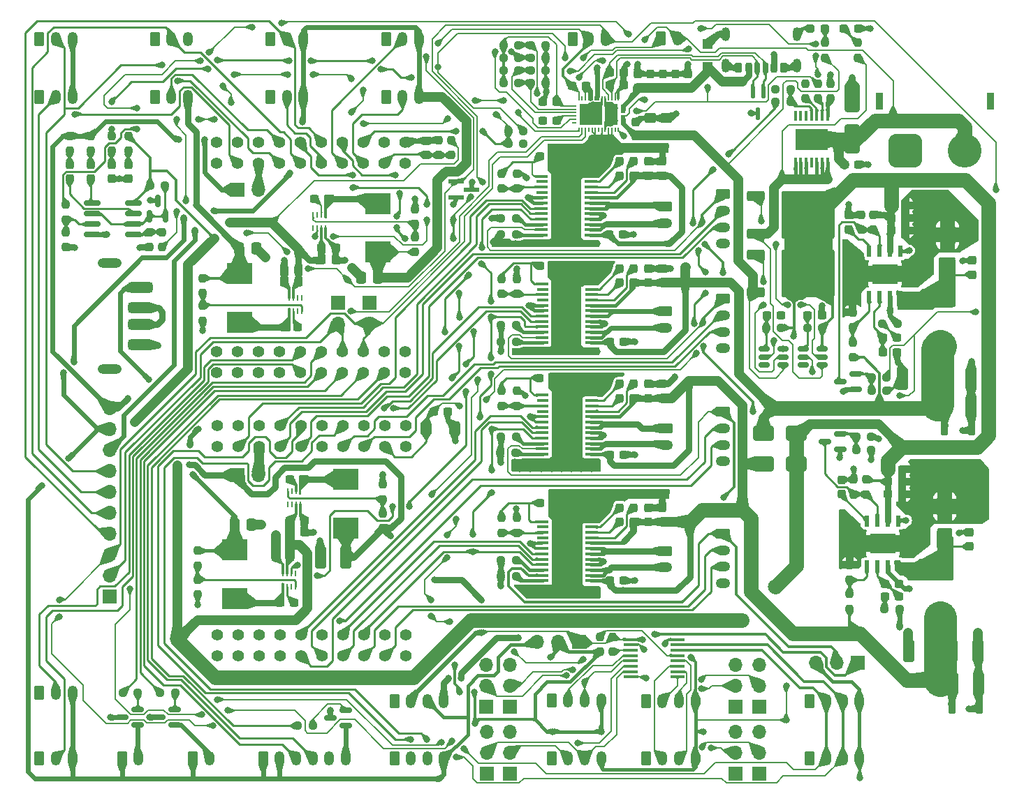
<source format=gtl>
G04 #@! TF.GenerationSoftware,KiCad,Pcbnew,8.0.5*
G04 #@! TF.CreationDate,2024-10-28T15:03:54+01:00*
G04 #@! TF.ProjectId,Aurelia-robotics-PCB,41757265-6c69-4612-9d72-6f626f746963,rev?*
G04 #@! TF.SameCoordinates,Original*
G04 #@! TF.FileFunction,Copper,L1,Top*
G04 #@! TF.FilePolarity,Positive*
%FSLAX46Y46*%
G04 Gerber Fmt 4.6, Leading zero omitted, Abs format (unit mm)*
G04 Created by KiCad (PCBNEW 8.0.5) date 2024-10-28 15:03:54*
%MOMM*%
%LPD*%
G01*
G04 APERTURE LIST*
G04 Aperture macros list*
%AMRoundRect*
0 Rectangle with rounded corners*
0 $1 Rounding radius*
0 $2 $3 $4 $5 $6 $7 $8 $9 X,Y pos of 4 corners*
0 Add a 4 corners polygon primitive as box body*
4,1,4,$2,$3,$4,$5,$6,$7,$8,$9,$2,$3,0*
0 Add four circle primitives for the rounded corners*
1,1,$1+$1,$2,$3*
1,1,$1+$1,$4,$5*
1,1,$1+$1,$6,$7*
1,1,$1+$1,$8,$9*
0 Add four rect primitives between the rounded corners*
20,1,$1+$1,$2,$3,$4,$5,0*
20,1,$1+$1,$4,$5,$6,$7,0*
20,1,$1+$1,$6,$7,$8,$9,0*
20,1,$1+$1,$8,$9,$2,$3,0*%
%AMFreePoly0*
4,1,5,0.279400,-0.901601,-0.279400,-0.901601,-0.279400,0.101600,0.279400,0.101600,0.279400,-0.901601,0.279400,-0.901601,$1*%
%AMFreePoly1*
4,1,5,0.279400,-0.101600,-0.279400,-0.101600,-0.279400,0.901601,0.279400,0.901601,0.279400,-0.101600,0.279400,-0.101600,$1*%
%AMFreePoly2*
4,1,5,0.279400,-0.101600,-0.279400,-0.101600,-0.279400,0.501599,0.279400,0.501599,0.279400,-0.101600,0.279400,-0.101600,$1*%
G04 Aperture macros list end*
G04 #@! TA.AperFunction,SMDPad,CuDef*
%ADD10RoundRect,0.237500X0.237500X-0.250000X0.237500X0.250000X-0.237500X0.250000X-0.237500X-0.250000X0*%
G04 #@! TD*
G04 #@! TA.AperFunction,SMDPad,CuDef*
%ADD11RoundRect,0.225000X-0.225000X-0.375000X0.225000X-0.375000X0.225000X0.375000X-0.225000X0.375000X0*%
G04 #@! TD*
G04 #@! TA.AperFunction,SMDPad,CuDef*
%ADD12R,0.228600X0.711200*%
G04 #@! TD*
G04 #@! TA.AperFunction,SMDPad,CuDef*
%ADD13RoundRect,0.237500X-0.237500X0.250000X-0.237500X-0.250000X0.237500X-0.250000X0.237500X0.250000X0*%
G04 #@! TD*
G04 #@! TA.AperFunction,SMDPad,CuDef*
%ADD14RoundRect,0.237500X0.250000X0.237500X-0.250000X0.237500X-0.250000X-0.237500X0.250000X-0.237500X0*%
G04 #@! TD*
G04 #@! TA.AperFunction,SMDPad,CuDef*
%ADD15RoundRect,0.237500X0.300000X0.237500X-0.300000X0.237500X-0.300000X-0.237500X0.300000X-0.237500X0*%
G04 #@! TD*
G04 #@! TA.AperFunction,SMDPad,CuDef*
%ADD16RoundRect,0.237500X-0.250000X-0.237500X0.250000X-0.237500X0.250000X0.237500X-0.250000X0.237500X0*%
G04 #@! TD*
G04 #@! TA.AperFunction,SMDPad,CuDef*
%ADD17RoundRect,0.237500X-0.300000X-0.237500X0.300000X-0.237500X0.300000X0.237500X-0.300000X0.237500X0*%
G04 #@! TD*
G04 #@! TA.AperFunction,SMDPad,CuDef*
%ADD18RoundRect,0.237500X0.237500X-0.300000X0.237500X0.300000X-0.237500X0.300000X-0.237500X-0.300000X0*%
G04 #@! TD*
G04 #@! TA.AperFunction,ComponentPad*
%ADD19C,1.400000*%
G04 #@! TD*
G04 #@! TA.AperFunction,SMDPad,CuDef*
%ADD20RoundRect,0.237500X0.237500X-0.287500X0.237500X0.287500X-0.237500X0.287500X-0.237500X-0.287500X0*%
G04 #@! TD*
G04 #@! TA.AperFunction,ComponentPad*
%ADD21RoundRect,0.250000X-0.350000X-0.625000X0.350000X-0.625000X0.350000X0.625000X-0.350000X0.625000X0*%
G04 #@! TD*
G04 #@! TA.AperFunction,ComponentPad*
%ADD22O,1.200000X1.750000*%
G04 #@! TD*
G04 #@! TA.AperFunction,SMDPad,CuDef*
%ADD23R,0.533400X1.460500*%
G04 #@! TD*
G04 #@! TA.AperFunction,SMDPad,CuDef*
%ADD24R,3.099999X2.400000*%
G04 #@! TD*
G04 #@! TA.AperFunction,ComponentPad*
%ADD25RoundRect,0.250000X-0.625000X0.350000X-0.625000X-0.350000X0.625000X-0.350000X0.625000X0.350000X0*%
G04 #@! TD*
G04 #@! TA.AperFunction,ComponentPad*
%ADD26O,1.750000X1.200000*%
G04 #@! TD*
G04 #@! TA.AperFunction,SMDPad,CuDef*
%ADD27RoundRect,0.250000X1.000000X0.650000X-1.000000X0.650000X-1.000000X-0.650000X1.000000X-0.650000X0*%
G04 #@! TD*
G04 #@! TA.AperFunction,SMDPad,CuDef*
%ADD28RoundRect,0.250000X0.650000X-1.000000X0.650000X1.000000X-0.650000X1.000000X-0.650000X-1.000000X0*%
G04 #@! TD*
G04 #@! TA.AperFunction,ComponentPad*
%ADD29R,1.700000X1.700000*%
G04 #@! TD*
G04 #@! TA.AperFunction,ComponentPad*
%ADD30O,1.700000X1.700000*%
G04 #@! TD*
G04 #@! TA.AperFunction,SMDPad,CuDef*
%ADD31RoundRect,0.237500X-0.237500X0.300000X-0.237500X-0.300000X0.237500X-0.300000X0.237500X0.300000X0*%
G04 #@! TD*
G04 #@! TA.AperFunction,SMDPad,CuDef*
%ADD32RoundRect,0.150000X-0.512500X-0.150000X0.512500X-0.150000X0.512500X0.150000X-0.512500X0.150000X0*%
G04 #@! TD*
G04 #@! TA.AperFunction,SMDPad,CuDef*
%ADD33RoundRect,0.150000X0.587500X0.150000X-0.587500X0.150000X-0.587500X-0.150000X0.587500X-0.150000X0*%
G04 #@! TD*
G04 #@! TA.AperFunction,SMDPad,CuDef*
%ADD34RoundRect,0.175000X0.175000X0.425000X-0.175000X0.425000X-0.175000X-0.425000X0.175000X-0.425000X0*%
G04 #@! TD*
G04 #@! TA.AperFunction,SMDPad,CuDef*
%ADD35RoundRect,0.200000X0.200000X0.400000X-0.200000X0.400000X-0.200000X-0.400000X0.200000X-0.400000X0*%
G04 #@! TD*
G04 #@! TA.AperFunction,SMDPad,CuDef*
%ADD36RoundRect,0.225000X0.225000X0.375000X-0.225000X0.375000X-0.225000X-0.375000X0.225000X-0.375000X0*%
G04 #@! TD*
G04 #@! TA.AperFunction,ComponentPad*
%ADD37O,1.000000X1.700000*%
G04 #@! TD*
G04 #@! TA.AperFunction,SMDPad,CuDef*
%ADD38RoundRect,0.250000X-0.400000X-0.600000X0.400000X-0.600000X0.400000X0.600000X-0.400000X0.600000X0*%
G04 #@! TD*
G04 #@! TA.AperFunction,SMDPad,CuDef*
%ADD39RoundRect,0.150000X0.150000X-0.587500X0.150000X0.587500X-0.150000X0.587500X-0.150000X-0.587500X0*%
G04 #@! TD*
G04 #@! TA.AperFunction,SMDPad,CuDef*
%ADD40RoundRect,0.250000X0.337500X0.475000X-0.337500X0.475000X-0.337500X-0.475000X0.337500X-0.475000X0*%
G04 #@! TD*
G04 #@! TA.AperFunction,SMDPad,CuDef*
%ADD41RoundRect,0.250000X-0.412500X-1.100000X0.412500X-1.100000X0.412500X1.100000X-0.412500X1.100000X0*%
G04 #@! TD*
G04 #@! TA.AperFunction,SMDPad,CuDef*
%ADD42R,1.676400X0.355600*%
G04 #@! TD*
G04 #@! TA.AperFunction,SMDPad,CuDef*
%ADD43RoundRect,0.250000X0.475000X-0.337500X0.475000X0.337500X-0.475000X0.337500X-0.475000X-0.337500X0*%
G04 #@! TD*
G04 #@! TA.AperFunction,SMDPad,CuDef*
%ADD44R,3.050000X2.550000*%
G04 #@! TD*
G04 #@! TA.AperFunction,SMDPad,CuDef*
%ADD45RoundRect,0.237500X-0.287500X-0.237500X0.287500X-0.237500X0.287500X0.237500X-0.287500X0.237500X0*%
G04 #@! TD*
G04 #@! TA.AperFunction,SMDPad,CuDef*
%ADD46RoundRect,0.250000X-0.850000X-0.350000X0.850000X-0.350000X0.850000X0.350000X-0.850000X0.350000X0*%
G04 #@! TD*
G04 #@! TA.AperFunction,SMDPad,CuDef*
%ADD47RoundRect,0.250000X-1.275000X-1.125000X1.275000X-1.125000X1.275000X1.125000X-1.275000X1.125000X0*%
G04 #@! TD*
G04 #@! TA.AperFunction,SMDPad,CuDef*
%ADD48RoundRect,0.249997X-2.950003X-2.650003X2.950003X-2.650003X2.950003X2.650003X-2.950003X2.650003X0*%
G04 #@! TD*
G04 #@! TA.AperFunction,SMDPad,CuDef*
%ADD49RoundRect,0.237500X0.287500X0.237500X-0.287500X0.237500X-0.287500X-0.237500X0.287500X-0.237500X0*%
G04 #@! TD*
G04 #@! TA.AperFunction,ComponentPad*
%ADD50R,0.900000X2.000000*%
G04 #@! TD*
G04 #@! TA.AperFunction,ComponentPad*
%ADD51RoundRect,1.025000X-1.025000X-1.025000X1.025000X-1.025000X1.025000X1.025000X-1.025000X1.025000X0*%
G04 #@! TD*
G04 #@! TA.AperFunction,ComponentPad*
%ADD52C,4.100000*%
G04 #@! TD*
G04 #@! TA.AperFunction,SMDPad,CuDef*
%ADD53R,1.873900X0.612132*%
G04 #@! TD*
G04 #@! TA.AperFunction,SMDPad,CuDef*
%ADD54RoundRect,0.325000X-1.175000X0.325000X-1.175000X-0.325000X1.175000X-0.325000X1.175000X0.325000X0*%
G04 #@! TD*
G04 #@! TA.AperFunction,ComponentPad*
%ADD55O,2.900000X1.200000*%
G04 #@! TD*
G04 #@! TA.AperFunction,SMDPad,CuDef*
%ADD56RoundRect,0.250000X0.412500X1.100000X-0.412500X1.100000X-0.412500X-1.100000X0.412500X-1.100000X0*%
G04 #@! TD*
G04 #@! TA.AperFunction,SMDPad,CuDef*
%ADD57RoundRect,0.150000X-0.825000X-0.150000X0.825000X-0.150000X0.825000X0.150000X-0.825000X0.150000X0*%
G04 #@! TD*
G04 #@! TA.AperFunction,SMDPad,CuDef*
%ADD58R,1.200000X1.200000*%
G04 #@! TD*
G04 #@! TA.AperFunction,SMDPad,CuDef*
%ADD59R,0.558800X0.203200*%
G04 #@! TD*
G04 #@! TA.AperFunction,SMDPad,CuDef*
%ADD60R,0.203200X0.558800*%
G04 #@! TD*
G04 #@! TA.AperFunction,SMDPad,CuDef*
%ADD61R,0.127000X0.127000*%
G04 #@! TD*
G04 #@! TA.AperFunction,SMDPad,CuDef*
%ADD62FreePoly0,0.000000*%
G04 #@! TD*
G04 #@! TA.AperFunction,SMDPad,CuDef*
%ADD63FreePoly1,0.000000*%
G04 #@! TD*
G04 #@! TA.AperFunction,SMDPad,CuDef*
%ADD64FreePoly2,90.000000*%
G04 #@! TD*
G04 #@! TA.AperFunction,SMDPad,CuDef*
%ADD65R,2.717800X2.641600*%
G04 #@! TD*
G04 #@! TA.AperFunction,SMDPad,CuDef*
%ADD66R,1.524000X2.641600*%
G04 #@! TD*
G04 #@! TA.AperFunction,SMDPad,CuDef*
%ADD67R,0.450000X1.310000*%
G04 #@! TD*
G04 #@! TA.AperFunction,SMDPad,CuDef*
%ADD68R,4.000000X2.650000*%
G04 #@! TD*
G04 #@! TA.AperFunction,SMDPad,CuDef*
%ADD69RoundRect,0.112500X0.112500X0.637500X-0.112500X0.637500X-0.112500X-0.637500X0.112500X-0.637500X0*%
G04 #@! TD*
G04 #@! TA.AperFunction,SMDPad,CuDef*
%ADD70R,1.473200X0.355600*%
G04 #@! TD*
G04 #@! TA.AperFunction,SMDPad,CuDef*
%ADD71R,2.413000X5.283200*%
G04 #@! TD*
G04 #@! TA.AperFunction,SMDPad,CuDef*
%ADD72RoundRect,0.250000X0.650000X-1.500000X0.650000X1.500000X-0.650000X1.500000X-0.650000X-1.500000X0*%
G04 #@! TD*
G04 #@! TA.AperFunction,SMDPad,CuDef*
%ADD73RoundRect,0.250000X-0.337500X-0.475000X0.337500X-0.475000X0.337500X0.475000X-0.337500X0.475000X0*%
G04 #@! TD*
G04 #@! TA.AperFunction,ViaPad*
%ADD74C,0.800000*%
G04 #@! TD*
G04 #@! TA.AperFunction,ViaPad*
%ADD75C,1.800000*%
G04 #@! TD*
G04 #@! TA.AperFunction,Conductor*
%ADD76C,0.600000*%
G04 #@! TD*
G04 #@! TA.AperFunction,Conductor*
%ADD77C,0.300000*%
G04 #@! TD*
G04 #@! TA.AperFunction,Conductor*
%ADD78C,1.200000*%
G04 #@! TD*
G04 #@! TA.AperFunction,Conductor*
%ADD79C,0.200000*%
G04 #@! TD*
G04 #@! TA.AperFunction,Conductor*
%ADD80C,0.800000*%
G04 #@! TD*
G04 #@! TA.AperFunction,Conductor*
%ADD81C,0.400000*%
G04 #@! TD*
G04 #@! TA.AperFunction,Conductor*
%ADD82C,1.800000*%
G04 #@! TD*
G04 #@! TA.AperFunction,Conductor*
%ADD83C,4.000000*%
G04 #@! TD*
G04 #@! TA.AperFunction,Conductor*
%ADD84C,0.250000*%
G04 #@! TD*
G04 APERTURE END LIST*
D10*
X165862000Y-36218500D03*
X165862000Y-34393500D03*
D11*
X180595000Y-110236000D03*
X183895000Y-110236000D03*
D12*
X101777800Y-60401200D03*
X101277674Y-60401200D03*
X100777548Y-60401200D03*
X100277422Y-60401200D03*
X100277422Y-62001400D03*
X100777548Y-62001400D03*
X101277674Y-62001400D03*
X101777800Y-62001400D03*
D13*
X83312000Y-52427500D03*
X83312000Y-54252500D03*
D10*
X169188000Y-31265500D03*
X169188000Y-29440500D03*
D14*
X127754500Y-52700000D03*
X125929500Y-52700000D03*
D15*
X132362500Y-43200000D03*
X130637500Y-43200000D03*
D16*
X126849500Y-41656000D03*
X128674500Y-41656000D03*
D17*
X172852500Y-82700000D03*
X174577500Y-82700000D03*
D13*
X126000000Y-71687500D03*
X126000000Y-73512500D03*
D17*
X103317626Y-48331000D03*
X105042626Y-48331000D03*
D18*
X168077500Y-52062500D03*
X168077500Y-50337500D03*
X143750000Y-58562500D03*
X143750000Y-56837500D03*
D16*
X172440000Y-98114000D03*
X174265000Y-98114000D03*
D19*
X114430000Y-75923600D03*
X114430000Y-78463600D03*
X111890000Y-75923600D03*
X111890000Y-78463600D03*
X109350000Y-75923600D03*
X109350000Y-78463600D03*
X106810000Y-75923600D03*
X106810000Y-78463600D03*
X104270000Y-75923600D03*
X104270000Y-78463600D03*
X101730000Y-75923600D03*
X101730000Y-78463600D03*
X99190000Y-75923600D03*
X99190000Y-78463600D03*
X96650000Y-75923600D03*
X96650000Y-78463600D03*
X94110000Y-75923600D03*
X94110000Y-78463600D03*
X91570000Y-75923600D03*
X91570000Y-78463600D03*
X114430000Y-101323600D03*
X114430000Y-103863600D03*
X111890000Y-101323600D03*
X111890000Y-103863600D03*
X109350000Y-101323600D03*
X109350000Y-103863600D03*
X106810000Y-101323600D03*
X106810000Y-103863600D03*
X104270000Y-101323600D03*
X104270000Y-103863600D03*
X101730000Y-101323600D03*
X101730000Y-103863600D03*
X99190000Y-101323600D03*
X99190000Y-103863600D03*
X96650000Y-101323600D03*
X96650000Y-103863600D03*
X94110000Y-101323600D03*
X94110000Y-103863600D03*
X91570000Y-101323600D03*
X91570000Y-103863600D03*
D16*
X126247500Y-32766000D03*
X128072500Y-32766000D03*
D20*
X78740000Y-45946000D03*
X78740000Y-44196000D03*
D21*
X132080000Y-109240000D03*
D22*
X134080000Y-109240000D03*
X136080000Y-109240000D03*
X138080000Y-109240000D03*
D23*
X174387500Y-54751700D03*
X173117500Y-54751700D03*
X171847500Y-54751700D03*
X170577500Y-54751700D03*
X170577500Y-60200000D03*
X171847500Y-60200000D03*
X173117500Y-60200000D03*
X174387500Y-60200000D03*
D24*
X172482500Y-57475850D03*
D17*
X167539500Y-44196000D03*
X169264500Y-44196000D03*
D25*
X145838000Y-49308000D03*
D26*
X145838000Y-51308000D03*
D17*
X172490000Y-95066000D03*
X174215000Y-95066000D03*
D12*
X100107622Y-85476200D03*
X100607748Y-85476200D03*
X101107874Y-85476200D03*
X101608000Y-85476200D03*
X101608000Y-83876000D03*
X101107874Y-83876000D03*
X100607748Y-83876000D03*
X100107622Y-83876000D03*
D27*
X161766000Y-80518000D03*
X157766000Y-80518000D03*
D14*
X127754500Y-65700000D03*
X125929500Y-65700000D03*
D28*
X179715000Y-89700000D03*
X179715000Y-85700000D03*
D13*
X139446000Y-101525000D03*
X139446000Y-103350000D03*
D29*
X93975000Y-81879600D03*
D30*
X96515000Y-81879600D03*
D10*
X137922000Y-103350000D03*
X137922000Y-101525000D03*
D18*
X145500000Y-45562500D03*
X145500000Y-43837500D03*
D13*
X126000000Y-58087503D03*
X126000000Y-59912503D03*
D31*
X140342000Y-85837500D03*
X140342000Y-87562500D03*
D18*
X142240000Y-40740500D03*
X142240000Y-39015500D03*
D21*
X80010000Y-116290000D03*
D22*
X82010000Y-116290000D03*
D21*
X113015000Y-116290000D03*
D22*
X115015000Y-116290000D03*
X117015000Y-116290000D03*
X119015000Y-116290000D03*
D21*
X97125000Y-116290000D03*
D22*
X99125000Y-116290000D03*
X101125000Y-116290000D03*
X103125000Y-116290000D03*
X105125000Y-116290000D03*
X107125000Y-116290000D03*
D18*
X142494000Y-34898500D03*
X142494000Y-33173500D03*
D32*
X162571000Y-66614000D03*
X162571000Y-67564000D03*
X162571000Y-68514000D03*
X164846000Y-68514000D03*
X164846000Y-67564000D03*
X164846000Y-66614000D03*
D13*
X119888000Y-41251500D03*
X119888000Y-43076500D03*
D10*
X127842000Y-47112500D03*
X127842000Y-45287500D03*
D32*
X157866500Y-66614000D03*
X157866500Y-67564000D03*
X157866500Y-68514000D03*
X160141500Y-68514000D03*
X160141500Y-67564000D03*
X160141500Y-66614000D03*
D33*
X86415000Y-112240000D03*
X86415000Y-110340000D03*
X84540000Y-111290000D03*
D18*
X145500000Y-58562500D03*
X145500000Y-56837500D03*
D15*
X100392174Y-90404600D03*
X98667174Y-90404600D03*
D14*
X127754500Y-63700000D03*
X125929500Y-63700000D03*
D21*
X70000000Y-116290000D03*
D22*
X72000000Y-116290000D03*
X74000000Y-116290000D03*
D21*
X143510000Y-109290000D03*
D22*
X145510000Y-109290000D03*
X147510000Y-109290000D03*
X149510000Y-109290000D03*
D34*
X158000000Y-32462500D03*
D35*
X155980000Y-32462500D03*
D36*
X154750000Y-32462500D03*
D34*
X157000000Y-32462500D03*
D35*
X159020000Y-32462500D03*
D36*
X160250000Y-32462500D03*
D37*
X161820000Y-32182500D03*
X161820000Y-28382500D03*
X153180000Y-32182500D03*
X153180000Y-28382500D03*
D17*
X100381900Y-82397600D03*
X102106900Y-82397600D03*
D13*
X78740000Y-40743500D03*
X78740000Y-42568500D03*
D38*
X116868000Y-76200000D03*
X120368000Y-76200000D03*
D39*
X83378000Y-50467500D03*
X85278000Y-50467500D03*
X84328000Y-48592500D03*
D40*
X95728700Y-87904600D03*
X93653700Y-87904600D03*
D21*
X84000000Y-29000000D03*
D22*
X86000000Y-29000000D03*
X88000000Y-29000000D03*
D10*
X168215000Y-98112500D03*
X168215000Y-96287500D03*
D13*
X115542626Y-49606000D03*
X115542626Y-51431000D03*
D40*
X96287500Y-54364000D03*
X94212500Y-54364000D03*
D13*
X76200000Y-40743500D03*
X76200000Y-42568500D03*
D41*
X104045500Y-91926000D03*
X107170500Y-91926000D03*
D13*
X73202800Y-52427500D03*
X73202800Y-54252500D03*
D18*
X143750000Y-87562500D03*
X143750000Y-85837500D03*
D29*
X93975000Y-47244000D03*
D30*
X96515000Y-47244000D03*
D17*
X172215000Y-65250000D03*
X173940000Y-65250000D03*
D42*
X141706600Y-101837001D03*
X141706600Y-102486999D03*
X141706600Y-103137001D03*
X141706600Y-103786999D03*
X141706600Y-104436998D03*
X141706600Y-105086999D03*
X141706600Y-105736998D03*
X141706600Y-106386999D03*
X147345400Y-106386999D03*
X147345400Y-105737001D03*
X147345400Y-105086999D03*
X147345400Y-104437001D03*
X147345400Y-103787002D03*
X147345400Y-103137001D03*
X147345400Y-102487002D03*
X147345400Y-101837001D03*
D14*
X127754500Y-92200000D03*
X125929500Y-92200000D03*
D21*
X112000000Y-29000000D03*
D22*
X114000000Y-29000000D03*
X116000000Y-29000000D03*
D15*
X101404463Y-57014200D03*
X99679463Y-57014200D03*
D43*
X146012000Y-40661500D03*
X146012000Y-38586500D03*
D15*
X100836900Y-97383600D03*
X99111900Y-97383600D03*
D17*
X172215000Y-67000000D03*
X173940000Y-67000000D03*
X163111000Y-62484000D03*
X164836000Y-62484000D03*
D44*
X94291774Y-63364000D03*
X94291774Y-57464000D03*
D25*
X145838000Y-62000000D03*
D26*
X145838000Y-64000000D03*
D14*
X127754500Y-50700000D03*
X125929500Y-50700000D03*
D28*
X180077500Y-56750000D03*
X180077500Y-52750000D03*
D41*
X180676500Y-107200000D03*
X183801500Y-107200000D03*
D21*
X70000000Y-108290000D03*
D22*
X72000000Y-108290000D03*
X74000000Y-108290000D03*
D21*
X98000000Y-36000000D03*
D22*
X100000000Y-36000000D03*
X102000000Y-36000000D03*
D21*
X132080000Y-116240000D03*
D22*
X134080000Y-116240000D03*
X136080000Y-116240000D03*
X138080000Y-116240000D03*
D14*
X81922500Y-108290000D03*
X80097500Y-108290000D03*
D16*
X129549500Y-29718000D03*
X131374500Y-29718000D03*
D29*
X124206000Y-118120000D03*
D30*
X124206000Y-115580000D03*
X124206000Y-113040000D03*
D18*
X145500000Y-72562500D03*
X145500000Y-70837500D03*
D12*
X103179748Y-51931200D03*
X103679874Y-51931200D03*
X104180000Y-51931200D03*
X104680126Y-51931200D03*
X104680126Y-50331000D03*
X104180000Y-50331000D03*
X103679874Y-50331000D03*
X103179748Y-50331000D03*
D29*
X78500000Y-96660000D03*
D30*
X78500000Y-94120000D03*
X78500000Y-91580000D03*
X78500000Y-89040000D03*
X78500000Y-86500000D03*
X78500000Y-83960000D03*
X78500000Y-81420000D03*
X78500000Y-78880000D03*
X78500000Y-76340000D03*
X78500000Y-73800000D03*
D25*
X145838000Y-91100000D03*
D26*
X145838000Y-93100000D03*
D15*
X101291774Y-63914000D03*
X99566774Y-63914000D03*
D18*
X148590000Y-34898500D03*
X148590000Y-33173500D03*
D45*
X163463000Y-27686000D03*
X165213000Y-27686000D03*
D20*
X80772000Y-45946000D03*
X80772000Y-44196000D03*
D46*
X156836000Y-48014500D03*
D47*
X161461000Y-48769500D03*
X161461000Y-51819500D03*
D48*
X163136000Y-50294500D03*
D47*
X164811000Y-48769500D03*
X164811000Y-51819500D03*
D46*
X156836000Y-52574500D03*
D49*
X169275600Y-27686000D03*
X167525600Y-27686000D03*
D50*
X171792000Y-36500000D03*
X185292000Y-36500000D03*
D51*
X174942000Y-42500000D03*
D52*
X182142000Y-42500000D03*
D13*
X111608000Y-86513500D03*
X111608000Y-88338500D03*
D10*
X84836000Y-54252500D03*
X84836000Y-52427500D03*
X165227000Y-31265500D03*
X165227000Y-29440500D03*
D13*
X170215000Y-82412500D03*
X170215000Y-84237500D03*
D10*
X169577500Y-52112500D03*
X169577500Y-50287500D03*
D13*
X115542626Y-53018500D03*
X115542626Y-54843500D03*
D12*
X101030052Y-93804400D03*
X100529926Y-93804400D03*
X100029800Y-93804400D03*
X99529674Y-93804400D03*
X99529674Y-95404600D03*
X100029800Y-95404600D03*
X100529926Y-95404600D03*
X101030052Y-95404600D03*
D16*
X129549500Y-34290000D03*
X131374500Y-34290000D03*
D19*
X114360000Y-41530000D03*
X114360000Y-44070000D03*
X111820000Y-41530000D03*
X111820000Y-44070000D03*
X109280000Y-41530000D03*
X109280000Y-44070000D03*
X106740000Y-41530000D03*
X106740000Y-44070000D03*
X104200000Y-41530000D03*
X104200000Y-44070000D03*
X101660000Y-41530000D03*
X101660000Y-44070000D03*
X99120000Y-41530000D03*
X99120000Y-44070000D03*
X96580000Y-41530000D03*
X96580000Y-44070000D03*
X94040000Y-41530000D03*
X94040000Y-44070000D03*
X91500000Y-41530000D03*
X91500000Y-44070000D03*
X114360000Y-66930000D03*
X114360000Y-69470000D03*
X111820000Y-66930000D03*
X111820000Y-69470000D03*
X109280000Y-66930000D03*
X109280000Y-69470000D03*
X106740000Y-66930000D03*
X106740000Y-69470000D03*
X104200000Y-66930000D03*
X104200000Y-69470000D03*
X101660000Y-66930000D03*
X101660000Y-69470000D03*
X99120000Y-66930000D03*
X99120000Y-69470000D03*
X96580000Y-66930000D03*
X96580000Y-69470000D03*
X94040000Y-66930000D03*
X94040000Y-69470000D03*
X91500000Y-66930000D03*
X91500000Y-69470000D03*
D16*
X126247500Y-31242000D03*
X128072500Y-31242000D03*
D18*
X116840000Y-43026500D03*
X116840000Y-41301500D03*
D17*
X139137500Y-65700000D03*
X140862500Y-65700000D03*
D21*
X163370000Y-109290000D03*
D22*
X165370000Y-109290000D03*
X167370000Y-109290000D03*
X169370000Y-109290000D03*
D13*
X164338000Y-34393500D03*
X164338000Y-36218500D03*
D31*
X142000000Y-56837500D03*
X142000000Y-58562500D03*
D21*
X84000000Y-36000000D03*
D22*
X86000000Y-36000000D03*
X88000000Y-36000000D03*
D11*
X179706000Y-76454000D03*
X183006000Y-76454000D03*
D10*
X118364000Y-43076500D03*
X118364000Y-41251500D03*
D41*
X180652500Y-103200000D03*
X183777500Y-103200000D03*
D14*
X127754500Y-77200000D03*
X125929500Y-77200000D03*
D13*
X126000000Y-87087500D03*
X126000000Y-88912500D03*
D29*
X154381200Y-118110000D03*
D30*
X154381200Y-115570000D03*
X154381200Y-113030000D03*
D17*
X139037500Y-52700000D03*
X140762500Y-52700000D03*
D53*
X120527445Y-46293999D03*
X120527445Y-48194001D03*
X122398155Y-47244000D03*
D54*
X82200000Y-59100000D03*
X82200000Y-61600000D03*
X82200000Y-63600000D03*
X82200000Y-66100000D03*
D55*
X78500000Y-56200000D03*
X78500000Y-69000000D03*
D16*
X170873000Y-71628000D03*
X172698000Y-71628000D03*
D31*
X140342000Y-70837500D03*
X140342000Y-72562500D03*
D16*
X172165000Y-63500000D03*
X173990000Y-63500000D03*
D14*
X161059500Y-35052000D03*
X159234500Y-35052000D03*
D25*
X152838000Y-47808000D03*
D26*
X152838000Y-49808000D03*
X152838000Y-51808000D03*
X152838000Y-53808000D03*
D18*
X145542000Y-34898500D03*
X145542000Y-33173500D03*
D17*
X173215000Y-49200000D03*
X174940000Y-49200000D03*
D29*
X169199800Y-104648000D03*
D30*
X166659800Y-104648000D03*
X164119800Y-104648000D03*
D10*
X168215000Y-94612500D03*
X168215000Y-92787500D03*
D18*
X147066000Y-34898500D03*
X147066000Y-33173500D03*
X182715000Y-90562500D03*
X182715000Y-88837500D03*
D17*
X172852500Y-81200000D03*
X174577500Y-81200000D03*
D43*
X144018000Y-40661500D03*
X144018000Y-38586500D03*
D18*
X143750000Y-72562500D03*
X143750000Y-70837500D03*
D16*
X126849500Y-40132000D03*
X128674500Y-40132000D03*
D18*
X183077500Y-57562500D03*
X183077500Y-55837500D03*
D16*
X126247500Y-29718000D03*
X128072500Y-29718000D03*
D13*
X171077500Y-50287500D03*
X171077500Y-52112500D03*
D10*
X89791774Y-63151500D03*
X89791774Y-61326500D03*
X89167174Y-92904600D03*
X89167174Y-91079600D03*
D29*
X127006400Y-118110000D03*
D30*
X127006400Y-115570000D03*
X127006400Y-113030000D03*
D44*
X93667174Y-96854600D03*
X93667174Y-90954600D03*
D21*
X112000000Y-36000000D03*
D22*
X114000000Y-36000000D03*
X116000000Y-36000000D03*
D56*
X177757000Y-70200000D03*
X174632000Y-70200000D03*
D57*
X76403200Y-48895000D03*
X76403200Y-50165000D03*
X76403200Y-51435000D03*
X76403200Y-52705000D03*
X81353200Y-52705000D03*
X81353200Y-51435000D03*
X81353200Y-50165000D03*
X81353200Y-48895000D03*
D15*
X101404463Y-58514200D03*
X99679463Y-58514200D03*
D29*
X154381200Y-109992000D03*
D30*
X154381200Y-107452000D03*
X154381200Y-104912000D03*
D29*
X124187000Y-109982000D03*
D30*
X124187000Y-107442000D03*
X124187000Y-104902000D03*
D21*
X145320000Y-28914000D03*
D22*
X147320000Y-28914000D03*
D41*
X179793500Y-70200000D03*
X182918500Y-70200000D03*
D44*
X111042626Y-48931000D03*
X111042626Y-54831000D03*
D29*
X135392000Y-102108000D03*
D30*
X132852000Y-102108000D03*
X130312000Y-102108000D03*
D17*
X130963500Y-36576000D03*
X132688500Y-36576000D03*
D21*
X163370000Y-116290000D03*
D22*
X165370000Y-116290000D03*
X167370000Y-116290000D03*
X169370000Y-116290000D03*
D17*
X173215000Y-52200000D03*
X174940000Y-52200000D03*
D58*
X151000000Y-32400000D03*
X151000000Y-29600000D03*
D16*
X83415500Y-46736000D03*
X85240500Y-46736000D03*
D21*
X143510000Y-116290000D03*
D22*
X145510000Y-116290000D03*
X147510000Y-116290000D03*
X149510000Y-116290000D03*
D27*
X161766000Y-76835000D03*
X157766000Y-76835000D03*
D20*
X76200000Y-45946000D03*
X76200000Y-44196000D03*
D44*
X179215000Y-93250000D03*
X179215000Y-99150000D03*
D59*
X134851001Y-37099999D03*
X134851001Y-37500001D03*
X134851001Y-37900000D03*
X134851001Y-38300000D03*
X134851001Y-38699999D03*
X134851001Y-39100001D03*
D60*
X135376001Y-40025000D03*
X135776000Y-40025000D03*
X136176002Y-40025000D03*
X136576001Y-40025000D03*
X136976000Y-40025000D03*
X137376002Y-40025000D03*
X137776001Y-40025000D03*
X138176000Y-40025000D03*
X138576002Y-40025000D03*
X138976001Y-40025000D03*
X139376000Y-40025000D03*
X139776000Y-40025000D03*
X140176001Y-40025000D03*
D61*
X140701001Y-39100001D03*
X140701001Y-38699999D03*
D62*
X140701001Y-38300000D03*
D63*
X140701001Y-37900000D03*
D61*
X140701001Y-37500001D03*
X140701001Y-37099999D03*
D60*
X140176001Y-36175000D03*
X139776002Y-36175000D03*
X139376000Y-36175000D03*
X138976001Y-36175000D03*
X138576002Y-36175000D03*
X138176000Y-36175000D03*
D64*
X137776001Y-36175000D03*
D60*
X137376002Y-36175000D03*
D64*
X136976000Y-36175000D03*
D61*
X136576001Y-36175000D03*
D60*
X136176002Y-36175000D03*
X135776002Y-36175000D03*
X135376001Y-36175000D03*
D65*
X136811001Y-38100000D03*
D66*
X139336069Y-38100000D03*
D13*
X162814000Y-34393500D03*
X162814000Y-36218500D03*
X80772000Y-40743500D03*
X80772000Y-42568500D03*
D15*
X136244500Y-34671000D03*
X134519500Y-34671000D03*
D10*
X127842000Y-59912503D03*
X127842000Y-58087503D03*
D18*
X145500000Y-87562500D03*
X145500000Y-85837500D03*
D13*
X111608000Y-83013500D03*
X111608000Y-84838500D03*
D14*
X127754500Y-94200000D03*
X125929500Y-94200000D03*
X127704500Y-79200000D03*
X125879500Y-79200000D03*
D21*
X113015000Y-109290000D03*
D22*
X115015000Y-109290000D03*
X117015000Y-109290000D03*
X119015000Y-109290000D03*
D17*
X104177626Y-55831000D03*
X105902626Y-55831000D03*
D31*
X142000000Y-70837500D03*
X142000000Y-72562500D03*
D16*
X129549500Y-32766000D03*
X131374500Y-32766000D03*
D21*
X70000000Y-29000000D03*
D22*
X72000000Y-29000000D03*
X74000000Y-29000000D03*
D17*
X139091500Y-34544000D03*
X140816500Y-34544000D03*
X139091500Y-33020000D03*
X140816500Y-33020000D03*
D15*
X132362500Y-85275002D03*
X130637500Y-85275002D03*
D25*
X145888000Y-76216000D03*
D26*
X145888000Y-78216000D03*
D18*
X167215000Y-84187500D03*
X167215000Y-82462500D03*
D46*
X156836000Y-55126500D03*
D47*
X161461000Y-55881500D03*
X161461000Y-58931500D03*
D48*
X163136000Y-57406500D03*
D47*
X164811000Y-55881500D03*
X164811000Y-58931500D03*
D46*
X156836000Y-59686500D03*
D21*
X98000000Y-29000000D03*
D22*
X100000000Y-29000000D03*
X102000000Y-29000000D03*
D16*
X163061000Y-64008000D03*
X164886000Y-64008000D03*
D17*
X158141500Y-62484000D03*
X159866500Y-62484000D03*
D23*
X174120000Y-87475850D03*
X172850000Y-87475850D03*
X171580000Y-87475850D03*
X170310000Y-87475850D03*
X170310000Y-92924150D03*
X171580000Y-92924150D03*
X172850000Y-92924150D03*
X174120000Y-92924150D03*
D24*
X172215000Y-90200000D03*
D16*
X159234500Y-36576000D03*
X161059500Y-36576000D03*
D21*
X88615000Y-116290000D03*
D22*
X90615000Y-116290000D03*
D10*
X168577500Y-67625000D03*
X168577500Y-65800000D03*
D14*
X103122100Y-112318800D03*
X101297100Y-112318800D03*
D15*
X100392174Y-91904600D03*
X98667174Y-91904600D03*
D29*
X127000000Y-109982000D03*
D30*
X127000000Y-107442000D03*
X127000000Y-104902000D03*
D17*
X104180126Y-54331000D03*
X105905126Y-54331000D03*
D10*
X127842000Y-88912500D03*
X127842000Y-87087500D03*
D13*
X126000000Y-45287500D03*
X126000000Y-47112500D03*
D25*
X152838000Y-74216000D03*
D26*
X152838000Y-76216000D03*
X152838000Y-78216000D03*
X152838000Y-80216000D03*
D17*
X173215000Y-50700000D03*
X174940000Y-50700000D03*
D14*
X172698000Y-70038000D03*
X170873000Y-70038000D03*
D67*
X165526000Y-38298000D03*
X164876000Y-38298000D03*
X164226000Y-38298000D03*
X163576000Y-38303000D03*
X162926000Y-38298000D03*
X162276000Y-38298000D03*
X161626000Y-38298000D03*
X161626000Y-43998000D03*
X162276000Y-43998000D03*
X162926000Y-43998000D03*
X163576000Y-43998000D03*
X164226000Y-43998000D03*
X164876000Y-43998000D03*
X165526000Y-43998000D03*
D68*
X163576000Y-41148000D03*
D10*
X127842000Y-73512500D03*
X127842000Y-71687500D03*
D14*
X170838500Y-77216000D03*
X169013500Y-77216000D03*
D16*
X158091500Y-64008000D03*
X159916500Y-64008000D03*
D25*
X152838000Y-89000000D03*
D26*
X152838000Y-91000000D03*
X152838000Y-93000000D03*
X152838000Y-95000000D03*
D17*
X172852500Y-84200000D03*
X174577500Y-84200000D03*
D69*
X157749000Y-35373000D03*
X156449000Y-35373000D03*
X157099000Y-38033000D03*
D10*
X89791774Y-59826500D03*
X89791774Y-58001500D03*
D33*
X167053500Y-78787601D03*
X167053500Y-76887601D03*
X165178500Y-77837601D03*
X81885000Y-112240000D03*
X81885000Y-110340000D03*
X80010000Y-111290000D03*
D17*
X100383000Y-88876000D03*
X102108000Y-88876000D03*
D10*
X168577500Y-63975000D03*
X168577500Y-62150000D03*
D70*
X131000000Y-87549999D03*
X131000000Y-88199998D03*
X131000000Y-88849996D03*
X131000000Y-89499997D03*
X131000000Y-90149996D03*
X131000000Y-90799997D03*
X131000000Y-91449996D03*
X131000000Y-92099997D03*
X131000000Y-92749996D03*
X131000000Y-93399997D03*
X131000000Y-94049996D03*
X131000000Y-94699997D03*
X136842000Y-94699997D03*
X136842000Y-94049998D03*
X136842000Y-93399997D03*
X136842000Y-92749999D03*
X136842000Y-92099997D03*
X136842000Y-91449999D03*
X136842000Y-90800000D03*
X136842000Y-90149999D03*
X136842000Y-89500000D03*
X136842000Y-88849999D03*
X136842000Y-88200000D03*
X136842000Y-87549999D03*
D71*
X133921000Y-91124998D03*
D21*
X134620000Y-28956000D03*
D22*
X136620000Y-28956000D03*
X138620000Y-28956000D03*
D21*
X70000000Y-36000000D03*
D22*
X72000000Y-36000000D03*
X74000000Y-36000000D03*
D16*
X126247500Y-34290000D03*
X128072500Y-34290000D03*
D29*
X106172000Y-60955000D03*
D30*
X106172000Y-63495000D03*
D18*
X144018000Y-34898500D03*
X144018000Y-33173500D03*
D15*
X132688500Y-38862000D03*
X130963500Y-38862000D03*
D20*
X73660000Y-45946000D03*
X73660000Y-44196000D03*
D17*
X100383000Y-87376000D03*
X102108000Y-87376000D03*
D56*
X178467500Y-103200000D03*
X175342500Y-103200000D03*
D44*
X107108000Y-82426000D03*
X107108000Y-88326000D03*
D31*
X142000000Y-43837500D03*
X142000000Y-45562500D03*
D33*
X107125000Y-112290000D03*
X107125000Y-110390000D03*
X105250000Y-111340000D03*
D13*
X73660000Y-40743500D03*
X73660000Y-42568500D03*
D15*
X132307500Y-70104000D03*
X130582500Y-70104000D03*
D10*
X168715000Y-84237500D03*
X168715000Y-82412500D03*
D14*
X86452500Y-108290000D03*
X84627500Y-108290000D03*
D72*
X168528000Y-41108000D03*
X168528000Y-36108000D03*
D17*
X139137500Y-94700000D03*
X140862500Y-94700000D03*
D31*
X140342000Y-43837500D03*
X140342000Y-45562500D03*
D29*
X157226000Y-109982000D03*
D30*
X157226000Y-107442000D03*
X157226000Y-104902000D03*
D41*
X179793500Y-73584000D03*
X182918500Y-73584000D03*
D29*
X109982000Y-60955000D03*
D30*
X109982000Y-63495000D03*
D17*
X117755500Y-74168000D03*
X119480500Y-74168000D03*
D73*
X108973800Y-57912000D03*
X111048800Y-57912000D03*
D25*
X152838000Y-60500000D03*
D26*
X152838000Y-62500000D03*
X152838000Y-64500000D03*
X152838000Y-66500000D03*
D70*
X131000000Y-58700003D03*
X131000000Y-59350002D03*
X131000000Y-60000000D03*
X131000000Y-60650001D03*
X131000000Y-61300000D03*
X131000000Y-61950001D03*
X131000000Y-62600000D03*
X131000000Y-63250001D03*
X131000000Y-63900000D03*
X131000000Y-64550001D03*
X131000000Y-65200000D03*
X131000000Y-65850001D03*
X136842000Y-65850001D03*
X136842000Y-65200002D03*
X136842000Y-64550001D03*
X136842000Y-63900003D03*
X136842000Y-63250001D03*
X136842000Y-62600003D03*
X136842000Y-61950004D03*
X136842000Y-61300003D03*
X136842000Y-60650004D03*
X136842000Y-60000003D03*
X136842000Y-59350004D03*
X136842000Y-58700003D03*
D71*
X133921000Y-62275002D03*
D18*
X143750000Y-45562500D03*
X143750000Y-43837500D03*
D70*
X130921000Y-45625001D03*
X130921000Y-46275000D03*
X130921000Y-46924998D03*
X130921000Y-47574999D03*
X130921000Y-48224998D03*
X130921000Y-48874999D03*
X130921000Y-49524998D03*
X130921000Y-50174999D03*
X130921000Y-50824998D03*
X130921000Y-51474999D03*
X130921000Y-52124998D03*
X130921000Y-52774999D03*
X136763000Y-52774999D03*
X136763000Y-52125000D03*
X136763000Y-51474999D03*
X136763000Y-50825001D03*
X136763000Y-50174999D03*
X136763000Y-49525001D03*
X136763000Y-48875002D03*
X136763000Y-48225001D03*
X136763000Y-47575002D03*
X136763000Y-46925001D03*
X136763000Y-46275002D03*
X136763000Y-45625001D03*
D71*
X133842000Y-49200000D03*
D70*
X131000000Y-72200000D03*
X131000000Y-72849999D03*
X131000000Y-73499997D03*
X131000000Y-74149998D03*
X131000000Y-74799997D03*
X131000000Y-75449998D03*
X131000000Y-76099997D03*
X131000000Y-76749998D03*
X131000000Y-77399997D03*
X131000000Y-78049998D03*
X131000000Y-78699997D03*
X131000000Y-79349998D03*
X136842000Y-79349998D03*
X136842000Y-78699999D03*
X136842000Y-78049998D03*
X136842000Y-77400000D03*
X136842000Y-76749998D03*
X136842000Y-76100000D03*
X136842000Y-75450001D03*
X136842000Y-74800000D03*
X136842000Y-74150001D03*
X136842000Y-73500000D03*
X136842000Y-72850001D03*
X136842000Y-72200000D03*
D71*
X133921000Y-75774999D03*
D10*
X89167174Y-96404600D03*
X89167174Y-94579600D03*
D29*
X157226000Y-118110000D03*
D30*
X157226000Y-115570000D03*
X157226000Y-113030000D03*
D31*
X140342000Y-56837500D03*
X140342000Y-58562500D03*
D15*
X132362500Y-56500000D03*
X130637500Y-56500000D03*
D33*
X168913000Y-71496000D03*
X168913000Y-69596000D03*
X167038000Y-70546000D03*
D44*
X179215000Y-60300000D03*
X179215000Y-66200000D03*
D15*
X174205000Y-96590000D03*
X172480000Y-96590000D03*
D31*
X142000000Y-85837500D03*
X142000000Y-87562500D03*
D16*
X169013500Y-78867000D03*
X170838500Y-78867000D03*
D13*
X73202800Y-49074700D03*
X73202800Y-50899700D03*
D17*
X139137500Y-79400000D03*
X140862500Y-79400000D03*
D16*
X129549500Y-31242000D03*
X131374500Y-31242000D03*
D74*
X134000000Y-45800000D03*
X146500000Y-56800000D03*
X145500000Y-42600000D03*
X132800000Y-64500000D03*
X173115000Y-61950000D03*
X184308000Y-83752000D03*
X173215000Y-89450000D03*
X176815000Y-47752000D03*
X129600000Y-96400000D03*
X78587600Y-111302800D03*
X125950000Y-66900000D03*
X135200000Y-92000000D03*
X142494000Y-32004000D03*
X159893000Y-62484000D03*
X167808000Y-59752000D03*
X135200000Y-60000000D03*
X132700000Y-74500000D03*
X138400000Y-50400000D03*
X134000000Y-90900000D03*
X132800000Y-88700000D03*
X176808000Y-80752000D03*
X134000000Y-46900000D03*
X134800000Y-44600000D03*
X167808000Y-91252000D03*
X132700000Y-72300000D03*
X174265000Y-100350000D03*
X169308000Y-56752000D03*
X130300000Y-95600000D03*
X184308000Y-85252000D03*
X132800000Y-45800000D03*
X135200000Y-51400000D03*
X175308000Y-89752000D03*
X125900000Y-80400000D03*
X135200000Y-93200000D03*
X176808000Y-82252000D03*
X136400000Y-66900000D03*
X132800000Y-53800000D03*
X171515000Y-58150000D03*
X134800000Y-43400000D03*
X135200000Y-49100000D03*
X136244500Y-34671000D03*
X129500000Y-81100000D03*
X142000000Y-52700000D03*
X133600000Y-42200000D03*
X132800000Y-50200000D03*
X182965000Y-68071000D03*
X172515000Y-56750000D03*
X167005000Y-79756000D03*
X132800000Y-49100000D03*
X105257600Y-110388400D03*
X135200000Y-58900000D03*
X133900000Y-76700000D03*
X183763000Y-101016000D03*
X132700000Y-73400000D03*
X135100000Y-74500000D03*
X137400000Y-42200000D03*
X134000000Y-51400000D03*
X135200000Y-45800000D03*
X179808000Y-50752000D03*
X134800000Y-42200000D03*
X134000000Y-53800000D03*
X143500000Y-106500000D03*
X131500000Y-53800000D03*
X134800000Y-84100000D03*
X172215000Y-89450000D03*
X174092000Y-68224000D03*
X148590000Y-32004000D03*
X164846000Y-61341000D03*
X135200000Y-50200000D03*
X137400000Y-44600000D03*
X171515000Y-56750000D03*
X165862000Y-33274000D03*
X179808000Y-49252000D03*
X136000000Y-70100000D03*
X169308000Y-89752000D03*
X136100000Y-86500000D03*
X128674500Y-41656000D03*
X134000000Y-52600000D03*
X83413600Y-48564800D03*
X181308000Y-50752000D03*
X132800000Y-46900000D03*
X137400000Y-43400000D03*
X132700000Y-77900000D03*
X142200000Y-65700000D03*
X134000000Y-61100000D03*
X135100000Y-76700000D03*
X169308000Y-59752000D03*
X137400000Y-56700000D03*
X134000000Y-58900000D03*
X128200000Y-81100000D03*
X170688000Y-27686000D03*
X133300000Y-81100000D03*
X134800000Y-85400000D03*
X78181200Y-52679600D03*
X135200000Y-87600000D03*
X135200000Y-61100000D03*
X184308000Y-82252000D03*
X169308000Y-55252000D03*
X137500000Y-80300000D03*
X129032000Y-45821600D03*
X135100000Y-77900000D03*
X173515000Y-56750000D03*
X120396000Y-77724000D03*
X130800000Y-81100000D03*
X136400000Y-53800000D03*
X167808000Y-89752000D03*
X169308000Y-91252000D03*
X133600000Y-43400000D03*
X129500000Y-74800000D03*
X136100000Y-57800000D03*
X83362800Y-111290000D03*
X135200000Y-95600000D03*
X134000000Y-95600000D03*
X144000000Y-84100000D03*
X175308000Y-91252000D03*
X137668000Y-38862000D03*
X131400000Y-80300000D03*
X143306800Y-103073200D03*
X134600000Y-96400000D03*
X132400000Y-86500000D03*
X79728000Y-45946000D03*
X132800000Y-51400000D03*
X98679674Y-89154600D03*
X129350000Y-61300000D03*
X132700000Y-76700000D03*
X137600000Y-66900000D03*
X99641774Y-55814000D03*
X135200000Y-48000000D03*
X135200000Y-53800000D03*
X175308000Y-58252000D03*
X182808000Y-83752000D03*
X175305000Y-101050000D03*
X129225002Y-48224998D03*
X168715000Y-81150000D03*
X97409000Y-55499000D03*
X167808000Y-88252000D03*
X135100000Y-72300000D03*
X178308000Y-49252000D03*
X141200000Y-84100000D03*
X135890000Y-37338000D03*
X124800000Y-50700000D03*
X127700000Y-53800000D03*
X96926400Y-87904600D03*
X135200000Y-62200000D03*
X137600000Y-53800000D03*
X170815000Y-80010000D03*
X133500000Y-70100000D03*
X133900000Y-72300000D03*
X132800000Y-52600000D03*
X133500000Y-71200000D03*
X134800000Y-56700000D03*
X134000000Y-88700000D03*
X168529000Y-33655000D03*
X182626000Y-110236000D03*
X133600000Y-84100000D03*
X132800000Y-66900000D03*
X138500000Y-71200000D03*
X132700000Y-80300000D03*
X136100000Y-44600000D03*
X133900000Y-77900000D03*
X136000000Y-71200000D03*
X156210000Y-37973000D03*
X134000000Y-62200000D03*
X134000000Y-49100000D03*
X138500000Y-70100000D03*
X171215000Y-89450000D03*
X89791774Y-64364000D03*
X127600000Y-80300000D03*
X134000000Y-87600000D03*
X133900000Y-75600000D03*
X135200000Y-52600000D03*
X135200000Y-94400000D03*
X133400000Y-96400000D03*
X134000000Y-65700000D03*
X135200000Y-65700000D03*
X84328000Y-66167000D03*
X176815000Y-52250000D03*
X132200000Y-96400000D03*
X134700000Y-70100000D03*
X130300000Y-53800000D03*
X135100000Y-79100000D03*
X147200000Y-38000000D03*
X136811001Y-38100000D03*
X136100000Y-84100000D03*
X138400000Y-92400000D03*
X136100000Y-42200000D03*
X135100000Y-80300000D03*
X129500000Y-90200000D03*
X89179674Y-97654600D03*
X176808000Y-56752000D03*
X132800000Y-62200000D03*
X115542626Y-48381000D03*
X179808000Y-80752000D03*
X133600000Y-44600000D03*
X137668000Y-37338000D03*
X135200000Y-89800000D03*
X132800000Y-63300000D03*
X135200000Y-66900000D03*
X142200000Y-79400000D03*
X182808000Y-80752000D03*
X134500000Y-81100000D03*
X134000000Y-48000000D03*
X142600000Y-84100000D03*
X131500000Y-66900000D03*
X133600000Y-56700000D03*
X178308000Y-80752000D03*
X175308000Y-56752000D03*
X136100000Y-43400000D03*
X134000000Y-93200000D03*
X179808000Y-82252000D03*
X175465000Y-95700000D03*
X132700000Y-75600000D03*
X132800000Y-92000000D03*
X137400000Y-57800000D03*
X178308000Y-82252000D03*
X137300000Y-70100000D03*
X142700000Y-42200000D03*
X141224000Y-32004000D03*
X178308000Y-50752000D03*
X135200000Y-88700000D03*
X111608000Y-81826200D03*
X178315000Y-52250000D03*
X107852300Y-56769000D03*
X171215000Y-90850000D03*
X132300000Y-71200000D03*
X141400000Y-42200000D03*
X147000000Y-70000000D03*
X104038400Y-89814400D03*
X131500000Y-95600000D03*
X169308000Y-58252000D03*
X138600000Y-84100000D03*
X127850000Y-56850000D03*
X132800000Y-90900000D03*
X167808000Y-56752000D03*
X130200000Y-80300000D03*
X133600000Y-85400000D03*
X129000000Y-66900000D03*
X125900000Y-95400000D03*
X181308000Y-80752000D03*
X177515000Y-53450000D03*
X137922000Y-41148000D03*
X130963500Y-38862000D03*
X135100000Y-75600000D03*
X74320400Y-54254400D03*
X172215000Y-90850000D03*
X132800000Y-93200000D03*
X132400000Y-44600000D03*
X159234500Y-35052000D03*
X133600000Y-57800000D03*
X134000000Y-50200000D03*
X173515000Y-58150000D03*
X145500000Y-84600000D03*
X132400000Y-57800000D03*
X181308000Y-83752000D03*
X134000000Y-92000000D03*
X135200000Y-63300000D03*
X163657717Y-69404000D03*
X182808000Y-85252000D03*
X138600000Y-42200000D03*
X133900000Y-74500000D03*
X159004000Y-65532000D03*
X135200000Y-64500000D03*
X167808000Y-55252000D03*
X132800000Y-48000000D03*
X107086400Y-55829200D03*
X122428000Y-46329600D03*
X137400000Y-85400000D03*
X134000000Y-64500000D03*
X181308000Y-82252000D03*
X132100000Y-81100000D03*
X138600000Y-43400000D03*
X135890000Y-38862000D03*
X134000000Y-66900000D03*
X131445000Y-35433000D03*
X130900000Y-96400000D03*
X103276400Y-88849200D03*
X134700000Y-71200000D03*
X125000000Y-53600000D03*
X168115000Y-49050000D03*
X138600000Y-85400000D03*
X139900000Y-84100000D03*
X137400000Y-86500000D03*
X172515000Y-58150000D03*
X136900000Y-81100000D03*
X133900000Y-79100000D03*
X182215000Y-52750000D03*
X182808000Y-82252000D03*
X132800000Y-89800000D03*
X181864000Y-76454000D03*
X134800000Y-57800000D03*
X132800000Y-94400000D03*
X136100000Y-85400000D03*
X131374500Y-31242000D03*
X140000000Y-42200000D03*
X128900000Y-80300000D03*
X135800000Y-96400000D03*
X137400000Y-84100000D03*
X176808000Y-58252000D03*
X136300000Y-80300000D03*
X138500000Y-63500000D03*
X132800000Y-87600000D03*
X128905000Y-72263000D03*
X176808000Y-85252000D03*
X130300000Y-66900000D03*
X176808000Y-83752000D03*
X132400000Y-84100000D03*
X133900000Y-80300000D03*
X132800000Y-95600000D03*
X134800000Y-86500000D03*
X138600000Y-56700000D03*
X132800000Y-60000000D03*
X176215000Y-50750000D03*
X173215000Y-90850000D03*
X127700000Y-66900000D03*
X176815000Y-49276000D03*
X127800000Y-85999502D03*
X135200000Y-90900000D03*
X138400000Y-77100000D03*
X129000000Y-95600000D03*
X129000000Y-53800000D03*
X144100000Y-42200000D03*
X133600000Y-86500000D03*
X135100000Y-73400000D03*
X142200000Y-94700000D03*
X126500000Y-53800000D03*
X137000000Y-96400000D03*
X136100000Y-56700000D03*
X134000000Y-94400000D03*
X167808000Y-58252000D03*
X134000000Y-89800000D03*
X178308000Y-47752000D03*
X134000000Y-63300000D03*
X82194400Y-54254400D03*
X167386000Y-71755000D03*
X133900000Y-73400000D03*
X132800000Y-61100000D03*
X132700000Y-79100000D03*
X170434000Y-44196000D03*
X137300000Y-71200000D03*
X176808000Y-89752000D03*
X135200000Y-46900000D03*
X134000000Y-60000000D03*
X135700000Y-81100000D03*
X139192000Y-41148000D03*
X132800000Y-65700000D03*
X132800000Y-58900000D03*
X140716000Y-95900000D03*
X119572500Y-106553000D03*
X121072500Y-106553000D03*
X128016000Y-101600000D03*
X148336000Y-56642000D03*
X146352000Y-53800000D03*
X81534000Y-75488800D03*
D75*
X159194500Y-95440500D03*
X155126000Y-99500000D03*
D74*
X86715600Y-80670400D03*
X93091000Y-51282600D03*
X160141500Y-66614000D03*
X161417000Y-65024000D03*
X91186000Y-53187600D03*
X181864000Y-55880000D03*
X175415000Y-54650000D03*
X175065000Y-87400000D03*
X181483000Y-88900000D03*
X123571000Y-101000000D03*
X150114000Y-27686000D03*
X164084000Y-29591000D03*
X143154400Y-101854000D03*
X116900000Y-31115000D03*
X112516649Y-89275649D03*
X123571000Y-97028000D03*
X117856000Y-94615000D03*
X144526000Y-101219000D03*
X95123000Y-52482600D03*
X88138000Y-80645000D03*
X164338000Y-33274000D03*
X100009547Y-54803453D03*
X80721200Y-72542400D03*
X164084000Y-31053000D03*
X107338500Y-58166000D03*
X86868000Y-41148000D03*
X90000000Y-41148000D03*
X102589987Y-56820554D03*
X162814000Y-34393500D03*
X118302000Y-29516000D03*
X89234853Y-76280853D03*
X88265000Y-78218200D03*
X83259803Y-70305803D03*
X88597693Y-81836307D03*
X73550000Y-79880000D03*
X70260000Y-83150000D03*
X118491000Y-118745000D03*
X72897103Y-69469897D03*
X87503000Y-50673000D03*
X74169897Y-68197103D03*
X169418000Y-118618000D03*
X89000000Y-49151500D03*
X100380800Y-45262800D03*
X101854000Y-39026000D03*
X91090957Y-49828243D03*
X88849200Y-52171600D03*
X84836000Y-32131000D03*
X86725000Y-34036000D03*
X74295000Y-38100000D03*
X91003547Y-112298053D03*
X121462800Y-115112800D03*
X119993498Y-114180131D03*
X72390000Y-99073800D03*
X92829651Y-110471949D03*
X72390000Y-97014200D03*
X89682747Y-110977253D03*
X107700653Y-61971347D03*
X118719600Y-114300000D03*
X80975200Y-95707200D03*
X91541600Y-109118400D03*
X120548400Y-116128800D03*
X123596400Y-56210000D03*
X124800000Y-84000000D03*
X123602858Y-54310001D03*
X124714000Y-60787200D03*
X124714000Y-69625000D03*
X124815600Y-76301600D03*
X124800000Y-81300000D03*
X122500000Y-91186000D03*
X122500000Y-89103200D03*
X124714000Y-62687200D03*
X124714000Y-67675000D03*
X123413947Y-74899947D03*
X111810800Y-73740853D03*
X112927412Y-73777477D03*
X106329053Y-99572653D03*
X155194000Y-34163000D03*
X141922500Y-35877500D03*
X159004000Y-30861000D03*
X137579408Y-32473592D03*
X93218000Y-36703000D03*
X92202000Y-34671000D03*
X91186000Y-38735000D03*
X109220000Y-35179000D03*
X103124000Y-33274000D03*
X107823000Y-37846000D03*
X89281000Y-38735000D03*
X93599000Y-33274000D03*
X138297469Y-31573592D03*
X100076000Y-33274000D03*
X119507000Y-38608000D03*
X122809000Y-36449000D03*
X86614000Y-49911000D03*
X135382000Y-33655000D03*
X109220000Y-39243000D03*
X86614000Y-38735000D03*
X143383000Y-36322000D03*
X126238000Y-36449000D03*
X87757000Y-48641000D03*
X107823000Y-33782000D03*
X141383500Y-28415500D03*
X81788000Y-37375000D03*
X81788000Y-39863600D03*
X90555653Y-30602347D03*
X89530347Y-31627653D03*
X95758000Y-27525000D03*
X99314000Y-27051000D03*
X143366500Y-29066500D03*
X120941000Y-73533000D03*
X149225000Y-51308000D03*
X153543000Y-42926000D03*
X151638000Y-44831000D03*
X150749000Y-57277000D03*
X149643653Y-67093653D03*
X149352000Y-63500000D03*
X150749000Y-59762500D03*
X124138947Y-72771000D03*
X149864653Y-54614653D03*
X152908000Y-84606000D03*
X150626653Y-53852653D03*
X152838000Y-57347000D03*
X150469153Y-66268153D03*
X150426847Y-63431847D03*
X156464000Y-74168000D03*
X150340347Y-51280347D03*
X135248764Y-114418814D03*
X132207000Y-113030000D03*
X160528000Y-107442000D03*
X120322500Y-104902000D03*
X138080000Y-113030000D03*
X131953000Y-104013000D03*
X150471500Y-113030000D03*
X122783600Y-112014000D03*
X160528000Y-111633000D03*
X148971000Y-104013000D03*
X145796000Y-102362000D03*
X122720000Y-108204000D03*
X120904000Y-108204000D03*
X150260000Y-107823000D03*
X150260000Y-106680000D03*
X115011200Y-113944400D03*
X116992400Y-113955600D03*
X136067475Y-106984475D03*
X134618814Y-105535814D03*
X133858000Y-106200000D03*
X151384000Y-115000000D03*
X150310000Y-114909600D03*
X91508153Y-31554847D03*
X133731000Y-31242000D03*
X100240000Y-31623000D03*
X118302000Y-32385000D03*
X78740000Y-39863600D03*
X111382653Y-32642653D03*
X102900000Y-31623000D03*
X135912331Y-31264331D03*
X90482847Y-32580153D03*
X78740000Y-36576000D03*
X115100000Y-33655000D03*
X110357347Y-31617347D03*
X183515000Y-62103000D03*
X185928000Y-47244000D03*
X103663600Y-94107000D03*
X122259184Y-48150065D03*
X120005500Y-70094500D03*
X121666000Y-71755000D03*
X120857853Y-66247853D03*
X116967000Y-50927000D03*
X105565394Y-52930606D03*
X171704000Y-77470000D03*
X120142000Y-50927000D03*
X123698000Y-46355000D03*
X174244000Y-72250000D03*
X120142000Y-53213000D03*
X101263600Y-92837000D03*
X112792000Y-85725000D03*
X103378000Y-52959000D03*
X122013553Y-57624553D03*
X119146747Y-64536747D03*
X114808000Y-85725000D03*
X159258000Y-53848000D03*
X157480000Y-51054000D03*
X160711000Y-61214000D03*
X162211000Y-61214000D03*
X157734000Y-58420000D03*
X157734000Y-61214000D03*
X120476853Y-87202853D03*
X137922000Y-101525000D03*
X119761000Y-99695000D03*
X119380000Y-89191000D03*
X113284000Y-50481000D03*
X117475000Y-97050000D03*
X113665000Y-47715000D03*
X135888814Y-104265814D03*
X123089160Y-70264946D03*
X120904000Y-62738000D03*
X127508000Y-103289000D03*
X119380000Y-91911000D03*
X117475000Y-99000000D03*
X113284000Y-51881000D03*
X122635853Y-64469853D03*
X117533149Y-84259149D03*
X114300000Y-53213000D03*
X120875206Y-59788206D03*
X113157000Y-45477200D03*
X121656500Y-68443499D03*
X148721051Y-30204001D03*
X142367000Y-37719000D03*
X151003000Y-34798000D03*
X125349000Y-38100000D03*
X123748400Y-40182800D03*
X134324831Y-32851831D03*
X120548400Y-40182800D03*
X140843000Y-40767000D03*
X127159999Y-30471187D03*
X125222000Y-30480000D03*
X130302000Y-35560000D03*
X128016000Y-37846000D03*
X107950000Y-46990000D03*
X107950000Y-45477200D03*
X116967000Y-49072800D03*
X120142000Y-49072800D03*
X138938000Y-38100000D03*
X139700000Y-37338000D03*
X139700000Y-38862000D03*
D76*
X105257600Y-110388400D02*
X105257600Y-111332400D01*
X125900000Y-79220500D02*
X125879500Y-79200000D01*
D77*
X167053500Y-79707500D02*
X167005000Y-79756000D01*
D76*
X78600400Y-111290000D02*
X78587600Y-111302800D01*
D78*
X175305000Y-103162500D02*
X175342500Y-103200000D01*
D79*
X168715000Y-81150000D02*
X168715000Y-82412500D01*
D80*
X143750000Y-85837500D02*
X145500000Y-85837500D01*
D76*
X125900000Y-95400000D02*
X125900000Y-94229500D01*
D81*
X129875003Y-48874999D02*
X130921000Y-48874999D01*
X89179674Y-96417100D02*
X89167174Y-96404600D01*
D76*
X168528000Y-33656000D02*
X168529000Y-33655000D01*
X125950000Y-66900000D02*
X125950000Y-63720500D01*
D81*
X138049998Y-76749998D02*
X136842000Y-76749998D01*
D77*
X131374500Y-34290000D02*
X131374500Y-35362500D01*
D78*
X98667174Y-90404600D02*
X98667174Y-91904600D01*
D76*
X146613500Y-38586500D02*
X146012000Y-38586500D01*
D81*
X138174999Y-50174999D02*
X138400000Y-50400000D01*
D77*
X127842000Y-86041502D02*
X127842000Y-87087500D01*
D76*
X168077500Y-50337500D02*
X168077500Y-49087500D01*
D77*
X131374500Y-31242000D02*
X131374500Y-29718000D01*
D81*
X165862000Y-34393500D02*
X165862000Y-33274000D01*
D77*
X83441300Y-48592500D02*
X83413600Y-48564800D01*
D79*
X139376000Y-40025000D02*
X139376000Y-40964000D01*
D77*
X168665000Y-82462500D02*
X168715000Y-82412500D01*
D76*
X172850000Y-93685000D02*
X172850000Y-92924150D01*
D77*
X101608000Y-86876000D02*
X102108000Y-87376000D01*
X131374500Y-31242000D02*
X131374500Y-34290000D01*
X140816500Y-34544000D02*
X140176001Y-35184499D01*
D76*
X143750000Y-56837500D02*
X145500000Y-56837500D01*
D81*
X138400000Y-77100000D02*
X138100000Y-77400000D01*
D78*
X98679674Y-90392100D02*
X98667174Y-90404600D01*
D76*
X107086400Y-55829200D02*
X107084600Y-55831000D01*
X103276400Y-88849200D02*
X103249600Y-88876000D01*
D77*
X131000000Y-90799997D02*
X130099997Y-90799997D01*
D78*
X96926400Y-87904600D02*
X95728700Y-87904600D01*
D77*
X131445000Y-35433000D02*
X131445000Y-36094500D01*
D76*
X136244500Y-34671000D02*
X136779408Y-35205908D01*
X140816500Y-32411500D02*
X141224000Y-32004000D01*
X174092000Y-68224000D02*
X173940000Y-68072000D01*
X82196300Y-54252500D02*
X82194400Y-54254400D01*
D79*
X136244500Y-34671000D02*
X136176002Y-34739498D01*
D76*
X175465000Y-95700000D02*
X174865000Y-95700000D01*
D79*
X137376002Y-40602002D02*
X137376002Y-40025000D01*
D76*
X73202800Y-54252500D02*
X74318500Y-54252500D01*
X78155800Y-52705000D02*
X78181200Y-52679600D01*
D77*
X130949996Y-90200000D02*
X131000000Y-90149996D01*
D76*
X167645000Y-71496000D02*
X167386000Y-71755000D01*
X173117500Y-61952500D02*
X173115000Y-61950000D01*
X140816500Y-33020000D02*
X140816500Y-34544000D01*
X174265000Y-100350000D02*
X174265000Y-98114000D01*
D77*
X99529674Y-92767100D02*
X98667174Y-91904600D01*
D78*
X107852300Y-56769000D02*
X108973800Y-57890500D01*
D80*
X183801500Y-103224000D02*
X183777500Y-103200000D01*
D76*
X116840000Y-41301500D02*
X114588500Y-41301500D01*
X125929500Y-92200000D02*
X125929500Y-94200000D01*
X105257600Y-111332400D02*
X105250000Y-111340000D01*
D80*
X84328000Y-66167000D02*
X82267000Y-66167000D01*
D78*
X108973800Y-57890500D02*
X108973800Y-57912000D01*
D80*
X145500000Y-43837500D02*
X143750000Y-43837500D01*
D79*
X159004000Y-65532000D02*
X159004000Y-67088999D01*
D80*
X183801500Y-107200000D02*
X183801500Y-103224000D01*
D81*
X138050001Y-92749999D02*
X136842000Y-92749999D01*
D77*
X122398155Y-46359445D02*
X122428000Y-46329600D01*
D80*
X182918500Y-70200000D02*
X182918500Y-73584000D01*
D76*
X76403200Y-52705000D02*
X78155800Y-52705000D01*
D77*
X104680126Y-51931200D02*
X104680126Y-53106000D01*
X140176001Y-35184499D02*
X140176001Y-36175000D01*
D76*
X120368000Y-77696000D02*
X120396000Y-77724000D01*
D79*
X163657717Y-69404000D02*
X163657717Y-67988218D01*
D77*
X167215000Y-82462500D02*
X168665000Y-82462500D01*
D76*
X153460000Y-32462500D02*
X153180000Y-32182500D01*
X125950000Y-63720500D02*
X125929500Y-63700000D01*
D80*
X174940000Y-49200000D02*
X174940000Y-52200000D01*
D81*
X138099997Y-63900003D02*
X138500000Y-63500000D01*
D77*
X129500000Y-90200000D02*
X130949996Y-90200000D01*
D76*
X174632000Y-68764000D02*
X174632000Y-70200000D01*
D77*
X172698000Y-71628000D02*
X173204000Y-71628000D01*
D79*
X139376000Y-40964000D02*
X139192000Y-41148000D01*
D76*
X164836000Y-61351000D02*
X164846000Y-61341000D01*
D77*
X163463000Y-27686000D02*
X162516500Y-27686000D01*
D81*
X138099997Y-92099997D02*
X136842000Y-92099997D01*
D79*
X136976000Y-40025000D02*
X136976000Y-40202000D01*
D76*
X146462500Y-56837500D02*
X145500000Y-56837500D01*
X111608000Y-81826200D02*
X111608000Y-83013500D01*
D78*
X175305000Y-101050000D02*
X175305000Y-103162500D01*
D81*
X138100000Y-77400000D02*
X136842000Y-77400000D01*
D76*
X103249600Y-88876000D02*
X102108000Y-88876000D01*
D77*
X122398155Y-47244000D02*
X122398155Y-46359445D01*
D76*
X164836000Y-62484000D02*
X164836000Y-61351000D01*
D77*
X79728000Y-45946000D02*
X78740000Y-45946000D01*
D76*
X74318500Y-54252500D02*
X74320400Y-54254400D01*
D81*
X89179674Y-97654600D02*
X89179674Y-96417100D01*
D77*
X131000000Y-75449998D02*
X130149998Y-75449998D01*
D76*
X125929500Y-77200000D02*
X125929500Y-79150000D01*
D81*
X131000000Y-61950001D02*
X130000001Y-61950001D01*
D78*
X98679674Y-89154600D02*
X98679674Y-90392100D01*
D77*
X130999997Y-74800000D02*
X131000000Y-74799997D01*
D79*
X143306800Y-103073200D02*
X142720599Y-102486999D01*
D81*
X136842000Y-63900003D02*
X138099997Y-63900003D01*
D79*
X157039000Y-37973000D02*
X157099000Y-38033000D01*
D77*
X169275600Y-27686000D02*
X170688000Y-27686000D01*
D79*
X115542626Y-48381000D02*
X115542626Y-49606000D01*
X138176000Y-36175000D02*
X138176000Y-36830000D01*
X136976000Y-40202000D02*
X137376002Y-40602002D01*
X138976001Y-40025000D02*
X138976001Y-40932001D01*
D76*
X148590000Y-33173500D02*
X142494000Y-33173500D01*
D77*
X170838500Y-78867000D02*
X170838500Y-79986500D01*
D80*
X183006000Y-76454000D02*
X183006000Y-73671500D01*
D79*
X163657717Y-67988218D02*
X163233499Y-67564000D01*
X158528999Y-67564000D02*
X157866500Y-67564000D01*
D77*
X101608000Y-85476200D02*
X101608000Y-86876000D01*
X129500000Y-74800000D02*
X130999997Y-74800000D01*
D80*
X183006000Y-73671500D02*
X182918500Y-73584000D01*
X99641774Y-56976511D02*
X99679463Y-57014200D01*
D77*
X167053500Y-78787601D02*
X167053500Y-79707500D01*
D80*
X181864000Y-76454000D02*
X183006000Y-76454000D01*
D81*
X128497900Y-45287500D02*
X127842000Y-45287500D01*
D76*
X140862500Y-65700000D02*
X142200000Y-65700000D01*
D80*
X146162500Y-70837500D02*
X145500000Y-70837500D01*
D81*
X136763000Y-50174999D02*
X138174999Y-50174999D01*
D77*
X130099997Y-90799997D02*
X129500000Y-90200000D01*
D76*
X182215000Y-52750000D02*
X180077500Y-52750000D01*
D77*
X128329500Y-71687500D02*
X127842000Y-71687500D01*
X89791774Y-64364000D02*
X89791774Y-63151500D01*
D76*
X105902626Y-54333500D02*
X105905126Y-54331000D01*
D79*
X138176000Y-40025000D02*
X138176000Y-40894000D01*
D76*
X169527500Y-50337500D02*
X169577500Y-50287500D01*
D77*
X130149998Y-75449998D02*
X129500000Y-74800000D01*
X162516500Y-27686000D02*
X161820000Y-28382500D01*
D81*
X138400000Y-92400000D02*
X138099997Y-92099997D01*
X137974999Y-50825001D02*
X138400000Y-50400000D01*
X169264500Y-44196000D02*
X170434000Y-44196000D01*
D76*
X142240000Y-39015500D02*
X142669000Y-38586500D01*
X105902626Y-55831000D02*
X105902626Y-54333500D01*
D77*
X173204000Y-71628000D02*
X174632000Y-70200000D01*
D79*
X138176000Y-40894000D02*
X137922000Y-41148000D01*
D76*
X119480500Y-74168000D02*
X119480500Y-75312500D01*
X174865000Y-95700000D02*
X172850000Y-93685000D01*
D80*
X99679463Y-57014200D02*
X99679463Y-58514200D01*
X145500000Y-84600000D02*
X145500000Y-85837500D01*
D76*
X118364000Y-41251500D02*
X116890000Y-41251500D01*
D81*
X138500000Y-63500000D02*
X138250001Y-63250001D01*
D76*
X80010000Y-111290000D02*
X78600400Y-111290000D01*
X168913000Y-71496000D02*
X167645000Y-71496000D01*
D80*
X104038400Y-89814400D02*
X104038400Y-91918900D01*
X99641774Y-55814000D02*
X99641774Y-56976511D01*
D77*
X128905000Y-72263000D02*
X128329500Y-71687500D01*
D81*
X136763000Y-50825001D02*
X137974999Y-50825001D01*
D80*
X183895000Y-110236000D02*
X183895000Y-107293500D01*
D76*
X114588500Y-41301500D02*
X114360000Y-41530000D01*
D79*
X136176002Y-34739498D02*
X136176002Y-36175000D01*
D81*
X131000000Y-61300000D02*
X129350000Y-61300000D01*
D80*
X183895000Y-107293500D02*
X183801500Y-107200000D01*
X143750000Y-70837500D02*
X145500000Y-70837500D01*
X147000000Y-70000000D02*
X146162500Y-70837500D01*
D76*
X127850000Y-56850000D02*
X127850000Y-58079503D01*
D77*
X131374500Y-35362500D02*
X131445000Y-35433000D01*
D76*
X176215000Y-50750000D02*
X174990000Y-50750000D01*
X168528000Y-36108000D02*
X168528000Y-33656000D01*
D77*
X99529674Y-93804400D02*
X99529674Y-92767100D01*
D76*
X146500000Y-56800000D02*
X146462500Y-56837500D01*
D80*
X82267000Y-66167000D02*
X82200000Y-66100000D01*
D76*
X125900000Y-94229500D02*
X125929500Y-94200000D01*
X127850000Y-58079503D02*
X127842000Y-58087503D01*
D80*
X152217500Y-28382500D02*
X153180000Y-28382500D01*
D76*
X125900000Y-52700000D02*
X125929500Y-52700000D01*
X116890000Y-41251500D02*
X116840000Y-41301500D01*
X107084600Y-55831000D02*
X105902626Y-55831000D01*
D79*
X138976001Y-40932001D02*
X139192000Y-41148000D01*
D76*
X83362800Y-111290000D02*
X84540000Y-111290000D01*
X161540000Y-32462500D02*
X161820000Y-32182500D01*
X142200000Y-79400000D02*
X140862500Y-79400000D01*
D79*
X139776002Y-36175000D02*
X139776002Y-35584498D01*
D76*
X145500000Y-42600000D02*
X145500000Y-43837500D01*
D80*
X183895000Y-110236000D02*
X182626000Y-110236000D01*
D76*
X124800000Y-50700000D02*
X125929500Y-50700000D01*
D81*
X129032000Y-45821600D02*
X128497900Y-45287500D01*
D76*
X160250000Y-32462500D02*
X161540000Y-32462500D01*
X173117500Y-62627500D02*
X173117500Y-61952500D01*
D77*
X100291774Y-59126511D02*
X99679463Y-58514200D01*
D78*
X97409000Y-55499000D02*
X96287500Y-54377500D01*
D79*
X156210000Y-37973000D02*
X157039000Y-37973000D01*
D76*
X173115000Y-61950000D02*
X173117500Y-61947500D01*
D77*
X104680126Y-53106000D02*
X105905126Y-54331000D01*
X84328000Y-48592500D02*
X83441300Y-48592500D01*
X127800000Y-85999502D02*
X127842000Y-86041502D01*
D76*
X174990000Y-50750000D02*
X174940000Y-50700000D01*
D81*
X130000001Y-61950001D02*
X129350000Y-61300000D01*
D76*
X173117500Y-61947500D02*
X173117500Y-60200000D01*
D79*
X142720599Y-102486999D02*
X141706600Y-102486999D01*
D81*
X138400000Y-92400000D02*
X138050001Y-92749999D01*
X142000000Y-52700000D02*
X140762500Y-52700000D01*
X129225002Y-48224998D02*
X129875003Y-48874999D01*
D76*
X173990000Y-63500000D02*
X173117500Y-62627500D01*
X125000000Y-53600000D02*
X125900000Y-52700000D01*
D79*
X159004000Y-67088999D02*
X158528999Y-67564000D01*
D76*
X142669000Y-38586500D02*
X146012000Y-38586500D01*
D81*
X138250001Y-63250001D02*
X136842000Y-63250001D01*
D80*
X182965000Y-70153500D02*
X182918500Y-70200000D01*
D76*
X119480500Y-75312500D02*
X120368000Y-76200000D01*
X125900000Y-80400000D02*
X125900000Y-79220500D01*
D78*
X96287500Y-54377500D02*
X96287500Y-54364000D01*
X183763000Y-101016000D02*
X183763000Y-103185500D01*
D76*
X168077500Y-50337500D02*
X169527500Y-50337500D01*
X120368000Y-76200000D02*
X120368000Y-77696000D01*
D81*
X129225002Y-48224998D02*
X130921000Y-48224998D01*
D77*
X79728000Y-45946000D02*
X80772000Y-45946000D01*
D81*
X138400000Y-77100000D02*
X138049998Y-76749998D01*
X142200000Y-94700000D02*
X140862500Y-94700000D01*
D79*
X143386999Y-106386999D02*
X143500000Y-106500000D01*
D76*
X174092000Y-68224000D02*
X174632000Y-68764000D01*
X83312000Y-54252500D02*
X82196300Y-54252500D01*
D80*
X182965000Y-68071000D02*
X182965000Y-70153500D01*
D76*
X136779408Y-35205908D02*
X136779408Y-36158217D01*
D79*
X137922000Y-41148000D02*
X137376002Y-40602002D01*
X141706600Y-106386999D02*
X143386999Y-106386999D01*
X138176000Y-36830000D02*
X137668000Y-37338000D01*
X163233499Y-67564000D02*
X162571000Y-67564000D01*
D77*
X131445000Y-36094500D02*
X130963500Y-36576000D01*
D76*
X173940000Y-68072000D02*
X173940000Y-67000000D01*
D78*
X183763000Y-103185500D02*
X183777500Y-103200000D01*
D76*
X104038400Y-91918900D02*
X104045500Y-91926000D01*
X147200000Y-38000000D02*
X146613500Y-38586500D01*
D80*
X151000000Y-29600000D02*
X152217500Y-28382500D01*
D76*
X125929500Y-79150000D02*
X125879500Y-79200000D01*
X154750000Y-32462500D02*
X153460000Y-32462500D01*
X142494000Y-33173500D02*
X142494000Y-32004000D01*
D79*
X139776002Y-35584498D02*
X140176001Y-35184499D01*
D80*
X102108000Y-88876000D02*
X102108000Y-87376000D01*
D77*
X100291774Y-60414000D02*
X100291774Y-59126511D01*
X170838500Y-79986500D02*
X170815000Y-80010000D01*
D76*
X148590000Y-33173500D02*
X148590000Y-32004000D01*
X140816500Y-33020000D02*
X140816500Y-32411500D01*
D80*
X147178000Y-95900000D02*
X148844000Y-94234000D01*
X140716000Y-95900000D02*
X147178000Y-95900000D01*
X139137500Y-79400000D02*
X139137500Y-80237500D01*
D82*
X175076000Y-106750000D02*
X169418000Y-101092000D01*
D80*
X139137500Y-95237500D02*
X139800000Y-95900000D01*
D83*
X179215000Y-99150000D02*
X179215000Y-106750000D01*
D80*
X119015000Y-109290000D02*
X119015000Y-107110500D01*
X148700000Y-78812000D02*
X148700000Y-70500000D01*
D82*
X179215000Y-106750000D02*
X175076000Y-106750000D01*
D80*
X119015000Y-107110500D02*
X119572500Y-106553000D01*
X148844000Y-94234000D02*
X148844000Y-87562500D01*
X142000000Y-72562500D02*
X145500000Y-72562500D01*
D78*
X155194000Y-80518000D02*
X155194000Y-86106000D01*
D80*
X142000000Y-87562500D02*
X142000000Y-88700000D01*
X139137500Y-94700000D02*
X139137500Y-95237500D01*
D82*
X155194000Y-86106000D02*
X150300500Y-86106000D01*
D80*
X139137500Y-80237500D02*
X139600000Y-80700000D01*
D81*
X139137500Y-94700000D02*
X136842003Y-94700000D01*
X136842003Y-94700000D02*
X136842000Y-94699997D01*
D82*
X168992000Y-101092000D02*
X161290000Y-101092000D01*
D80*
X180595000Y-107281500D02*
X180676500Y-107200000D01*
D81*
X142000000Y-73100000D02*
X140300000Y-74800000D01*
D77*
X168215000Y-100315000D02*
X168992000Y-101092000D01*
D81*
X139087498Y-79349998D02*
X136842000Y-79349998D01*
D80*
X180595000Y-110236000D02*
X180595000Y-107281500D01*
D78*
X146637500Y-72562500D02*
X145500000Y-72562500D01*
D80*
X139600000Y-80700000D02*
X146812000Y-80700000D01*
D82*
X161290000Y-101092000D02*
X156210000Y-96012000D01*
D78*
X152288000Y-70500000D02*
X155194000Y-73406000D01*
D82*
X150300500Y-86106000D02*
X148844000Y-87562500D01*
D78*
X148700000Y-70500000D02*
X152288000Y-70500000D01*
X157766000Y-80518000D02*
X155194000Y-80518000D01*
D80*
X146812000Y-80700000D02*
X148700000Y-78812000D01*
D81*
X136842000Y-90149999D02*
X140550001Y-90149999D01*
X139100000Y-94737500D02*
X139137500Y-94700000D01*
D80*
X139800000Y-95900000D02*
X140716000Y-95900000D01*
X121072500Y-105965890D02*
X121072500Y-106553000D01*
D78*
X155194000Y-73406000D02*
X155194000Y-80518000D01*
X148700000Y-70500000D02*
X146637500Y-72562500D01*
D80*
X142000000Y-88700000D02*
X140800000Y-89900000D01*
D77*
X168215000Y-98112500D02*
X168215000Y-100315000D01*
D81*
X140300000Y-74800000D02*
X136842000Y-74800000D01*
D82*
X156210000Y-87122000D02*
X155194000Y-86106000D01*
D80*
X125438390Y-101600000D02*
X121072500Y-105965890D01*
X142000000Y-87562500D02*
X145500000Y-87562500D01*
D82*
X169418000Y-101092000D02*
X168992000Y-101092000D01*
X156210000Y-96012000D02*
X156210000Y-87122000D01*
D81*
X140550001Y-90149999D02*
X140800000Y-89900000D01*
D78*
X145500000Y-87562500D02*
X148844000Y-87562500D01*
D81*
X142000000Y-72562500D02*
X142000000Y-73100000D01*
D80*
X128016000Y-101600000D02*
X125438390Y-101600000D01*
D81*
X139137500Y-65700000D02*
X138987499Y-65850001D01*
D83*
X179215000Y-66200000D02*
X178816000Y-66599000D01*
D78*
X153812500Y-58562500D02*
X154810000Y-59560000D01*
D81*
X139974999Y-48225001D02*
X142000000Y-46200000D01*
X139799997Y-61300003D02*
X136842000Y-61300003D01*
D80*
X145669000Y-66929000D02*
X148293000Y-64305000D01*
D78*
X154810000Y-59560000D02*
X154810000Y-69594396D01*
D76*
X139037500Y-52700000D02*
X140137500Y-53800000D01*
D78*
X157766000Y-76835000D02*
X157766000Y-74949604D01*
D80*
X147828000Y-52324000D02*
X146352000Y-53800000D01*
D81*
X138987499Y-65850001D02*
X136842000Y-65850001D01*
D80*
X146400500Y-45562500D02*
X147828000Y-46990000D01*
X143750000Y-45562500D02*
X145500000Y-45562500D01*
D82*
X171831000Y-73750000D02*
X179215000Y-73750000D01*
D81*
X142000000Y-59100000D02*
X139799997Y-61300003D01*
D82*
X158965604Y-73750000D02*
X168656000Y-73750000D01*
D81*
X136763000Y-52774999D02*
X138962501Y-52774999D01*
D78*
X148293000Y-58562500D02*
X148293000Y-56685000D01*
D80*
X139137500Y-66175000D02*
X139891500Y-66929000D01*
D83*
X178816000Y-66599000D02*
X178816000Y-73351000D01*
D80*
X179706000Y-76454000D02*
X179706000Y-73671500D01*
D78*
X148293000Y-58562500D02*
X153812500Y-58562500D01*
X148293000Y-56685000D02*
X148336000Y-56642000D01*
D81*
X138962501Y-52774999D02*
X139037500Y-52700000D01*
X142000000Y-58562500D02*
X142000000Y-59100000D01*
X142000000Y-46200000D02*
X142000000Y-45562500D01*
D78*
X148293000Y-58562500D02*
X145500000Y-58562500D01*
D80*
X145500000Y-45562500D02*
X146400500Y-45562500D01*
D77*
X171831000Y-69521068D02*
X171831000Y-73750000D01*
D80*
X139891500Y-66929000D02*
X145669000Y-66929000D01*
X148293000Y-64305000D02*
X148293000Y-58562500D01*
X142000000Y-45562500D02*
X143750000Y-45562500D01*
X179706000Y-73671500D02*
X179793500Y-73584000D01*
X139137500Y-65700000D02*
X139137500Y-66175000D01*
D78*
X154810000Y-69594396D02*
X158965604Y-73750000D01*
D80*
X147828000Y-46990000D02*
X147828000Y-52324000D01*
D81*
X136763000Y-48225001D02*
X139974999Y-48225001D01*
D82*
X168656000Y-73750000D02*
X171831000Y-73750000D01*
D77*
X169934932Y-67625000D02*
X171831000Y-69521068D01*
X168577500Y-67625000D02*
X169934932Y-67625000D01*
D76*
X140137500Y-53800000D02*
X146352000Y-53800000D01*
D78*
X157766000Y-74949604D02*
X158965604Y-73750000D01*
D80*
X145500000Y-58562500D02*
X142000000Y-58562500D01*
D84*
X129950003Y-58700003D02*
X129550000Y-58300000D01*
X130262500Y-56125000D02*
X130637500Y-56500000D01*
X129550000Y-58300000D02*
X129550000Y-56125000D01*
X126000000Y-58087503D02*
X126000000Y-57600003D01*
X126000000Y-57600003D02*
X127475003Y-56125000D01*
X129550000Y-56125000D02*
X130262500Y-56125000D01*
X131000000Y-58700003D02*
X129950003Y-58700003D01*
X127475003Y-56125000D02*
X129550000Y-56125000D01*
X129549999Y-87549999D02*
X129300000Y-87300000D01*
X131000000Y-87549999D02*
X129549999Y-87549999D01*
X129300000Y-87300000D02*
X129300000Y-85275002D01*
X126000000Y-86100000D02*
X126824998Y-85275002D01*
X126824998Y-85275002D02*
X129300000Y-85275002D01*
X129300000Y-85275002D02*
X130637500Y-85275002D01*
X126000000Y-87087500D02*
X126000000Y-86100000D01*
X138904497Y-60000003D02*
X136842000Y-60000003D01*
X140342000Y-58562500D02*
X138904497Y-60000003D01*
X137829496Y-59350004D02*
X136842000Y-59350004D01*
X140342000Y-56837500D02*
X137829496Y-59350004D01*
X140342000Y-87562500D02*
X139054501Y-88849999D01*
X139054501Y-88849999D02*
X136842000Y-88849999D01*
X140342000Y-85837500D02*
X137979500Y-88200000D01*
X137979500Y-88200000D02*
X136842000Y-88200000D01*
X142000000Y-56837500D02*
X141200000Y-57637500D01*
X139649996Y-60650004D02*
X136842000Y-60650004D01*
X141200000Y-57637500D02*
X141200000Y-59100000D01*
X141200000Y-59100000D02*
X139649996Y-60650004D01*
X131000000Y-72200000D02*
X130000000Y-72200000D01*
X130000000Y-72200000D02*
X129500000Y-71700000D01*
D77*
X126000000Y-71687500D02*
X126000000Y-70700000D01*
D84*
X129500000Y-71700000D02*
X129500000Y-70104000D01*
X126596000Y-70104000D02*
X126000000Y-70700000D01*
X130582500Y-70104000D02*
X129500000Y-70104000D01*
X129500000Y-70104000D02*
X126596000Y-70104000D01*
D79*
X129743200Y-45364400D02*
X129743200Y-43891200D01*
D84*
X129946300Y-43891200D02*
X130637500Y-43200000D01*
D79*
X130003801Y-45625001D02*
X129743200Y-45364400D01*
D84*
X129743200Y-43891200D02*
X129946300Y-43891200D01*
X127396300Y-43891200D02*
X129743200Y-43891200D01*
D79*
X130921000Y-45625001D02*
X130003801Y-45625001D01*
D84*
X126000000Y-45287500D02*
X127396300Y-43891200D01*
X138329499Y-72850001D02*
X136842000Y-72850001D01*
X140342000Y-70837500D02*
X138329499Y-72850001D01*
X140342000Y-72562500D02*
X139404500Y-73500000D01*
X139404500Y-73500000D02*
X136842000Y-73500000D01*
X141200000Y-86637500D02*
X141200000Y-88044076D01*
X141200000Y-88044076D02*
X139744076Y-89500000D01*
X142000000Y-85837500D02*
X141200000Y-86637500D01*
X139744076Y-89500000D02*
X136842000Y-89500000D01*
X137904498Y-46275002D02*
X136763000Y-46275002D01*
X140342000Y-43837500D02*
X137904498Y-46275002D01*
X138979499Y-46925001D02*
X136763000Y-46925001D01*
X140342000Y-45562500D02*
X138979499Y-46925001D01*
X140149999Y-74150001D02*
X136842000Y-74150001D01*
X141200000Y-71637500D02*
X141200000Y-73100000D01*
X142000000Y-70837500D02*
X141200000Y-71637500D01*
X141200000Y-73100000D02*
X140149999Y-74150001D01*
X142000000Y-43837500D02*
X141142000Y-44695500D01*
X141142000Y-46102076D02*
X139669074Y-47575002D01*
X141142000Y-44695500D02*
X141142000Y-46102076D01*
X139669074Y-47575002D02*
X136763000Y-47575002D01*
D82*
X159194500Y-95440500D02*
X161766000Y-92869000D01*
X115310200Y-106482600D02*
X122292800Y-99500000D01*
D80*
X101404463Y-57014200D02*
X101404463Y-54501311D01*
D77*
X161461000Y-64980000D02*
X161417000Y-65024000D01*
D82*
X183642000Y-78486000D02*
X185056000Y-77072000D01*
D80*
X102734152Y-55831000D02*
X104177626Y-55831000D01*
X173215000Y-50700000D02*
X173215000Y-49200000D01*
D77*
X80772000Y-40743500D02*
X83415500Y-43387000D01*
D80*
X101404463Y-57014200D02*
X101404463Y-58514200D01*
D78*
X102463600Y-98094800D02*
X102463600Y-91338400D01*
D77*
X161461000Y-63500000D02*
X161461000Y-58931500D01*
D78*
X93091000Y-51282600D02*
X98185752Y-51282600D01*
D82*
X168580000Y-46050000D02*
X165860500Y-48769500D01*
D78*
X101529800Y-90404600D02*
X100392174Y-90404600D01*
D77*
X164846000Y-66614000D02*
X164846000Y-64048000D01*
D79*
X120229200Y-44159600D02*
X116216000Y-44159600D01*
D77*
X164846000Y-64048000D02*
X166116000Y-62778000D01*
X172752500Y-82600000D02*
X172852500Y-82700000D01*
X170402500Y-82600000D02*
X172752500Y-82600000D01*
D80*
X171077500Y-50287500D02*
X172802500Y-50287500D01*
D82*
X161766000Y-92869000D02*
X161766000Y-80518000D01*
D78*
X86715600Y-101904800D02*
X86715600Y-80670400D01*
D77*
X161461000Y-63500000D02*
X161461000Y-64980000D01*
D82*
X185056000Y-48912000D02*
X182194000Y-46050000D01*
D78*
X161766000Y-76835000D02*
X162179000Y-76835000D01*
D77*
X83415500Y-43387000D02*
X83415500Y-45008800D01*
D82*
X172852500Y-81200000D02*
X172852500Y-80131500D01*
D77*
X159916500Y-64008000D02*
X161461000Y-64008000D01*
D78*
X88025800Y-68997000D02*
X88025800Y-56347800D01*
D82*
X182194000Y-46050000D02*
X168580000Y-46050000D01*
X91293400Y-106482600D02*
X115310200Y-106482600D01*
D77*
X100029800Y-93804400D02*
X100029800Y-92266974D01*
X85496400Y-45008800D02*
X83415500Y-45008800D01*
X170215000Y-82412500D02*
X170402500Y-82600000D01*
X166116000Y-62778000D02*
X166116000Y-60236500D01*
X101404463Y-58514200D02*
X100791900Y-59126763D01*
X100383000Y-87376000D02*
X101107874Y-86651126D01*
D80*
X104180126Y-54331000D02*
X104180126Y-55828500D01*
X104180126Y-55828500D02*
X104177626Y-55831000D01*
D78*
X98185752Y-51282600D02*
X101404463Y-54501311D01*
X86715600Y-101904800D02*
X89154000Y-99466400D01*
D82*
X173215000Y-46063000D02*
X173215000Y-49200000D01*
D79*
X116216000Y-44159600D02*
X114198400Y-46177200D01*
D78*
X102463600Y-91338400D02*
X101529800Y-90404600D01*
D82*
X86715600Y-101904800D02*
X91293400Y-106482600D01*
D78*
X163322000Y-75692000D02*
X171704000Y-75692000D01*
D80*
X173215000Y-52200000D02*
X173215000Y-50700000D01*
X101404463Y-54501311D02*
X102734152Y-55831000D01*
D79*
X103291152Y-46177200D02*
X98185752Y-51282600D01*
D80*
X173117500Y-52297500D02*
X173215000Y-52200000D01*
D77*
X91186000Y-53187600D02*
X86563200Y-48564800D01*
D82*
X185056000Y-77072000D02*
X185056000Y-48912000D01*
D77*
X86563200Y-46075600D02*
X85496400Y-45008800D01*
D78*
X100383000Y-91895426D02*
X100383000Y-87376000D01*
X100392174Y-91904600D02*
X100383000Y-91895426D01*
D77*
X104180000Y-51931200D02*
X104180000Y-54330874D01*
D78*
X162179000Y-76835000D02*
X163322000Y-75692000D01*
D79*
X104180000Y-54330874D02*
X104180126Y-54331000D01*
D78*
X101092000Y-99466400D02*
X102463600Y-98094800D01*
D80*
X172850000Y-87475850D02*
X172850000Y-81202500D01*
D78*
X81534000Y-75488800D02*
X88025800Y-68997000D01*
D80*
X173117500Y-54751700D02*
X173117500Y-52297500D01*
D82*
X172852500Y-80131500D02*
X174498000Y-78486000D01*
X122292800Y-99500000D02*
X155126000Y-99500000D01*
D79*
X120802400Y-43586400D02*
X120229200Y-44159600D01*
D77*
X83415500Y-46832700D02*
X83415500Y-46736000D01*
D82*
X165860500Y-48769500D02*
X164811000Y-48769500D01*
D78*
X171704000Y-75692000D02*
X174498000Y-78486000D01*
D82*
X161766000Y-76835000D02*
X161766000Y-80518000D01*
D77*
X100791900Y-59126763D02*
X100791900Y-60414000D01*
X83415500Y-45008800D02*
X83415500Y-46736000D01*
D82*
X174498000Y-78486000D02*
X183642000Y-78486000D01*
D77*
X86563200Y-48564800D02*
X86563200Y-46075600D01*
X101107874Y-86651126D02*
X101107874Y-85476200D01*
D79*
X120802400Y-42165900D02*
X120802400Y-43586400D01*
X119888000Y-41251500D02*
X120802400Y-42165900D01*
D80*
X172802500Y-50287500D02*
X173215000Y-50700000D01*
D78*
X173215000Y-48900000D02*
X173215000Y-49200000D01*
D79*
X114198400Y-46177200D02*
X103291152Y-46177200D01*
D77*
X81353200Y-48895000D02*
X83415500Y-46832700D01*
X166116000Y-60236500D02*
X164811000Y-58931500D01*
D78*
X88025800Y-56347800D02*
X91186000Y-53187600D01*
X89154000Y-99466400D02*
X101092000Y-99466400D01*
D77*
X100029800Y-92266974D02*
X100392174Y-91904600D01*
D80*
X172850000Y-81202500D02*
X172852500Y-81200000D01*
D84*
X180890000Y-57562500D02*
X180077500Y-56750000D01*
X183077500Y-57562500D02*
X180890000Y-57562500D01*
X172165000Y-63500000D02*
X172190000Y-63500000D01*
X172190000Y-63500000D02*
X173940000Y-65250000D01*
X182715000Y-90562500D02*
X180577500Y-90562500D01*
X180577500Y-90562500D02*
X179715000Y-89700000D01*
X181864000Y-55880000D02*
X181906500Y-55837500D01*
X181906500Y-55837500D02*
X183077500Y-55837500D01*
X175313300Y-54751700D02*
X175415000Y-54650000D01*
X174387500Y-54751700D02*
X175313300Y-54751700D01*
X181483000Y-88900000D02*
X181545500Y-88837500D01*
X181545500Y-88837500D02*
X182715000Y-88837500D01*
X175065000Y-87400000D02*
X174195850Y-87400000D01*
X174195850Y-87400000D02*
X174120000Y-87475850D01*
X168077500Y-52062500D02*
X169265000Y-53250000D01*
X170577500Y-54012500D02*
X170577500Y-54751700D01*
X169815000Y-53250000D02*
X170577500Y-54012500D01*
X169265000Y-53250000D02*
X169815000Y-53250000D01*
X171580000Y-94156000D02*
X171580000Y-92924150D01*
X172490000Y-95066000D02*
X172681000Y-95066000D01*
X172490000Y-95066000D02*
X171580000Y-94156000D01*
X172681000Y-95066000D02*
X174205000Y-96590000D01*
X167215000Y-84380850D02*
X170310000Y-87475850D01*
X167215000Y-84187500D02*
X167215000Y-84380850D01*
X118364000Y-43076500D02*
X116890000Y-43076500D01*
X119888000Y-43076500D02*
X118364000Y-43076500D01*
X116890000Y-43076500D02*
X116840000Y-43026500D01*
X116739500Y-42926000D02*
X112964000Y-42926000D01*
X116840000Y-43026500D02*
X116739500Y-42926000D01*
X112964000Y-42926000D02*
X111820000Y-44070000D01*
X100791900Y-62014200D02*
X100791900Y-63414126D01*
X100791900Y-63414126D02*
X101291774Y-63914000D01*
D79*
X160782000Y-29591000D02*
X164084000Y-29591000D01*
X115015000Y-108860600D02*
X115015000Y-109290000D01*
D76*
X73660000Y-40743500D02*
X76200000Y-40743500D01*
D80*
X111967852Y-80217852D02*
X103322548Y-80217852D01*
X117856000Y-94615000D02*
X121158000Y-94615000D01*
D79*
X119137000Y-54703392D02*
X114785392Y-59055000D01*
X135392000Y-102108000D02*
X134172800Y-100888800D01*
X121158329Y-46293999D02*
X120527445Y-46293999D01*
D80*
X111608000Y-88338500D02*
X112575500Y-88338500D01*
D77*
X165379400Y-104038400D02*
X165379400Y-105181400D01*
D80*
X108020500Y-91926000D02*
X111608000Y-88338500D01*
D77*
X136620000Y-28956000D02*
X136620000Y-29496000D01*
D79*
X119137000Y-47684444D02*
X119137000Y-54703392D01*
D77*
X166370000Y-106172000D02*
X167675800Y-106172000D01*
D79*
X158423500Y-27232500D02*
X160782000Y-29591000D01*
D77*
X143154400Y-101854000D02*
X141723599Y-101854000D01*
X165379400Y-105181400D02*
X166370000Y-106172000D01*
D80*
X107170500Y-88388500D02*
X107108000Y-88326000D01*
D76*
X90000000Y-41148000D02*
X90000000Y-45143600D01*
D79*
X135445000Y-27781000D02*
X136620000Y-28956000D01*
D76*
X78500000Y-73800000D02*
X71577200Y-66877200D01*
D79*
X105993054Y-56820554D02*
X107338500Y-58166000D01*
D80*
X98565800Y-82129800D02*
X98565800Y-83298200D01*
X113792000Y-87122000D02*
X113792000Y-82042000D01*
D77*
X133477000Y-32639000D02*
X133477000Y-33501500D01*
D80*
X121158000Y-94615000D02*
X123571000Y-97028000D01*
D77*
X136620000Y-29496000D02*
X133477000Y-32639000D01*
D76*
X115015000Y-108886000D02*
X115015000Y-109290000D01*
D79*
X95123000Y-52482600D02*
X97688694Y-52482600D01*
X151511000Y-27686000D02*
X151964500Y-27232500D01*
D77*
X164719000Y-103378000D02*
X165379400Y-104038400D01*
X160147000Y-103378000D02*
X164719000Y-103378000D01*
D80*
X102565200Y-80975200D02*
X99720400Y-80975200D01*
D77*
X141723599Y-101854000D02*
X141706600Y-101837001D01*
D80*
X107170500Y-91926000D02*
X107170500Y-88388500D01*
D79*
X164084000Y-31053000D02*
X164084000Y-32385000D01*
X164338000Y-32639000D02*
X164338000Y-33274000D01*
X102589987Y-56820554D02*
X105993054Y-56820554D01*
D76*
X123571000Y-101000000D02*
X122901000Y-101000000D01*
D79*
X97688694Y-52482600D02*
X100009547Y-54803453D01*
X116900000Y-32772408D02*
X122648400Y-38520808D01*
D80*
X79463600Y-73800000D02*
X78500000Y-73800000D01*
D79*
X150114000Y-27686000D02*
X151511000Y-27686000D01*
D80*
X112516649Y-89275649D02*
X111608000Y-88367000D01*
D79*
X116900000Y-31115000D02*
X116900000Y-32772408D01*
X141706600Y-101837001D02*
X139758001Y-101837001D01*
X108227500Y-59055000D02*
X107338500Y-58166000D01*
X139758001Y-101837001D02*
X139446000Y-101525000D01*
D76*
X77979900Y-38963600D02*
X76200000Y-40743500D01*
D79*
X120037000Y-27781000D02*
X135445000Y-27781000D01*
D80*
X111608000Y-88367000D02*
X111608000Y-88338500D01*
D79*
X122648400Y-44803928D02*
X121158329Y-46293999D01*
D80*
X90055200Y-81879600D02*
X93975000Y-81879600D01*
D79*
X138658500Y-102312500D02*
X135596500Y-102312500D01*
X151964500Y-27232500D02*
X158423500Y-27232500D01*
D76*
X71577200Y-66877200D02*
X71577200Y-42011600D01*
X86868000Y-41148000D02*
X86487000Y-41148000D01*
D79*
X139446000Y-101525000D02*
X138658500Y-102312500D01*
D76*
X122901000Y-101000000D02*
X115015000Y-108886000D01*
D79*
X135596500Y-102312500D02*
X135392000Y-102108000D01*
D80*
X80721200Y-72542400D02*
X79463600Y-73800000D01*
D77*
X144526000Y-101219000D02*
X157988000Y-101219000D01*
D80*
X103322548Y-80217852D02*
X102565200Y-80975200D01*
D77*
X157988000Y-101219000D02*
X160147000Y-103378000D01*
D80*
X99720400Y-80975200D02*
X98565800Y-82129800D01*
D76*
X92100400Y-47244000D02*
X93975000Y-47244000D01*
D77*
X107120500Y-88338500D02*
X107108000Y-88326000D01*
D76*
X86487000Y-41148000D02*
X84302600Y-38963600D01*
D79*
X164084000Y-32385000D02*
X164338000Y-32639000D01*
D80*
X97688400Y-84175600D02*
X95707200Y-84175600D01*
X107170500Y-91926000D02*
X108020500Y-91926000D01*
D76*
X72845300Y-40743500D02*
X73660000Y-40743500D01*
D79*
X134172800Y-100888800D02*
X123682200Y-100888800D01*
D80*
X88820600Y-80645000D02*
X90055200Y-81879600D01*
X113792000Y-82042000D02*
X111967852Y-80217852D01*
D76*
X84302600Y-38963600D02*
X77979900Y-38963600D01*
D80*
X88138000Y-80645000D02*
X88820600Y-80645000D01*
D79*
X122648400Y-38520808D02*
X122648400Y-44803928D01*
D77*
X133477000Y-33501500D02*
X134519500Y-34544000D01*
D79*
X135376001Y-36175000D02*
X135376001Y-35400501D01*
D80*
X95707200Y-84175600D02*
X93975000Y-82443400D01*
X98565800Y-83298200D02*
X97688400Y-84175600D01*
D79*
X123682200Y-100888800D02*
X123571000Y-101000000D01*
D80*
X93975000Y-82443400D02*
X93975000Y-81879600D01*
D76*
X71577200Y-42011600D02*
X72845300Y-40743500D01*
D79*
X120527445Y-46293999D02*
X119137000Y-47684444D01*
D80*
X112575500Y-88338500D02*
X113792000Y-87122000D01*
D79*
X114785392Y-59055000D02*
X108227500Y-59055000D01*
X118302000Y-29516000D02*
X120037000Y-27781000D01*
D77*
X167675800Y-106172000D02*
X169199800Y-104648000D01*
D76*
X90000000Y-45143600D02*
X92100400Y-47244000D01*
D79*
X135376001Y-35400501D02*
X134519500Y-34544000D01*
D76*
X82200000Y-59100000D02*
X80473000Y-59100000D01*
D81*
X93542174Y-91079600D02*
X93667174Y-90954600D01*
D78*
X93667174Y-87918074D02*
X93653700Y-87904600D01*
D76*
X93653700Y-86892314D02*
X93653700Y-87904600D01*
D81*
X89167174Y-91079600D02*
X93542174Y-91079600D01*
D76*
X80473000Y-59100000D02*
X79756000Y-59817000D01*
D78*
X93667174Y-90954600D02*
X93667174Y-87918074D01*
D76*
X79756000Y-59817000D02*
X79756000Y-66802000D01*
X88265000Y-77250706D02*
X88265000Y-78218200D01*
X88597693Y-81836307D02*
X93653700Y-86892314D01*
X89234853Y-76280853D02*
X88265000Y-77250706D01*
X79756000Y-66802000D02*
X83259803Y-70305803D01*
D80*
X99566774Y-63914000D02*
X94841774Y-63914000D01*
X94841774Y-63914000D02*
X94291774Y-63364000D01*
D77*
X172480000Y-98074000D02*
X172440000Y-98114000D01*
X172480000Y-96590000D02*
X172480000Y-98074000D01*
D84*
X172215000Y-65050000D02*
X172215000Y-65250000D01*
X171115000Y-63950000D02*
X172215000Y-65050000D01*
X171847500Y-61341396D02*
X171115000Y-62073896D01*
X171115000Y-62073896D02*
X171115000Y-63950000D01*
X172215000Y-65250000D02*
X172215000Y-67000000D01*
X171847500Y-60200000D02*
X171847500Y-61341396D01*
X100029800Y-95404600D02*
X100029800Y-96576500D01*
X100029800Y-96576500D02*
X100836900Y-97383600D01*
D80*
X99111900Y-97383600D02*
X99090900Y-97404600D01*
X94217174Y-97404600D02*
X93667174Y-96854600D01*
X99090900Y-97404600D02*
X94217174Y-97404600D01*
X111042626Y-48931000D02*
X110442626Y-48331000D01*
X110442626Y-48331000D02*
X105042626Y-48331000D01*
D79*
X104180000Y-49193374D02*
X103317626Y-48331000D01*
X104180000Y-50331000D02*
X104180000Y-49193374D01*
D84*
X168577500Y-63975000D02*
X168577500Y-65800000D01*
X170577500Y-60200000D02*
X170577500Y-61975000D01*
X170577500Y-61975000D02*
X168577500Y-63975000D01*
D79*
X132688500Y-29691500D02*
X132688500Y-36576000D01*
X126746000Y-28702000D02*
X131699000Y-28702000D01*
X126247500Y-29200500D02*
X126746000Y-28702000D01*
X133212499Y-37099999D02*
X134851001Y-37099999D01*
X126247500Y-29718000D02*
X126247500Y-29200500D01*
D77*
X126247500Y-34290000D02*
X126247500Y-29718000D01*
D79*
X131699000Y-28702000D02*
X132688500Y-29691500D01*
X132688500Y-36576000D02*
X133212499Y-37099999D01*
X133250500Y-38300000D02*
X132688500Y-38862000D01*
X134851001Y-38300000D02*
X133250500Y-38300000D01*
D77*
X101107874Y-83123574D02*
X100381900Y-82397600D01*
X101107874Y-83876000D02*
X101107874Y-83123574D01*
D80*
X107079600Y-82397600D02*
X107108000Y-82426000D01*
X102106900Y-82397600D02*
X107079600Y-82397600D01*
D76*
X74000000Y-118745000D02*
X69450000Y-118745000D01*
X119015000Y-118221000D02*
X118491000Y-118745000D01*
D81*
X169370000Y-109290000D02*
X169370000Y-107902000D01*
X121920000Y-113385000D02*
X121920000Y-111252000D01*
D76*
X74000000Y-116345000D02*
X74000000Y-118745000D01*
X77090000Y-76340000D02*
X78500000Y-76340000D01*
D80*
X88000000Y-36000000D02*
X88000000Y-39232000D01*
D81*
X121920000Y-111252000D02*
X121920000Y-107442000D01*
D77*
X89791774Y-58001500D02*
X93754274Y-58001500D01*
D81*
X168402000Y-106934000D02*
X166116000Y-106934000D01*
X125603000Y-104013000D02*
X127127000Y-102489000D01*
X164119800Y-104937800D02*
X164119800Y-104648000D01*
X129931000Y-102489000D02*
X130312000Y-102108000D01*
D76*
X74169897Y-68197103D02*
X74169897Y-63752103D01*
D80*
X88000000Y-39232000D02*
X89000000Y-40232000D01*
D78*
X94229274Y-57401500D02*
X94291774Y-57464000D01*
D81*
X121920000Y-107442000D02*
X123170000Y-106192000D01*
D76*
X74000000Y-29000000D02*
X74000000Y-36000000D01*
X119015000Y-116345000D02*
X119015000Y-118221000D01*
D78*
X94229274Y-54364000D02*
X94229274Y-57401500D01*
D76*
X88615000Y-116345000D02*
X88615000Y-118745000D01*
D80*
X89000000Y-49151500D02*
X94212500Y-54364000D01*
D76*
X118491000Y-118745000D02*
X80010000Y-118745000D01*
X87503000Y-53340000D02*
X87503000Y-50673000D01*
D81*
X125075000Y-106192000D02*
X125603000Y-105664000D01*
X119015000Y-116290000D02*
X121920000Y-113385000D01*
X117015000Y-109290000D02*
X118977000Y-111252000D01*
X118977000Y-111252000D02*
X121920000Y-111252000D01*
D77*
X169418000Y-118618000D02*
X169418000Y-116338000D01*
D81*
X127127000Y-102489000D02*
X129931000Y-102489000D01*
X166116000Y-106934000D02*
X164119800Y-104937800D01*
X125603000Y-105664000D02*
X125603000Y-104013000D01*
D76*
X77090000Y-76340000D02*
X72897103Y-72147103D01*
D81*
X169370000Y-107902000D02*
X168402000Y-106934000D01*
X169370000Y-116290000D02*
X169370000Y-109290000D01*
D76*
X80010000Y-116345000D02*
X80010000Y-118745000D01*
X69450000Y-118745000D02*
X68590000Y-117885000D01*
X73550000Y-79880000D02*
X77090000Y-76340000D01*
D80*
X89000000Y-40232000D02*
X89000000Y-49151500D01*
D76*
X74000000Y-118745000D02*
X80010000Y-118745000D01*
X82423000Y-55499000D02*
X85344000Y-55499000D01*
X68590000Y-84820000D02*
X70260000Y-83150000D01*
D77*
X169418000Y-116338000D02*
X169370000Y-116290000D01*
D76*
X99125000Y-116345000D02*
X99125000Y-118745000D01*
X74000000Y-108345000D02*
X74000000Y-116345000D01*
X74169897Y-63752103D02*
X82423000Y-55499000D01*
D81*
X123170000Y-106192000D02*
X125075000Y-106192000D01*
D76*
X68590000Y-117885000D02*
X68590000Y-84820000D01*
X72897103Y-72147103D02*
X72897103Y-69469897D01*
X85344000Y-55499000D02*
X87503000Y-53340000D01*
D77*
X93754274Y-58001500D02*
X94291774Y-57464000D01*
D76*
X97125000Y-116345000D02*
X97125000Y-118745000D01*
X78500000Y-78880000D02*
X80213200Y-77166800D01*
X86309200Y-55930800D02*
X88849200Y-53390800D01*
X95839946Y-49828243D02*
X91090957Y-49828243D01*
D78*
X121748400Y-38893600D02*
X118854800Y-36000000D01*
X111048800Y-57912000D02*
X111048800Y-54837174D01*
D76*
X102000000Y-38880000D02*
X102000000Y-36000000D01*
D78*
X114655600Y-57912000D02*
X118237000Y-54330600D01*
D76*
X102362000Y-27559000D02*
X102000000Y-27921000D01*
D79*
X115542626Y-54843500D02*
X111055126Y-54843500D01*
X111055126Y-54843500D02*
X111042626Y-54831000D01*
D76*
X102000000Y-29000000D02*
X102000000Y-36000000D01*
X116000000Y-29000000D02*
X116000000Y-27989000D01*
D78*
X118237000Y-46117983D02*
X119295383Y-45059600D01*
X118854800Y-36000000D02*
X116000000Y-36000000D01*
D76*
X102000000Y-27921000D02*
X102000000Y-29000000D01*
X101854000Y-39026000D02*
X102000000Y-38880000D01*
X116000000Y-27989000D02*
X115570000Y-27559000D01*
X100380800Y-45262800D02*
X100380800Y-45287389D01*
D78*
X111048800Y-54837174D02*
X111042626Y-54831000D01*
D76*
X80213200Y-74625200D02*
X86309200Y-68529200D01*
D78*
X120700800Y-45059600D02*
X121748400Y-44012000D01*
D76*
X100380800Y-45287389D02*
X95839946Y-49828243D01*
X80213200Y-77166800D02*
X80213200Y-74625200D01*
X88849200Y-53390800D02*
X88849200Y-52171600D01*
D78*
X121748400Y-44012000D02*
X121748400Y-38893600D01*
D76*
X116000000Y-29000000D02*
X116000000Y-36000000D01*
D78*
X118237000Y-54330600D02*
X118237000Y-46117983D01*
D76*
X115570000Y-27559000D02*
X102362000Y-27559000D01*
X86309200Y-68529200D02*
X86309200Y-55930800D01*
D78*
X111048800Y-57912000D02*
X114655600Y-57912000D01*
X119295383Y-45059600D02*
X120700800Y-45059600D01*
D81*
X138724995Y-49525001D02*
X136763000Y-49525001D01*
X139149996Y-49100000D02*
X138724995Y-49525001D01*
X136763000Y-48875002D02*
X138924998Y-48875002D01*
D80*
X139149996Y-49100000D02*
X145630000Y-49100000D01*
D81*
X138924998Y-48875002D02*
X139149996Y-49100000D01*
D80*
X145630000Y-49100000D02*
X145838000Y-49308000D01*
D81*
X137975000Y-52125000D02*
X138700000Y-51400000D01*
X136763000Y-52125000D02*
X137975000Y-52125000D01*
D80*
X138700000Y-51400000D02*
X145746000Y-51400000D01*
D81*
X136763000Y-51474999D02*
X138625001Y-51474999D01*
D80*
X145746000Y-51400000D02*
X145838000Y-51308000D01*
D81*
X138625001Y-51474999D02*
X138700000Y-51400000D01*
D76*
X145837997Y-62000003D02*
X139510047Y-62000003D01*
X145838000Y-62000000D02*
X145837997Y-62000003D01*
D81*
X139460048Y-61950004D02*
X139510047Y-62000003D01*
X136842000Y-62600003D02*
X138910047Y-62600003D01*
X136842000Y-61950004D02*
X139460048Y-61950004D01*
X138910047Y-62600003D02*
X139510047Y-62000003D01*
D76*
X138749999Y-64550001D02*
X139292000Y-64008000D01*
X139292000Y-64008000D02*
X145830000Y-64008000D01*
D81*
X138099998Y-65200002D02*
X138749999Y-64550001D01*
X136842000Y-65200002D02*
X138099998Y-65200002D01*
X136842000Y-64550001D02*
X138749999Y-64550001D01*
D76*
X145830000Y-64008000D02*
X145838000Y-64000000D01*
D80*
X145888000Y-76216000D02*
X143018000Y-76216000D01*
X142502000Y-75700000D02*
X138400000Y-75700000D01*
X143018000Y-76216000D02*
X142502000Y-75700000D01*
D81*
X138000000Y-76100000D02*
X138400000Y-75700000D01*
X138150001Y-75450001D02*
X138400000Y-75700000D01*
X136842000Y-75450001D02*
X138150001Y-75450001D01*
X136842000Y-76100000D02*
X138000000Y-76100000D01*
X136842000Y-78699999D02*
X138000001Y-78699999D01*
X138549998Y-78049998D02*
X138600000Y-78100000D01*
X138000001Y-78699999D02*
X138600000Y-78100000D01*
X136842000Y-78049998D02*
X138549998Y-78049998D01*
D80*
X145772000Y-78100000D02*
X138600000Y-78100000D01*
X145888000Y-78216000D02*
X145772000Y-78100000D01*
D81*
X138400000Y-90800000D02*
X138700000Y-91100000D01*
X136842000Y-91449999D02*
X138350001Y-91449999D01*
X136842000Y-90800000D02*
X138400000Y-90800000D01*
D80*
X138700000Y-91100000D02*
X145838000Y-91100000D01*
D81*
X138350001Y-91449999D02*
X138700000Y-91100000D01*
D80*
X145838000Y-93100000D02*
X139310000Y-93100000D01*
D81*
X139000000Y-93400000D02*
X138575000Y-93825000D01*
X139000000Y-93400000D02*
X138999997Y-93399997D01*
D80*
X139310000Y-93100000D02*
X139010000Y-93400000D01*
D81*
X138341860Y-94049998D02*
X136842000Y-94049998D01*
D80*
X139010000Y-93400000D02*
X139000000Y-93400000D01*
D81*
X138575000Y-93825000D02*
X138566858Y-93825000D01*
X138999997Y-93399997D02*
X136842000Y-93399997D01*
X138566858Y-93825000D02*
X138341860Y-94049998D01*
D84*
X70800000Y-78210000D02*
X70800000Y-40300000D01*
X97849000Y-42799000D02*
X99120000Y-44070000D01*
X70800000Y-40300000D02*
X73000000Y-38100000D01*
X79883000Y-32131000D02*
X74676000Y-37338000D01*
X95250000Y-41021000D02*
X95250000Y-42164000D01*
X88265000Y-34036000D02*
X95250000Y-41021000D01*
X73000000Y-38100000D02*
X73000000Y-37338000D01*
X73000000Y-30000000D02*
X72000000Y-29000000D01*
X78500000Y-81420000D02*
X74010000Y-81420000D01*
X74010000Y-81420000D02*
X70800000Y-78210000D01*
X84836000Y-32131000D02*
X79883000Y-32131000D01*
X95250000Y-42164000D02*
X95885000Y-42799000D01*
X73000000Y-37338000D02*
X73000000Y-30000000D01*
X86725000Y-34036000D02*
X88265000Y-34036000D01*
X74676000Y-37338000D02*
X73000000Y-37338000D01*
X95885000Y-42799000D02*
X97849000Y-42799000D01*
X78500000Y-83960000D02*
X75080000Y-83960000D01*
X85979000Y-38100000D02*
X86995000Y-37084000D01*
X75080000Y-83960000D02*
X69900000Y-78780000D01*
X88383148Y-34800000D02*
X93015000Y-39431852D01*
X93015000Y-43045000D02*
X94040000Y-44070000D01*
X87466852Y-34800000D02*
X88383148Y-34800000D01*
X69900000Y-78780000D02*
X69900000Y-38100000D01*
X86995000Y-35271852D02*
X87466852Y-34800000D01*
X74295000Y-38100000D02*
X85979000Y-38100000D01*
X69900000Y-38100000D02*
X72000000Y-36000000D01*
X93015000Y-39431852D02*
X93015000Y-43045000D01*
X86995000Y-37084000D02*
X86995000Y-35271852D01*
X89535000Y-30607000D02*
X87607000Y-30607000D01*
X99568000Y-40259000D02*
X99187000Y-40259000D01*
X71000000Y-30500000D02*
X71000000Y-28200000D01*
X87607000Y-30607000D02*
X86000000Y-29000000D01*
X100457000Y-41148000D02*
X99568000Y-40259000D01*
X78500000Y-86500000D02*
X76330000Y-86500000D01*
X100457000Y-42867000D02*
X100457000Y-41148000D01*
X71000000Y-28200000D02*
X71700000Y-27500000D01*
X71700000Y-27500000D02*
X85300000Y-27500000D01*
X86000000Y-28200000D02*
X86000000Y-29000000D01*
X76330000Y-86500000D02*
X69075000Y-79245000D01*
X101660000Y-44070000D02*
X100457000Y-42867000D01*
X69075000Y-32425000D02*
X71000000Y-30500000D01*
X69075000Y-79245000D02*
X69075000Y-32425000D01*
X99187000Y-40259000D02*
X89535000Y-30607000D01*
X85300000Y-27500000D02*
X86000000Y-28200000D01*
X69700000Y-26800000D02*
X97800000Y-26800000D01*
X68300000Y-28200000D02*
X69700000Y-26800000D01*
X78500000Y-89040000D02*
X77640000Y-89040000D01*
X100965000Y-29965000D02*
X100000000Y-29000000D01*
X104200000Y-41530000D02*
X104200000Y-41333604D01*
X97800000Y-26800000D02*
X100000000Y-29000000D01*
X77640000Y-89040000D02*
X68300000Y-79700000D01*
X104200000Y-41333604D02*
X102617396Y-39751000D01*
X101346000Y-39751000D02*
X100965000Y-39370000D01*
X68300000Y-79700000D02*
X68300000Y-28200000D01*
X102617396Y-39751000D02*
X101346000Y-39751000D01*
X100965000Y-39370000D02*
X100965000Y-29965000D01*
D79*
X111709200Y-115062000D02*
X119111629Y-115062000D01*
X106480148Y-111556800D02*
X108204000Y-111556800D01*
X72390000Y-97014200D02*
X73065800Y-97014200D01*
X85218052Y-111990000D02*
X83034000Y-111990000D01*
D84*
X108199000Y-63495000D02*
X106934000Y-62230000D01*
D79*
X75336400Y-107391200D02*
X71501000Y-103555800D01*
X102209600Y-112877600D02*
X102514400Y-113182400D01*
X88170400Y-111640000D02*
X85568052Y-111640000D01*
X109982000Y-63495000D02*
X111612600Y-63495000D01*
X85568052Y-111640000D02*
X85218052Y-111990000D01*
X135737600Y-41249600D02*
X136176002Y-40811198D01*
X92829651Y-110471949D02*
X100972349Y-110471949D01*
X130149600Y-116840000D02*
X123190000Y-116840000D01*
D77*
X162179000Y-107696000D02*
X163776000Y-107696000D01*
D79*
X121564400Y-50444400D02*
X124917200Y-47091600D01*
D84*
X102311200Y-65176400D02*
X90678000Y-65176400D01*
X106934000Y-62230000D02*
X105257600Y-62230000D01*
D79*
X71501000Y-103555800D02*
X71501000Y-99962800D01*
D84*
X79806800Y-90273200D02*
X78500000Y-91580000D01*
D77*
X165370000Y-109290000D02*
X165370000Y-116290000D01*
D79*
X131419600Y-118110000D02*
X130149600Y-116840000D01*
X71501000Y-99962800D02*
X72390000Y-99073800D01*
X164007200Y-117652800D02*
X161442400Y-117652800D01*
X88828453Y-112298053D02*
X88170400Y-111640000D01*
X78068400Y-112002800D02*
X75336400Y-109270800D01*
D84*
X109280000Y-66930000D02*
X109280000Y-65319600D01*
D79*
X125872879Y-43281600D02*
X129133600Y-43281600D01*
X75336400Y-109270800D02*
X75336400Y-107391200D01*
X124917200Y-44237279D02*
X125872879Y-43281600D01*
X108204000Y-111556800D02*
X111709200Y-115062000D01*
D84*
X79806800Y-78790800D02*
X79806800Y-90273200D01*
D79*
X150571200Y-118110000D02*
X131419600Y-118110000D01*
X73065800Y-97014200D02*
X78500000Y-91580000D01*
D84*
X109982000Y-64617600D02*
X109982000Y-63495000D01*
D79*
X80675252Y-112002800D02*
X78068400Y-112002800D01*
X136176002Y-40811198D02*
X136176002Y-40025000D01*
D84*
X105257600Y-62230000D02*
X102311200Y-65176400D01*
D79*
X123190000Y-116840000D02*
X121462800Y-115112800D01*
X151892000Y-116789200D02*
X150571200Y-118110000D01*
D77*
X163776000Y-107696000D02*
X165370000Y-109290000D01*
D84*
X109982000Y-63495000D02*
X108199000Y-63495000D01*
D77*
X157620001Y-103137001D02*
X162179000Y-107696000D01*
D79*
X81047500Y-111630552D02*
X80675252Y-112002800D01*
D84*
X90678000Y-65176400D02*
X88950800Y-66903600D01*
D79*
X160578800Y-116789200D02*
X151892000Y-116789200D01*
X83034000Y-111990000D02*
X82674552Y-111630552D01*
X161442400Y-117652800D02*
X160578800Y-116789200D01*
X119111629Y-115062000D02*
X119993498Y-114180131D01*
X100972349Y-110471949D02*
X102209600Y-111709200D01*
X121564400Y-53543200D02*
X121564400Y-50444400D01*
D84*
X88950800Y-66903600D02*
X88950800Y-69646800D01*
D77*
X147345400Y-103137001D02*
X157620001Y-103137001D01*
D79*
X91003547Y-112298053D02*
X88828453Y-112298053D01*
D84*
X88950800Y-69646800D02*
X79806800Y-78790800D01*
D79*
X131165600Y-41249600D02*
X135737600Y-41249600D01*
D84*
X109280000Y-65319600D02*
X109982000Y-64617600D01*
D79*
X102209600Y-111709200D02*
X102209600Y-112877600D01*
X165370000Y-116290000D02*
X164007200Y-117652800D01*
X129133600Y-43281600D02*
X131165600Y-41249600D01*
X82674552Y-111630552D02*
X81047500Y-111630552D01*
X124917200Y-47091600D02*
X124917200Y-44237279D01*
X102514400Y-113182400D02*
X104854548Y-113182400D01*
X104854548Y-113182400D02*
X106480148Y-111556800D01*
X111612600Y-63495000D02*
X121564400Y-53543200D01*
X152690800Y-118719600D02*
X128696800Y-118719600D01*
X121462800Y-116128800D02*
X120548400Y-116128800D01*
X79197200Y-99994800D02*
X80975200Y-98216800D01*
X135432401Y-40849600D02*
X130810000Y-40849600D01*
X128146400Y-119270000D02*
X123056000Y-119270000D01*
D84*
X106740000Y-66930000D02*
X106740000Y-64063000D01*
D79*
X112768652Y-114655600D02*
X107231452Y-109118400D01*
D84*
X106740000Y-64063000D02*
X106172000Y-63495000D01*
D79*
X118364000Y-114655600D02*
X112768652Y-114655600D01*
D84*
X106172000Y-63495000D02*
X103982600Y-65684400D01*
X80416000Y-92204000D02*
X78500000Y-94120000D01*
X89509600Y-67259200D02*
X89509600Y-70002400D01*
D79*
X130810000Y-40849600D02*
X128936800Y-42722800D01*
X82663052Y-110940000D02*
X81069600Y-110940000D01*
X112393000Y-62105000D02*
X107834306Y-62105000D01*
X167370000Y-116290000D02*
X165245200Y-118414800D01*
X135776000Y-40506001D02*
X135432401Y-40849600D01*
X122529600Y-117195600D02*
X121462800Y-116128800D01*
D84*
X80416000Y-79096000D02*
X80416000Y-92204000D01*
D79*
X160172400Y-118414800D02*
X159327200Y-119260000D01*
X125476000Y-42722800D02*
X124517200Y-43681600D01*
X79197200Y-109067600D02*
X79197200Y-99994800D01*
D84*
X103982600Y-65684400D02*
X91084400Y-65684400D01*
X91084400Y-65684400D02*
X89509600Y-67259200D01*
D79*
X107231452Y-109118400D02*
X91541600Y-109118400D01*
X80975200Y-98216800D02*
X80975200Y-95707200D01*
X107834306Y-62105000D02*
X107700653Y-61971347D01*
X120904000Y-50495200D02*
X120904000Y-53594000D01*
X128936800Y-42722800D02*
X125476000Y-42722800D01*
D84*
X89509600Y-70002400D02*
X80416000Y-79096000D01*
D79*
X122529600Y-118743600D02*
X122529600Y-117195600D01*
D77*
X147345400Y-102487002D02*
X158240002Y-102487002D01*
D79*
X85067252Y-110439200D02*
X83163852Y-110439200D01*
X118719600Y-114300000D02*
X118364000Y-114655600D01*
X153231200Y-119260000D02*
X152690800Y-118719600D01*
X85605305Y-110977253D02*
X85067252Y-110439200D01*
D77*
X158240002Y-102487002D02*
X162687000Y-106934000D01*
X167370000Y-109290000D02*
X167370000Y-116290000D01*
D79*
X159327200Y-119260000D02*
X153231200Y-119260000D01*
X120904000Y-53594000D02*
X112393000Y-62105000D01*
X81069600Y-110940000D02*
X79197200Y-109067600D01*
X89682747Y-110977253D02*
X85605305Y-110977253D01*
X128696800Y-118719600D02*
X128146400Y-119270000D01*
X123056000Y-119270000D02*
X122529600Y-118743600D01*
X165245200Y-118414800D02*
X160172400Y-118414800D01*
X124517200Y-46882000D02*
X120904000Y-50495200D01*
X124517200Y-43681600D02*
X124517200Y-46882000D01*
D77*
X165014000Y-106934000D02*
X167370000Y-109290000D01*
D79*
X83163852Y-110439200D02*
X82663052Y-110940000D01*
X135776000Y-40025000D02*
X135776000Y-40506001D01*
D77*
X162687000Y-106934000D02*
X165014000Y-106934000D01*
D84*
X147611000Y-55035000D02*
X122561800Y-55035000D01*
X152838000Y-49808000D02*
X147611000Y-55035000D01*
X101803200Y-74168000D02*
X100380800Y-75590400D01*
X112079200Y-71715200D02*
X109626400Y-74168000D01*
X116433600Y-69622796D02*
X114341196Y-71715200D01*
X100380800Y-77272800D02*
X99190000Y-78463600D01*
X114341196Y-71715200D02*
X112079200Y-71715200D01*
X122561800Y-55035000D02*
X116433600Y-61163200D01*
X109626400Y-74168000D02*
X101803200Y-74168000D01*
X100380800Y-75590400D02*
X100380800Y-77272800D01*
X116433600Y-61163200D02*
X116433600Y-69622796D01*
X114757200Y-72339200D02*
X112166400Y-72339200D01*
X151646000Y-51808000D02*
X147969000Y-55485000D01*
X102920800Y-77272800D02*
X101730000Y-78463600D01*
X103581200Y-74726800D02*
X102920800Y-75387200D01*
X117195600Y-69900800D02*
X114757200Y-72339200D01*
X109778800Y-74726800D02*
X103581200Y-74726800D01*
X117195600Y-61417200D02*
X117195600Y-69900800D01*
X112166400Y-72339200D02*
X109778800Y-74726800D01*
X102920800Y-75387200D02*
X102920800Y-77272800D01*
X152838000Y-51808000D02*
X151646000Y-51808000D01*
X123127800Y-55485000D02*
X117195600Y-61417200D01*
X147969000Y-55485000D02*
X123127800Y-55485000D01*
X110642400Y-75285600D02*
X110642400Y-76200000D01*
X110642400Y-76200000D02*
X109728000Y-77114400D01*
X111150400Y-74777600D02*
X110642400Y-75285600D01*
X122725305Y-68400000D02*
X118887705Y-72237600D01*
X118887705Y-72237600D02*
X117043200Y-72237600D01*
X152384000Y-62500000D02*
X146685000Y-68199000D01*
X109728000Y-77114400D02*
X108159200Y-77114400D01*
X146685000Y-68199000D02*
X125215305Y-68199000D01*
X114503200Y-74777600D02*
X111150400Y-74777600D01*
X117043200Y-72237600D02*
X114503200Y-74777600D01*
X125014305Y-68400000D02*
X122725305Y-68400000D01*
X152838000Y-62500000D02*
X152384000Y-62500000D01*
X125215305Y-68199000D02*
X125014305Y-68400000D01*
X108159200Y-77114400D02*
X106810000Y-78463600D01*
X119641200Y-72687600D02*
X117812400Y-72687600D01*
X114858800Y-77216000D02*
X110597600Y-77216000D01*
X123428800Y-68900000D02*
X119641200Y-72687600D01*
X115620800Y-74879200D02*
X115620800Y-76454000D01*
X110597600Y-77216000D02*
X109350000Y-78463600D01*
X117812400Y-72687600D02*
X115620800Y-74879200D01*
X151212000Y-64500000D02*
X147049000Y-68663000D01*
X125537000Y-68900000D02*
X123428800Y-68900000D01*
X115620800Y-76454000D02*
X114858800Y-77216000D01*
X125774000Y-68663000D02*
X125537000Y-68900000D01*
X147049000Y-68663000D02*
X125774000Y-68663000D01*
X152838000Y-64500000D02*
X151212000Y-64500000D01*
X123596400Y-56210000D02*
X124714000Y-57327600D01*
X128301907Y-49600000D02*
X129526905Y-50824998D01*
X124714000Y-70993000D02*
X124714000Y-69625000D01*
X128800000Y-63800000D02*
X128900000Y-63900000D01*
X129526905Y-50824998D02*
X130921000Y-50824998D01*
X122500000Y-91186000D02*
X122514000Y-91200000D01*
X123602858Y-50793542D02*
X124796400Y-49600000D01*
X123602858Y-54310001D02*
X123602858Y-50793542D01*
X128628808Y-76301600D02*
X129727205Y-77399997D01*
X124714000Y-62700000D02*
X124714000Y-62687200D01*
X123413947Y-74899947D02*
X123413947Y-72293053D01*
X124800000Y-81300000D02*
X124800000Y-76301600D01*
X122500000Y-89103200D02*
X122500000Y-86300000D01*
X124714000Y-62687200D02*
X128300000Y-62700000D01*
X122500000Y-86300000D02*
X124800000Y-84000000D01*
X128201903Y-91200000D02*
X129751899Y-92749996D01*
X129751899Y-92749996D02*
X131000000Y-92749996D01*
X124796400Y-49600000D02*
X128301907Y-49600000D01*
X119024400Y-91186000D02*
X109350000Y-100860400D01*
X124800000Y-76301600D02*
X124815600Y-76301600D01*
X128900000Y-63900000D02*
X131000000Y-63900000D01*
X124815600Y-76301600D02*
X128628808Y-76301600D01*
X128300000Y-62700000D02*
X128800000Y-63200000D01*
X123413947Y-72293053D02*
X124714000Y-70993000D01*
X129727205Y-77399997D02*
X131000000Y-77399997D01*
X122514000Y-91200000D02*
X128201903Y-91200000D01*
X128800000Y-63200000D02*
X128800000Y-63800000D01*
X124714000Y-57327600D02*
X124714000Y-60787200D01*
X124714000Y-67675000D02*
X124714000Y-62700000D01*
X122500000Y-91186000D02*
X119024400Y-91186000D01*
X109350000Y-100860400D02*
X109350000Y-101323600D01*
X130921000Y-49524998D02*
X129499697Y-49524998D01*
X128474699Y-48500000D02*
X124169200Y-48500000D01*
X112369600Y-70815200D02*
X111353600Y-70815200D01*
X113131600Y-70053200D02*
X112369600Y-70815200D01*
X111353600Y-70815200D02*
X108966000Y-73202800D01*
X113131600Y-62738000D02*
X113131600Y-70053200D01*
X97028000Y-73202800D02*
X95402400Y-74828400D01*
X95402400Y-74828400D02*
X95402400Y-77171200D01*
X122224800Y-50444400D02*
X122224800Y-53644800D01*
X124169200Y-48500000D02*
X122224800Y-50444400D01*
X95402400Y-77171200D02*
X94110000Y-78463600D01*
X108966000Y-73202800D02*
X97028000Y-73202800D01*
X129499697Y-49524998D02*
X128474699Y-48500000D01*
X122224800Y-53644800D02*
X113131600Y-62738000D01*
X122783600Y-76555600D02*
X124663200Y-74676000D01*
X124663200Y-74676000D02*
X128276000Y-74676000D01*
X101730000Y-101087604D02*
X122783600Y-80034004D01*
X129699997Y-76099997D02*
X131000000Y-76099997D01*
X101730000Y-101323600D02*
X101730000Y-101087604D01*
X122783600Y-80034004D02*
X122783600Y-76555600D01*
X128276000Y-74676000D02*
X129699997Y-76099997D01*
X101453600Y-73660000D02*
X99190000Y-75923600D01*
X122986800Y-53898800D02*
X115773200Y-61112400D01*
X130921000Y-50174999D02*
X129513302Y-50174999D01*
X115773200Y-61112400D02*
X115773200Y-69646800D01*
X124482000Y-49000000D02*
X122986800Y-50495200D01*
X128338303Y-49000000D02*
X124482000Y-49000000D01*
X122986800Y-50495200D02*
X122986800Y-53898800D01*
X115773200Y-69646800D02*
X114154800Y-71265200D01*
X109220000Y-73660000D02*
X101453600Y-73660000D01*
X111614800Y-71265200D02*
X109220000Y-73660000D01*
X114154800Y-71265200D02*
X111614800Y-71265200D01*
X129513302Y-50174999D02*
X128338303Y-49000000D01*
X103022400Y-102616000D02*
X104270000Y-103863600D01*
X124486796Y-75488800D02*
X123596400Y-76379196D01*
X123596400Y-80213200D02*
X103022400Y-100787200D01*
X131000000Y-76749998D02*
X129713602Y-76749998D01*
X129713602Y-76749998D02*
X128452404Y-75488800D01*
X103022400Y-100787200D02*
X103022400Y-102616000D01*
X128452404Y-75488800D02*
X124486796Y-75488800D01*
X123596400Y-76379196D02*
X123596400Y-80213200D01*
X117645600Y-70162000D02*
X117645600Y-67063200D01*
X112781584Y-72898000D02*
X114909600Y-72898000D01*
X129536396Y-62600000D02*
X131000000Y-62600000D01*
X111938731Y-73740853D02*
X112781584Y-72898000D01*
X114909600Y-72898000D02*
X117645600Y-70162000D01*
X117645600Y-67063200D02*
X123196600Y-61512200D01*
X111810800Y-73740853D02*
X111938731Y-73740853D01*
X123196600Y-61512200D02*
X128448596Y-61512200D01*
X128448596Y-61512200D02*
X129536396Y-62600000D01*
X129724691Y-91449996D02*
X128190695Y-89916000D01*
X131000000Y-91449996D02*
X129724691Y-91449996D01*
X106810000Y-100911200D02*
X106810000Y-101323600D01*
X117805200Y-89916000D02*
X106810000Y-100911200D01*
X128190695Y-89916000D02*
X117805200Y-89916000D01*
X114690523Y-73777477D02*
X118095600Y-70372400D01*
X124118200Y-61962200D02*
X128262200Y-61962200D01*
X118095600Y-70372400D02*
X118095600Y-67984800D01*
X118095600Y-67984800D02*
X124118200Y-61962200D01*
X128262200Y-61962200D02*
X129550001Y-63250001D01*
X129550001Y-63250001D02*
X131000000Y-63250001D01*
X112927412Y-73777477D02*
X114690523Y-73777477D01*
X122453400Y-82423000D02*
X148467000Y-82423000D01*
X105511600Y-99364800D02*
X122453400Y-82423000D01*
X102920800Y-105054400D02*
X104851200Y-105054400D01*
X104851200Y-105054400D02*
X105511600Y-104394000D01*
X148467000Y-82423000D02*
X150622000Y-80268000D01*
X150622000Y-77216000D02*
X151622000Y-76216000D01*
X105511600Y-104394000D02*
X105511600Y-99364800D01*
X101730000Y-103863600D02*
X102920800Y-105054400D01*
X150622000Y-80268000D02*
X150622000Y-77216000D01*
X151622000Y-76216000D02*
X152838000Y-76216000D01*
X151654000Y-78216000D02*
X152838000Y-78216000D01*
X106329053Y-99572653D02*
X107081747Y-99572653D01*
X148913000Y-83185000D02*
X151384000Y-80714000D01*
X151384000Y-78486000D02*
X151654000Y-78216000D01*
X107081747Y-99572653D02*
X123469400Y-83185000D01*
X123469400Y-83185000D02*
X148913000Y-83185000D01*
X151384000Y-80714000D02*
X151384000Y-78486000D01*
X150622000Y-95758000D02*
X148605000Y-97775000D01*
X148605000Y-97775000D02*
X113502200Y-97775000D01*
X150622000Y-91694000D02*
X150622000Y-95758000D01*
X152838000Y-91000000D02*
X151316000Y-91000000D01*
X110591600Y-100685600D02*
X110591600Y-102622000D01*
X113502200Y-97775000D02*
X110591600Y-100685600D01*
X110591600Y-102622000D02*
X109350000Y-103863600D01*
X151316000Y-91000000D02*
X150622000Y-91694000D01*
X113182400Y-100380800D02*
X113182400Y-102571200D01*
X151384000Y-96012000D02*
X149121000Y-98275000D01*
X149121000Y-98275000D02*
X115288200Y-98275000D01*
X151602000Y-93000000D02*
X151384000Y-93218000D01*
X151384000Y-93218000D02*
X151384000Y-96012000D01*
X115288200Y-98275000D02*
X113182400Y-100380800D01*
X152838000Y-93000000D02*
X151602000Y-93000000D01*
X113182400Y-102571200D02*
X111890000Y-103863600D01*
X129738296Y-92099997D02*
X128062299Y-90424000D01*
X128062299Y-90424000D02*
X118465600Y-90424000D01*
X118465600Y-90424000D02*
X108102400Y-100787200D01*
X108102400Y-100787200D02*
X108102400Y-102571200D01*
X108102400Y-102571200D02*
X106810000Y-103863600D01*
X131000000Y-92099997D02*
X129738296Y-92099997D01*
D79*
X148879950Y-31304000D02*
X149071950Y-31496000D01*
X139979000Y-31725000D02*
X140400000Y-31304000D01*
X152848629Y-31032500D02*
X156381500Y-31032500D01*
X157000000Y-31651000D02*
X157000000Y-32462500D01*
X139376000Y-34828500D02*
X139091500Y-34544000D01*
X139979000Y-33656500D02*
X139979000Y-31725000D01*
D84*
X157000000Y-32462500D02*
X157000000Y-33500000D01*
D79*
X140400000Y-31304000D02*
X148879950Y-31304000D01*
X156381500Y-31032500D02*
X157000000Y-31651000D01*
X139376000Y-36175000D02*
X139376000Y-34828500D01*
X149071950Y-31496000D02*
X152385129Y-31496000D01*
D84*
X157000000Y-33500000D02*
X156449000Y-34051000D01*
X156449000Y-34051000D02*
X156449000Y-35373000D01*
D79*
X139091500Y-34544000D02*
X139979000Y-33656500D01*
X152385129Y-31496000D02*
X152848629Y-31032500D01*
D84*
X76962000Y-97536000D02*
X76758800Y-97739200D01*
X90795000Y-67955000D02*
X89959600Y-68790400D01*
X71043800Y-97739200D02*
X70000000Y-98783000D01*
X89959600Y-70359616D02*
X80866000Y-79453216D01*
X100635000Y-67955000D02*
X90795000Y-67955000D01*
X101660000Y-66930000D02*
X100635000Y-67955000D01*
X72000000Y-107052000D02*
X72000000Y-108290000D01*
X77368400Y-95351600D02*
X76962000Y-95758000D01*
X80866000Y-79453216D02*
X80866000Y-93632000D01*
X70000000Y-105052000D02*
X72000000Y-107052000D01*
X89959600Y-68790400D02*
X89959600Y-70359616D01*
X76962000Y-95758000D02*
X76962000Y-97536000D01*
X80866000Y-93632000D02*
X79146400Y-95351600D01*
X79146400Y-95351600D02*
X77368400Y-95351600D01*
X70000000Y-98783000D02*
X70000000Y-105052000D01*
X76758800Y-97739200D02*
X71043800Y-97739200D01*
X104200000Y-66930000D02*
X102920800Y-68209200D01*
X102108000Y-70612000D02*
X90980008Y-70612000D01*
X90980008Y-70612000D02*
X81766000Y-79826008D01*
X102920800Y-69799200D02*
X102108000Y-70612000D01*
X102920800Y-68209200D02*
X102920800Y-69799200D01*
X81766000Y-79826008D02*
X81766000Y-106621500D01*
X81766000Y-106621500D02*
X80097500Y-108290000D01*
X82216000Y-80012404D02*
X82216000Y-105878500D01*
X82216000Y-105878500D02*
X84627500Y-108290000D01*
X91057604Y-71170800D02*
X82216000Y-80012404D01*
X102499200Y-71170800D02*
X91057604Y-71170800D01*
X104200000Y-69470000D02*
X102499200Y-71170800D01*
X104582000Y-71628000D02*
X91236800Y-71628000D01*
X106740000Y-69470000D02*
X104582000Y-71628000D01*
X82666000Y-104974400D02*
X85032000Y-107340400D01*
X91236800Y-71628000D02*
X82666000Y-80198800D01*
X94284800Y-114554000D02*
X99389000Y-114554000D01*
X87071200Y-107340400D02*
X94284800Y-114554000D01*
X82666000Y-80198800D02*
X82666000Y-104974400D01*
X99389000Y-114554000D02*
X101125000Y-116290000D01*
X85032000Y-107340400D02*
X87071200Y-107340400D01*
X109280000Y-69470000D02*
X106512400Y-72237600D01*
X106512400Y-72237600D02*
X91616404Y-72237600D01*
X83116000Y-80738004D02*
X83116000Y-104350400D01*
X100677800Y-113842800D02*
X103125000Y-116290000D01*
X83116000Y-104350400D02*
X85496400Y-106730800D01*
X91616404Y-72237600D02*
X83116000Y-80738004D01*
X94284800Y-113842800D02*
X100677800Y-113842800D01*
X85496400Y-106730800D02*
X87172800Y-106730800D01*
X87172800Y-106730800D02*
X94284800Y-113842800D01*
X108602400Y-72687600D02*
X91802800Y-72687600D01*
X83566000Y-80924400D02*
X83566000Y-104164004D01*
X85682796Y-106280800D02*
X87434000Y-106280800D01*
X87434000Y-106280800D02*
X93472000Y-112318800D01*
X93472000Y-112318800D02*
X101297100Y-112318800D01*
X111820000Y-69470000D02*
X108602400Y-72687600D01*
X91802800Y-72687600D02*
X83566000Y-80924400D01*
X83566000Y-104164004D02*
X85682796Y-106280800D01*
X97595000Y-40005000D02*
X95250000Y-40005000D01*
X86461600Y-33274000D02*
X86000000Y-33735600D01*
X99120000Y-41530000D02*
X97595000Y-40005000D01*
X95250000Y-40005000D02*
X88519000Y-33274000D01*
X88519000Y-33274000D02*
X86461600Y-33274000D01*
X86000000Y-33735600D02*
X86000000Y-36000000D01*
X102806500Y-40894000D02*
X102298500Y-40386000D01*
X100000000Y-39421000D02*
X100000000Y-36000000D01*
X102806500Y-41897300D02*
X102806500Y-40894000D01*
X104200000Y-43290800D02*
X102806500Y-41897300D01*
X104200000Y-44070000D02*
X104200000Y-43290800D01*
X100965000Y-40386000D02*
X100000000Y-39421000D01*
X102298500Y-40386000D02*
X100965000Y-40386000D01*
X105410000Y-42740000D02*
X105410000Y-37590000D01*
X106740000Y-44070000D02*
X105410000Y-42740000D01*
X105410000Y-37590000D02*
X114000000Y-29000000D01*
X107950000Y-42740000D02*
X107950000Y-39243000D01*
X107950000Y-39243000D02*
X109093000Y-38100000D01*
X114000000Y-37511000D02*
X114000000Y-36000000D01*
X109093000Y-38100000D02*
X113411000Y-38100000D01*
X113411000Y-38100000D02*
X114000000Y-37511000D01*
X109280000Y-44070000D02*
X107950000Y-42740000D01*
X71577200Y-98348800D02*
X70800000Y-99126000D01*
X70800000Y-99126000D02*
X70800000Y-104455000D01*
X80060800Y-95453200D02*
X80060800Y-97739200D01*
X100595000Y-68405000D02*
X91005400Y-68405000D01*
X70800000Y-104455000D02*
X72999600Y-106654600D01*
X72999600Y-106654600D02*
X72999600Y-115290400D01*
X81316000Y-94198000D02*
X80060800Y-95453200D01*
X79451200Y-98348800D02*
X71577200Y-98348800D01*
X101660000Y-69470000D02*
X100595000Y-68405000D01*
X90409600Y-70546012D02*
X81316000Y-79639612D01*
X90409600Y-69000800D02*
X90409600Y-70546012D01*
X72999600Y-115290400D02*
X72000000Y-116290000D01*
X91005400Y-68405000D02*
X90409600Y-69000800D01*
X80060800Y-97739200D02*
X79451200Y-98348800D01*
X81316000Y-79639612D02*
X81316000Y-94198000D01*
D79*
X138254000Y-33857500D02*
X139091500Y-33020000D01*
X149237636Y-31096000D02*
X149045636Y-30904000D01*
X138976001Y-35732723D02*
X138254000Y-35010722D01*
X152219444Y-31096000D02*
X149237636Y-31096000D01*
X158000000Y-32462500D02*
X158000000Y-31862500D01*
X140038000Y-30904000D02*
X139091500Y-31850500D01*
X156770000Y-30632500D02*
X152682944Y-30632500D01*
D84*
X158000000Y-32462500D02*
X158000000Y-33770000D01*
D79*
X152682944Y-30632500D02*
X152219444Y-31096000D01*
X138254000Y-35010722D02*
X138254000Y-33857500D01*
X158000000Y-31862500D02*
X156770000Y-30632500D01*
X149045636Y-30904000D02*
X140038000Y-30904000D01*
X138976001Y-36175000D02*
X138976001Y-35732723D01*
X139091500Y-31850500D02*
X139091500Y-33020000D01*
D84*
X158000000Y-33770000D02*
X157749000Y-34021000D01*
X157749000Y-34021000D02*
X157749000Y-35373000D01*
D76*
X140701001Y-37500001D02*
X140701001Y-37098999D01*
D78*
X149065000Y-34898500D02*
X151000000Y-32963500D01*
X151000000Y-32963500D02*
X151000000Y-32400000D01*
D76*
X141478000Y-36322000D02*
X142494000Y-35306000D01*
X141922500Y-35877500D02*
X141478000Y-36322000D01*
D80*
X155194000Y-34163000D02*
X155980000Y-33377000D01*
D78*
X148590000Y-34898500D02*
X142494000Y-34898500D01*
D80*
X159020000Y-30877000D02*
X159004000Y-30861000D01*
D78*
X148590000Y-34898500D02*
X149065000Y-34898500D01*
D80*
X155980000Y-33377000D02*
X155980000Y-32462500D01*
D76*
X140701001Y-37098999D02*
X141478000Y-36322000D01*
D78*
X155194000Y-34163000D02*
X152763000Y-34163000D01*
X152763000Y-34163000D02*
X151000000Y-32400000D01*
D76*
X137579408Y-32473592D02*
X137579408Y-35941000D01*
X142494000Y-35306000D02*
X142494000Y-34898500D01*
D80*
X159020000Y-32462500D02*
X159020000Y-30877000D01*
D79*
X156083000Y-68961000D02*
X156083000Y-60439500D01*
X93599000Y-33274000D02*
X100076000Y-33274000D01*
X160147000Y-37465000D02*
X160147000Y-34417000D01*
X109220000Y-39243000D02*
X118872000Y-39243000D01*
X161671000Y-34036000D02*
X161925000Y-34290000D01*
D78*
X148158352Y-40661500D02*
X148179852Y-40640000D01*
X148179852Y-40640000D02*
X149352000Y-40640000D01*
D79*
X109220000Y-36449000D02*
X107823000Y-37846000D01*
X137336408Y-31573592D02*
X138297469Y-31573592D01*
X141478000Y-37478025D02*
X141478000Y-37973000D01*
X162306000Y-35306000D02*
X166624000Y-35306000D01*
X161925000Y-34290000D02*
X161925000Y-34925000D01*
X166624000Y-35306000D02*
X166878000Y-35052000D01*
X93218000Y-35687000D02*
X92202000Y-34671000D01*
X135382000Y-33528000D02*
X137336408Y-31573592D01*
D78*
X154686000Y-45974000D02*
X154686000Y-55880000D01*
D79*
X86614000Y-38735000D02*
X86614000Y-39497000D01*
X109220000Y-35179000D02*
X109220000Y-36449000D01*
X86614000Y-39497000D02*
X87757000Y-40640000D01*
X141478000Y-37973000D02*
X141151000Y-38300000D01*
X160147000Y-34417000D02*
X160528000Y-34036000D01*
X159258000Y-70104000D02*
X157226000Y-70104000D01*
X84836000Y-54252500D02*
X86614000Y-52474500D01*
X142634025Y-36322000D02*
X141478000Y-37478025D01*
X166878000Y-35052000D02*
X166878000Y-32916500D01*
D78*
X154686000Y-55880000D02*
X156464000Y-57658000D01*
D79*
X141151000Y-38300000D02*
X140701001Y-38300000D01*
D76*
X140701001Y-39201501D02*
X142240000Y-40740500D01*
D79*
X160141500Y-69220500D02*
X159258000Y-70104000D01*
X160141500Y-68514000D02*
X160141500Y-69220500D01*
X86614000Y-52474500D02*
X86614000Y-49911000D01*
X89281000Y-38735000D02*
X91186000Y-38735000D01*
X156083000Y-60439500D02*
X156836000Y-59686500D01*
X157226000Y-70104000D02*
X156083000Y-68961000D01*
D78*
X149352000Y-40640000D02*
X154686000Y-45974000D01*
X146012000Y-40661500D02*
X148158352Y-40661500D01*
D79*
X166878000Y-32916500D02*
X165227000Y-31265500D01*
X103124000Y-33274000D02*
X107315000Y-33274000D01*
X161925000Y-34925000D02*
X162306000Y-35306000D01*
D76*
X140701001Y-38699999D02*
X140701001Y-39201501D01*
D79*
X118872000Y-39243000D02*
X119507000Y-38608000D01*
D78*
X156464000Y-57658000D02*
X156464000Y-59314500D01*
X156464000Y-59314500D02*
X156836000Y-59686500D01*
D79*
X153162000Y-44450000D02*
X160147000Y-37465000D01*
X143383000Y-36322000D02*
X142634025Y-36322000D01*
X122809000Y-36449000D02*
X126238000Y-36449000D01*
X135382000Y-33655000D02*
X135382000Y-33528000D01*
D78*
X146012000Y-40661500D02*
X142415000Y-40661500D01*
D79*
X107315000Y-33274000D02*
X107823000Y-33782000D01*
X87757000Y-40640000D02*
X87757000Y-48641000D01*
X160528000Y-34036000D02*
X161671000Y-34036000D01*
X93218000Y-36703000D02*
X93218000Y-35687000D01*
X84836000Y-33274000D02*
X80391000Y-33274000D01*
X169799000Y-30353000D02*
X163136000Y-30353000D01*
X144855000Y-27578000D02*
X145984000Y-27578000D01*
D84*
X80362324Y-39863600D02*
X79883000Y-40342924D01*
X78459000Y-41556000D02*
X77940000Y-42075000D01*
D82*
X168528000Y-41108000D02*
X168488000Y-41148000D01*
X181356000Y-38862000D02*
X173482000Y-38862000D01*
D79*
X77851000Y-35814000D02*
X77851000Y-36957000D01*
D82*
X169036000Y-41108000D02*
X168528000Y-41108000D01*
X182142000Y-39648000D02*
X181356000Y-38862000D01*
D79*
X163136000Y-30353000D02*
X162882000Y-30099000D01*
D82*
X182142000Y-42500000D02*
X182142000Y-39648000D01*
D79*
X145984000Y-27578000D02*
X147320000Y-28914000D01*
D84*
X79217076Y-41556000D02*
X78459000Y-41556000D01*
D82*
X171282000Y-38862000D02*
X169036000Y-41108000D01*
D79*
X80391000Y-33274000D02*
X77851000Y-35814000D01*
X99460000Y-26905000D02*
X99314000Y-27051000D01*
X173482000Y-38862000D02*
X173482000Y-34036000D01*
D82*
X168488000Y-41148000D02*
X166878000Y-41148000D01*
D79*
X90555653Y-30602347D02*
X93633000Y-27525000D01*
D84*
X77940000Y-42075000D02*
X77940000Y-43783076D01*
D78*
X167539500Y-44196000D02*
X166878000Y-43534500D01*
D79*
X143366500Y-29066500D02*
X144855000Y-27578000D01*
X93633000Y-27525000D02*
X95758000Y-27525000D01*
X86482347Y-31627653D02*
X84836000Y-33274000D01*
X151892000Y-30607000D02*
X150114000Y-30607000D01*
D84*
X76677076Y-45046000D02*
X73232924Y-45046000D01*
X81788000Y-39863600D02*
X80362324Y-39863600D01*
D79*
X148421000Y-28914000D02*
X147320000Y-28914000D01*
D82*
X166878000Y-41148000D02*
X163576000Y-41148000D01*
D79*
X162882000Y-30099000D02*
X152400000Y-30099000D01*
D84*
X79883000Y-40890076D02*
X79217076Y-41556000D01*
D79*
X150114000Y-30607000D02*
X148421000Y-28914000D01*
D84*
X77940000Y-43783076D02*
X76677076Y-45046000D01*
X72860000Y-45418924D02*
X72860000Y-48731900D01*
D78*
X166878000Y-43534500D02*
X166878000Y-41148000D01*
D79*
X77851000Y-36957000D02*
X78269000Y-37375000D01*
X139873000Y-26905000D02*
X99460000Y-26905000D01*
X173482000Y-34036000D02*
X169799000Y-30353000D01*
D84*
X72860000Y-48731900D02*
X73202800Y-49074700D01*
D79*
X141383500Y-28415500D02*
X139873000Y-26905000D01*
D84*
X79883000Y-40342924D02*
X79883000Y-40890076D01*
D79*
X89530347Y-31627653D02*
X86482347Y-31627653D01*
X78269000Y-37375000D02*
X81788000Y-37375000D01*
X152400000Y-30099000D02*
X151892000Y-30607000D01*
D82*
X173482000Y-38862000D02*
X171282000Y-38862000D01*
D84*
X73232924Y-45046000D02*
X72860000Y-45418924D01*
X149225000Y-47244000D02*
X149225000Y-51308000D01*
X159234500Y-37269336D02*
X153577836Y-42926000D01*
D79*
X124138947Y-72771000D02*
X125139000Y-71770947D01*
X120941000Y-73533000D02*
X120560000Y-73152000D01*
D84*
X151638000Y-44831000D02*
X149225000Y-47244000D01*
X115062000Y-79654400D02*
X116868000Y-77848400D01*
D79*
X147649306Y-69088000D02*
X149643653Y-67093653D01*
D84*
X149864653Y-56392653D02*
X149864653Y-54614653D01*
X159234500Y-36576000D02*
X159234500Y-37269336D01*
D79*
X126240950Y-69088000D02*
X147649306Y-69088000D01*
D84*
X111890000Y-78463600D02*
X113080800Y-79654400D01*
X150749000Y-59762500D02*
X149352000Y-61159500D01*
X149352000Y-61159500D02*
X149352000Y-63500000D01*
X116868000Y-77848400D02*
X116868000Y-76200000D01*
D79*
X120560000Y-73152000D02*
X118771500Y-73152000D01*
D84*
X153577836Y-42926000D02*
X153543000Y-42926000D01*
X113080800Y-79654400D02*
X115062000Y-79654400D01*
D79*
X125139000Y-71770947D02*
X125139000Y-70189950D01*
X118771500Y-73152000D02*
X117755500Y-74168000D01*
D84*
X116868000Y-75055500D02*
X117755500Y-74168000D01*
X116868000Y-76200000D02*
X116868000Y-75055500D01*
X150749000Y-57277000D02*
X149864653Y-56392653D01*
D79*
X125139000Y-70189950D02*
X126240950Y-69088000D01*
D84*
X86415000Y-108327500D02*
X86452500Y-108290000D01*
X86415000Y-110340000D02*
X86415000Y-108327500D01*
X81922500Y-108290000D02*
X81922500Y-110302500D01*
X81922500Y-110302500D02*
X81885000Y-110340000D01*
D79*
X103122100Y-112318800D02*
X103122100Y-111533950D01*
X104967650Y-109688400D02*
X106423400Y-109688400D01*
X106423400Y-109688400D02*
X107125000Y-110390000D01*
X103122100Y-111533950D02*
X104967650Y-109688400D01*
D84*
X107037500Y-110302500D02*
X107125000Y-110390000D01*
X163061000Y-62534000D02*
X163111000Y-62484000D01*
X163061000Y-66124000D02*
X163061000Y-62534000D01*
X162571000Y-66614000D02*
X163061000Y-66124000D01*
X158091500Y-66389000D02*
X157866500Y-66614000D01*
X158141500Y-62484000D02*
X158141500Y-64466000D01*
X158091500Y-64516000D02*
X158091500Y-66389000D01*
X158141500Y-64466000D02*
X158091500Y-64516000D01*
X78740000Y-42568500D02*
X78740000Y-44196000D01*
X167525600Y-27778100D02*
X169061000Y-29313500D01*
X167525600Y-27686000D02*
X167525600Y-27778100D01*
X169061000Y-29313500D02*
X169188000Y-29313500D01*
X80772000Y-42568500D02*
X80772000Y-44196000D01*
X165213000Y-29426500D02*
X165227000Y-29440500D01*
X165213000Y-27686000D02*
X165213000Y-29426500D01*
D77*
X127854503Y-73499997D02*
X127842000Y-73512500D01*
X126000000Y-73512500D02*
X127842000Y-73512500D01*
X131000000Y-73499997D02*
X127854503Y-73499997D01*
D84*
X128029502Y-46924998D02*
X130921000Y-46924998D01*
X126000000Y-47112500D02*
X127842000Y-47112500D01*
X127842000Y-47112500D02*
X128029502Y-46924998D01*
D81*
X128604498Y-78049998D02*
X131000000Y-78049998D01*
X127754500Y-77200000D02*
X128604498Y-78049998D01*
X128874999Y-51474999D02*
X130921000Y-51474999D01*
X128100000Y-50700000D02*
X128874999Y-51474999D01*
X127754500Y-50700000D02*
X128100000Y-50700000D01*
X127854498Y-79349998D02*
X131000000Y-79349998D01*
X127704500Y-79200000D02*
X127854498Y-79349998D01*
X130921000Y-52774999D02*
X127829499Y-52774999D01*
X127829499Y-52774999D02*
X127754500Y-52700000D01*
D84*
X76200000Y-42568500D02*
X76200000Y-44196000D01*
X76200000Y-48691800D02*
X76403200Y-48895000D01*
X76200000Y-45946000D02*
X76200000Y-48691800D01*
X73660000Y-42568500D02*
X73660000Y-44196000D01*
X73660000Y-47802708D02*
X75387292Y-49530000D01*
X75387292Y-49530000D02*
X80718200Y-49530000D01*
X73660000Y-45946000D02*
X73660000Y-47802708D01*
X80718200Y-49530000D02*
X81353200Y-50165000D01*
D76*
X86415000Y-112240000D02*
X87152499Y-112240000D01*
X87152499Y-112240000D02*
X90615000Y-115702501D01*
X90615000Y-115702501D02*
X90615000Y-116290000D01*
D84*
X111608000Y-84838500D02*
X111495700Y-84726200D01*
X111608000Y-86513500D02*
X111608000Y-84838500D01*
X111495700Y-84726200D02*
X100338048Y-84726200D01*
X100107622Y-84495774D02*
X100107622Y-83876000D01*
X100338048Y-84726200D02*
X100107622Y-84495774D01*
D76*
X81885000Y-112240000D02*
X81885000Y-116165000D01*
X81885000Y-116165000D02*
X82010000Y-116290000D01*
D79*
X147701000Y-81915000D02*
X127215000Y-81915000D01*
X150426847Y-63431847D02*
X146084694Y-67774000D01*
D77*
X150469153Y-66268153D02*
X150469153Y-67030153D01*
X154432000Y-96393000D02*
X160782000Y-102743000D01*
X150469153Y-67030153D02*
X156464000Y-73025000D01*
D79*
X127174000Y-67774000D02*
X126847600Y-67447600D01*
D77*
X160782000Y-102743000D02*
X165989000Y-102743000D01*
D79*
X152838000Y-74216000D02*
X151082000Y-74216000D01*
D77*
X127300000Y-93200000D02*
X128422182Y-93200000D01*
D79*
X128547393Y-65200000D02*
X131000000Y-65200000D01*
X128247393Y-64900000D02*
X128547393Y-65200000D01*
X128147393Y-78300000D02*
X128547390Y-78699997D01*
X128547390Y-78699997D02*
X131000000Y-78699997D01*
D77*
X126850000Y-93650000D02*
X127300000Y-93200000D01*
D84*
X149860000Y-90170000D02*
X149860000Y-95268000D01*
D79*
X126847600Y-65315339D02*
X127262939Y-64900000D01*
D77*
X154178000Y-75556000D02*
X152838000Y-74216000D01*
X147828000Y-97300000D02*
X128800000Y-97300000D01*
D79*
X127215000Y-81915000D02*
X126800000Y-81500000D01*
X127200000Y-78300000D02*
X128147393Y-78300000D01*
X128817891Y-52124998D02*
X130921000Y-52124998D01*
D77*
X150626653Y-53852653D02*
X152838000Y-56064000D01*
D79*
X126800000Y-81500000D02*
X126800000Y-78700000D01*
D77*
X150340347Y-50305653D02*
X152838000Y-47808000D01*
X156464000Y-73025000D02*
X156464000Y-74168000D01*
X154432000Y-90594000D02*
X154432000Y-96393000D01*
D79*
X149860000Y-75438000D02*
X149860000Y-79756000D01*
X150340347Y-51280347D02*
X147010694Y-54610000D01*
X126800000Y-78700000D02*
X127200000Y-78300000D01*
D77*
X152838000Y-89000000D02*
X154432000Y-90594000D01*
D79*
X124663200Y-54610000D02*
X124300000Y-54246800D01*
X146084694Y-67774000D02*
X127174000Y-67774000D01*
X127262939Y-64900000D02*
X128247393Y-64900000D01*
D84*
X149860000Y-95268000D02*
X147828000Y-97300000D01*
D77*
X165989000Y-102743000D02*
X166639000Y-103393000D01*
X152838000Y-56064000D02*
X152838000Y-57347000D01*
X126850000Y-95350000D02*
X126850000Y-93650000D01*
X128422182Y-93200000D02*
X129272178Y-94049996D01*
D79*
X147010694Y-54610000D02*
X124663200Y-54610000D01*
D77*
X150340347Y-51280347D02*
X150340347Y-50305653D01*
D79*
X128492893Y-51800000D02*
X128817891Y-52124998D01*
D77*
X128800000Y-97300000D02*
X126850000Y-95350000D01*
D79*
X124300000Y-54246800D02*
X124300000Y-52224500D01*
X126847600Y-67447600D02*
X126847600Y-65315339D01*
X124300000Y-52224500D02*
X124724500Y-51800000D01*
X149860000Y-79756000D02*
X147701000Y-81915000D01*
D77*
X150426847Y-63431847D02*
X150426847Y-62911153D01*
D84*
X152838000Y-89000000D02*
X151030000Y-89000000D01*
D77*
X166639000Y-103393000D02*
X166639000Y-104648000D01*
X150426847Y-62911153D02*
X152838000Y-60500000D01*
X129272178Y-94049996D02*
X131000000Y-94049996D01*
X154178000Y-83336000D02*
X154178000Y-75556000D01*
D79*
X151082000Y-74216000D02*
X149860000Y-75438000D01*
D84*
X151030000Y-89000000D02*
X149860000Y-90170000D01*
D79*
X124724500Y-51800000D02*
X128492893Y-51800000D01*
D77*
X152908000Y-84606000D02*
X154178000Y-83336000D01*
D76*
X107125000Y-112290000D02*
X107125000Y-116290000D01*
D78*
X96650000Y-81744600D02*
X96515000Y-81879600D01*
X96650000Y-78463600D02*
X96650000Y-81744600D01*
D80*
X96580000Y-44070000D02*
X96580000Y-47179000D01*
X96580000Y-47179000D02*
X96515000Y-47244000D01*
X82200000Y-63600000D02*
X84300000Y-63600000D01*
X82200000Y-61600000D02*
X84400000Y-61600000D01*
X84400000Y-61600000D02*
X84900000Y-62100000D01*
X84300000Y-63600000D02*
X84900000Y-63000000D01*
X84900000Y-62100000D02*
X84900000Y-63000000D01*
D79*
X140740601Y-105736998D02*
X139954000Y-106523599D01*
X124206000Y-115580000D02*
X125466000Y-114320000D01*
X138461636Y-114858800D02*
X137461200Y-114858800D01*
X139954000Y-113366436D02*
X138461636Y-114858800D01*
X141706600Y-105736998D02*
X140740601Y-105736998D01*
X137461200Y-114858800D02*
X136080000Y-116240000D01*
X125466000Y-114320000D02*
X134160000Y-114320000D01*
X134160000Y-114320000D02*
X136080000Y-116240000D01*
X139954000Y-106523599D02*
X139954000Y-113366436D01*
X140824914Y-105086999D02*
X141706600Y-105086999D01*
X137853986Y-114418814D02*
X139319000Y-112953800D01*
X132560000Y-114720000D02*
X134080000Y-116240000D01*
X139319000Y-112953800D02*
X139319000Y-106592913D01*
X127006400Y-115570000D02*
X127856400Y-114720000D01*
X135248764Y-114418814D02*
X137853986Y-114418814D01*
X139319000Y-106592913D02*
X140824914Y-105086999D01*
X127856400Y-114720000D02*
X132560000Y-114720000D01*
D77*
X122783600Y-112014000D02*
X123240800Y-111556800D01*
D81*
X149510000Y-116290000D02*
X149510000Y-113030000D01*
D77*
X148971000Y-104013000D02*
X149510000Y-104552000D01*
D79*
X160528000Y-111633000D02*
X160528000Y-107442000D01*
D77*
X120904000Y-108204000D02*
X120904000Y-107797600D01*
X122783600Y-108267600D02*
X122783600Y-112014000D01*
X145796000Y-102362000D02*
X145796000Y-102248201D01*
X131953000Y-104013000D02*
X132852000Y-103114000D01*
D81*
X132207000Y-113030000D02*
X138080000Y-113030000D01*
X149225000Y-117602000D02*
X149510000Y-117317000D01*
D77*
X120322500Y-107216100D02*
X120322500Y-104902000D01*
D81*
X138080000Y-117404400D02*
X138277600Y-117602000D01*
D77*
X120904000Y-107797600D02*
X120322500Y-107216100D01*
D81*
X132852000Y-102108000D02*
X134102000Y-103358000D01*
D79*
X149510000Y-113030000D02*
X150471500Y-113030000D01*
D77*
X123240800Y-111556800D02*
X130048000Y-111556800D01*
X149510000Y-104552000D02*
X149510000Y-109290000D01*
D81*
X137914000Y-103358000D02*
X137922000Y-103350000D01*
D77*
X146207200Y-101837001D02*
X147345400Y-101837001D01*
D81*
X138080000Y-113030000D02*
X138080000Y-109240000D01*
D79*
X149510000Y-111633000D02*
X160528000Y-111633000D01*
D81*
X130048000Y-111556800D02*
X131521200Y-113030000D01*
X131500000Y-107000000D02*
X130048000Y-108452000D01*
X130048000Y-108452000D02*
X130048000Y-111556800D01*
X137922000Y-103350000D02*
X137922000Y-103364000D01*
D77*
X132852000Y-103114000D02*
X132852000Y-102108000D01*
D81*
X134286000Y-107000000D02*
X131500000Y-107000000D01*
X138277600Y-117602000D02*
X149225000Y-117602000D01*
X137922000Y-103364000D02*
X134286000Y-107000000D01*
X131521200Y-113030000D02*
X132207000Y-113030000D01*
D77*
X122720000Y-108204000D02*
X122783600Y-108267600D01*
D81*
X138080000Y-116240000D02*
X138080000Y-117404400D01*
X149510000Y-113030000D02*
X149510000Y-111633000D01*
D77*
X145796000Y-102248201D02*
X146207200Y-101837001D01*
D81*
X134102000Y-103358000D02*
X137914000Y-103358000D01*
X149510000Y-111633000D02*
X149510000Y-109290000D01*
X149510000Y-117317000D02*
X149510000Y-116290000D01*
D79*
X150260000Y-107823000D02*
X151130000Y-107823000D01*
X147345400Y-105737001D02*
X148311402Y-105737001D01*
X151501000Y-107452000D02*
X154381200Y-107452000D01*
X148483600Y-105909199D02*
X148483600Y-107167400D01*
X147510000Y-108141000D02*
X147510000Y-109290000D01*
X148311402Y-105737001D02*
X148483600Y-105909199D01*
X151130000Y-107823000D02*
X151501000Y-107452000D01*
X148483600Y-107167400D02*
X147510000Y-108141000D01*
X150260000Y-106680000D02*
X150768000Y-106172000D01*
X147345400Y-107454600D02*
X145510000Y-109290000D01*
X147345400Y-106386999D02*
X147345400Y-107454600D01*
X155956000Y-106172000D02*
X157226000Y-107442000D01*
X150768000Y-106172000D02*
X155956000Y-106172000D01*
D84*
X89306400Y-78943200D02*
X90068400Y-79705200D01*
X113131600Y-113944400D02*
X107492800Y-108305600D01*
X95402400Y-78028800D02*
X96164400Y-77266800D01*
X96164400Y-77266800D02*
X97434400Y-77266800D01*
X115011200Y-113944400D02*
X113131600Y-113944400D01*
X97942400Y-78994000D02*
X98704400Y-79756000D01*
X94640400Y-79705200D02*
X95402400Y-78943200D01*
X99837169Y-79756000D02*
X100584000Y-79009169D01*
X100584000Y-79009169D02*
X100584000Y-77774800D01*
X97942400Y-77774800D02*
X97942400Y-78994000D01*
X95402400Y-78943200D02*
X95402400Y-78028800D01*
X84328000Y-80822800D02*
X86207600Y-78943200D01*
X90095196Y-108305600D02*
X84328000Y-102538404D01*
X97434400Y-77266800D02*
X97942400Y-77774800D01*
X86207600Y-78943200D02*
X89306400Y-78943200D01*
X107492800Y-108305600D02*
X90095196Y-108305600D01*
X100584000Y-77774800D02*
X101730000Y-76628800D01*
X84328000Y-102538404D02*
X84328000Y-80822800D01*
X98704400Y-79756000D02*
X99837169Y-79756000D01*
X101730000Y-76628800D02*
X101730000Y-75923600D01*
X90068400Y-79705200D02*
X94640400Y-79705200D01*
X103886000Y-77063600D02*
X105670000Y-77063600D01*
X103022400Y-78943200D02*
X103022400Y-77927200D01*
X103022400Y-77927200D02*
X103886000Y-77063600D01*
X105670000Y-77063600D02*
X106810000Y-75923600D01*
X101759600Y-80206000D02*
X103022400Y-78943200D01*
X98610000Y-80206000D02*
X101759600Y-80206000D01*
X85140800Y-102260400D02*
X85140800Y-80937052D01*
X86332452Y-79745400D02*
X89092600Y-79745400D01*
X89092600Y-79745400D02*
X89763600Y-80416400D01*
X95250000Y-80578404D02*
X95250000Y-82550000D01*
X97180400Y-83159600D02*
X97840800Y-82499200D01*
X95250000Y-82550000D02*
X95859600Y-83159600D01*
X113575000Y-113219400D02*
X108211200Y-107855600D01*
X108211200Y-107855600D02*
X90736000Y-107855600D01*
X116992400Y-113955600D02*
X116256200Y-113219400D01*
X97840800Y-80975200D02*
X98610000Y-80206000D01*
X90736000Y-107855600D02*
X85140800Y-102260400D01*
X89763600Y-80416400D02*
X95087996Y-80416400D01*
X95087996Y-80416400D02*
X95250000Y-80578404D01*
X85140800Y-80937052D02*
X86332452Y-79745400D01*
X95859600Y-83159600D02*
X97180400Y-83159600D01*
X116256200Y-113219400D02*
X113575000Y-113219400D01*
X97840800Y-82499200D02*
X97840800Y-80975200D01*
D79*
X136067475Y-106984475D02*
X136080000Y-106997000D01*
X134618814Y-105535814D02*
X134583000Y-105500000D01*
X141706600Y-104436998D02*
X140628688Y-104436998D01*
X133568050Y-105500000D02*
X133268050Y-105800000D01*
X128219200Y-107442000D02*
X127000000Y-107442000D01*
X134583000Y-105500000D02*
X133568050Y-105500000D01*
X137260950Y-105791000D02*
X136080000Y-106971950D01*
X140628688Y-104436998D02*
X139274686Y-105791000D01*
X136080000Y-106997000D02*
X136080000Y-109240000D01*
X129861200Y-105800000D02*
X128219200Y-107442000D01*
X136080000Y-106971950D02*
X136080000Y-109240000D01*
X139274686Y-105791000D02*
X137260950Y-105791000D01*
X133268050Y-105800000D02*
X129861200Y-105800000D01*
X139500000Y-105000000D02*
X137062000Y-105000000D01*
X140713001Y-103786999D02*
X139500000Y-105000000D01*
X125457000Y-108712000D02*
X128524000Y-108712000D01*
X128524000Y-108712000D02*
X131036000Y-106200000D01*
X141706600Y-103786999D02*
X140713001Y-103786999D01*
X124187000Y-107442000D02*
X125457000Y-108712000D01*
X134080000Y-107982000D02*
X134080000Y-109240000D01*
X131036000Y-106200000D02*
X133858000Y-106200000D01*
X137062000Y-105000000D02*
X134080000Y-107982000D01*
X152609119Y-115000000D02*
X153179119Y-115570000D01*
X153179119Y-115570000D02*
X154381200Y-115570000D01*
X146307200Y-105086999D02*
X144526000Y-106868199D01*
X151384000Y-115000000D02*
X152609119Y-115000000D01*
X144526000Y-106868199D02*
X144526000Y-115306000D01*
X147345400Y-105086999D02*
X146307200Y-105086999D01*
X144526000Y-115306000D02*
X145510000Y-116290000D01*
X148383600Y-104437001D02*
X148971000Y-105024401D01*
X150310000Y-114909600D02*
X150919600Y-114300000D01*
X148971000Y-107950000D02*
X148463000Y-108458000D01*
X148463000Y-115337000D02*
X147510000Y-116290000D01*
X148463000Y-108458000D02*
X148463000Y-115337000D01*
X147345400Y-104437001D02*
X148383600Y-104437001D01*
X150919600Y-114300000D02*
X155956000Y-114300000D01*
X148971000Y-105024401D02*
X148971000Y-107950000D01*
X155956000Y-114300000D02*
X157226000Y-115570000D01*
D84*
X78740000Y-36576000D02*
X81153000Y-34163000D01*
D79*
X120669000Y-28302000D02*
X118302000Y-30669000D01*
D84*
X86550204Y-32549000D02*
X90451694Y-32549000D01*
X91508153Y-31554847D02*
X100171847Y-31554847D01*
D79*
X118302000Y-33027314D02*
X122612686Y-37338000D01*
D84*
X102900000Y-31623000D02*
X110351694Y-31623000D01*
D79*
X144262000Y-29972000D02*
X145320000Y-28914000D01*
X133731000Y-29845000D02*
X132188000Y-28302000D01*
X135912331Y-31264331D02*
X136823662Y-30353000D01*
D84*
X110351694Y-31623000D02*
X110357347Y-31617347D01*
X90451694Y-32549000D02*
X90482847Y-32580153D01*
D79*
X132188000Y-28302000D02*
X120669000Y-28302000D01*
X139827000Y-29972000D02*
X144262000Y-29972000D01*
X118302000Y-30669000D02*
X118302000Y-33027314D01*
X122612686Y-37338000D02*
X125880500Y-37338000D01*
D84*
X100171847Y-31554847D02*
X100240000Y-31623000D01*
D79*
X136823662Y-30353000D02*
X139446000Y-30353000D01*
D84*
X84936204Y-34163000D02*
X86550204Y-32549000D01*
D79*
X133731000Y-31242000D02*
X133731000Y-29845000D01*
D84*
X113792000Y-33655000D02*
X112779653Y-32642653D01*
D79*
X125880500Y-37338000D02*
X128674500Y-40132000D01*
D84*
X81153000Y-34163000D02*
X84936204Y-34163000D01*
D79*
X139446000Y-30353000D02*
X139827000Y-29972000D01*
D84*
X78740000Y-40743500D02*
X78740000Y-39863600D01*
X112779653Y-32642653D02*
X111382653Y-32642653D01*
X115100000Y-33655000D02*
X113792000Y-33655000D01*
X112792000Y-86852000D02*
X112268000Y-87376000D01*
X109755962Y-86233000D02*
X105751000Y-86233000D01*
D79*
X174752000Y-66167000D02*
X173403500Y-66167000D01*
X170838500Y-77216000D02*
X171450000Y-77216000D01*
X123048400Y-45705400D02*
X123698000Y-46355000D01*
D84*
X114808000Y-85090000D02*
X121666000Y-78232000D01*
D79*
X149225000Y-27051000D02*
X144145000Y-27051000D01*
X141859000Y-29337000D02*
X139001000Y-29337000D01*
X137922000Y-27305000D02*
X119253000Y-27305000D01*
X113001606Y-52930606D02*
X105565394Y-52930606D01*
D84*
X122013553Y-57624553D02*
X119146747Y-60491359D01*
D79*
X174244000Y-72250000D02*
X175400000Y-72250000D01*
X116459000Y-53975000D02*
X114046000Y-53975000D01*
X139001000Y-29337000D02*
X138620000Y-28956000D01*
D84*
X100529926Y-93804400D02*
X100529926Y-93184626D01*
D79*
X144145000Y-27051000D02*
X141859000Y-29337000D01*
X176022000Y-64897000D02*
X174752000Y-66167000D01*
X103378000Y-52959000D02*
X103679874Y-52657126D01*
D84*
X105156000Y-93472000D02*
X104521000Y-94107000D01*
D79*
X171450000Y-77216000D02*
X171704000Y-77470000D01*
X120142000Y-50927000D02*
X120142000Y-50422462D01*
X114046000Y-53975000D02*
X113001606Y-52930606D01*
X173052500Y-69683500D02*
X172698000Y-70038000D01*
X138620000Y-28956000D02*
X138620000Y-28003000D01*
D84*
X112792000Y-85725000D02*
X112792000Y-86852000D01*
D79*
X116967000Y-53467000D02*
X116459000Y-53975000D01*
X117602000Y-28956000D02*
X117602000Y-32893000D01*
D84*
X121666000Y-78232000D02*
X121666000Y-71755000D01*
D79*
X178816000Y-62103000D02*
X176022000Y-64897000D01*
X171196000Y-26797000D02*
X149479000Y-26797000D01*
D84*
X104521000Y-94107000D02*
X103663600Y-94107000D01*
D79*
X173052500Y-66518000D02*
X173052500Y-69683500D01*
X103679874Y-52657126D02*
X103679874Y-51931200D01*
D84*
X120005500Y-70094500D02*
X120857853Y-69242147D01*
D79*
X120142000Y-50422462D02*
X122259184Y-48305278D01*
D84*
X120142000Y-53213000D02*
X120142000Y-50927000D01*
X105156000Y-86828000D02*
X105156000Y-93472000D01*
D79*
X185928000Y-47244000D02*
X185928000Y-41529000D01*
D84*
X100877552Y-92837000D02*
X101263600Y-92837000D01*
D79*
X138620000Y-28003000D02*
X137922000Y-27305000D01*
X183515000Y-62103000D02*
X178816000Y-62103000D01*
X185928000Y-41529000D02*
X171196000Y-26797000D01*
X122259184Y-48305278D02*
X122259184Y-48150065D01*
X117602000Y-32893000D02*
X123048400Y-38339400D01*
D84*
X114808000Y-85725000D02*
X114808000Y-85090000D01*
D79*
X175400000Y-72250000D02*
X176022000Y-71628000D01*
X173403500Y-66167000D02*
X173052500Y-66518000D01*
X116967000Y-50927000D02*
X116967000Y-53467000D01*
D84*
X100529926Y-93184626D02*
X100877552Y-92837000D01*
D79*
X176022000Y-71628000D02*
X176022000Y-64897000D01*
X123048400Y-38339400D02*
X123048400Y-45705400D01*
X149479000Y-26797000D02*
X149225000Y-27051000D01*
D84*
X119146747Y-60491359D02*
X119146747Y-64536747D01*
X120857853Y-69242147D02*
X120857853Y-66247853D01*
X110898962Y-87376000D02*
X109755962Y-86233000D01*
D79*
X119253000Y-27305000D02*
X117602000Y-28956000D01*
D84*
X120005500Y-70094500D02*
X119968853Y-70057853D01*
X112268000Y-87376000D02*
X110898962Y-87376000D01*
X105751000Y-86233000D02*
X105156000Y-86828000D01*
X170431000Y-69596000D02*
X168913000Y-69596000D01*
X170873000Y-70038000D02*
X170431000Y-69596000D01*
X170873000Y-71562000D02*
X170873000Y-70038000D01*
X167038000Y-70546000D02*
X166878000Y-70386000D01*
X166878000Y-51562000D02*
X167240000Y-51200000D01*
X166878000Y-70386000D02*
X166878000Y-51562000D01*
X171077500Y-52112500D02*
X171847500Y-52882500D01*
X169577500Y-52112500D02*
X171077500Y-52112500D01*
X171847500Y-52882500D02*
X171847500Y-54751700D01*
X168665000Y-51200000D02*
X169577500Y-52112500D01*
X167240000Y-51200000D02*
X168665000Y-51200000D01*
X168715000Y-84237500D02*
X170215000Y-84237500D01*
X165178500Y-81765576D02*
X166737924Y-83325000D01*
X165178500Y-77837601D02*
X165178500Y-81765576D01*
X166737924Y-83325000D02*
X167802500Y-83325000D01*
X167802500Y-83325000D02*
X168715000Y-84237500D01*
X171580000Y-85602500D02*
X171580000Y-87475850D01*
X170215000Y-84237500D02*
X171580000Y-85602500D01*
X168685101Y-76887601D02*
X169013500Y-77216000D01*
X167053500Y-76887601D02*
X168685101Y-76887601D01*
X169013500Y-78853601D02*
X169013500Y-77216000D01*
D78*
X159004000Y-46990000D02*
X159004000Y-51816000D01*
D81*
X162926000Y-45832000D02*
X163068000Y-45974000D01*
X164876000Y-45944000D02*
X164846000Y-45974000D01*
X165526000Y-43998000D02*
X165526000Y-45974000D01*
D79*
X164846000Y-69850000D02*
X164592000Y-70104000D01*
X169164000Y-38608000D02*
X167132000Y-38608000D01*
D81*
X164876000Y-43998000D02*
X164876000Y-45944000D01*
D78*
X162306000Y-45974000D02*
X161290000Y-45974000D01*
X165526000Y-45974000D02*
X164846000Y-45974000D01*
D79*
X158979000Y-64491000D02*
X158979000Y-61443000D01*
X169188000Y-31138500D02*
X170180000Y-32130500D01*
D81*
X162276000Y-45944000D02*
X162306000Y-45974000D01*
D79*
X167132000Y-38608000D02*
X166370000Y-39370000D01*
X162052000Y-70104000D02*
X161290000Y-69342000D01*
D78*
X164084000Y-45974000D02*
X163068000Y-45974000D01*
D81*
X162276000Y-43998000D02*
X162276000Y-45944000D01*
X161626000Y-45638000D02*
X161290000Y-45974000D01*
D79*
X160020000Y-65532000D02*
X158979000Y-64491000D01*
X170180000Y-32130500D02*
X170180000Y-37592000D01*
X164592000Y-70104000D02*
X162052000Y-70104000D01*
X158623000Y-61087000D02*
X158623000Y-54483000D01*
D78*
X164846000Y-45974000D02*
X164084000Y-45974000D01*
D79*
X164846000Y-68514000D02*
X164846000Y-69850000D01*
X166370000Y-39370000D02*
X160782000Y-39370000D01*
D81*
X164226000Y-45832000D02*
X164084000Y-45974000D01*
X161626000Y-43998000D02*
X161626000Y-45638000D01*
X162926000Y-43998000D02*
X162926000Y-45832000D01*
D78*
X161290000Y-45974000D02*
X160020000Y-45974000D01*
X163068000Y-45974000D02*
X162306000Y-45974000D01*
D79*
X160782000Y-39370000D02*
X160020000Y-40132000D01*
D81*
X164226000Y-43998000D02*
X164226000Y-45832000D01*
D78*
X158245500Y-52574500D02*
X156836000Y-52574500D01*
X159004000Y-51816000D02*
X158245500Y-52574500D01*
D79*
X161290000Y-66040000D02*
X160782000Y-65532000D01*
X158623000Y-54483000D02*
X156968500Y-52828500D01*
X170180000Y-37592000D02*
X169164000Y-38608000D01*
X161290000Y-69342000D02*
X161290000Y-66040000D01*
X160782000Y-65532000D02*
X160020000Y-65532000D01*
X160020000Y-40132000D02*
X160020000Y-45974000D01*
X158979000Y-61443000D02*
X158623000Y-61087000D01*
X156968500Y-52828500D02*
X156968500Y-52574500D01*
D78*
X160020000Y-45974000D02*
X159004000Y-46990000D01*
D79*
X163719500Y-67099999D02*
X164183501Y-67564000D01*
X164183501Y-67564000D02*
X164846000Y-67564000D01*
X159258000Y-60452000D02*
X160020000Y-61214000D01*
X163719500Y-65557000D02*
X163719500Y-67099999D01*
X160020000Y-61214000D02*
X160711000Y-61214000D01*
X163948500Y-65328000D02*
X163719500Y-65557000D01*
X157480000Y-48658500D02*
X156836000Y-48014500D01*
X159258000Y-53848000D02*
X159258000Y-60452000D01*
X157480000Y-51054000D02*
X157480000Y-48658500D01*
X163948500Y-61840500D02*
X163948500Y-65328000D01*
X163322000Y-61214000D02*
X163948500Y-61840500D01*
X162211000Y-61214000D02*
X163322000Y-61214000D01*
X160141500Y-67564000D02*
X159479001Y-67564000D01*
X158750000Y-69342000D02*
X157226000Y-69342000D01*
X159004000Y-68039001D02*
X159004000Y-69088000D01*
X157226000Y-69342000D02*
X156718000Y-68834000D01*
X159004000Y-69088000D02*
X158750000Y-69342000D01*
X157734000Y-56024500D02*
X156836000Y-55126500D01*
X159479001Y-67564000D02*
X159004000Y-68039001D01*
X156718000Y-62230000D02*
X157734000Y-61214000D01*
X156718000Y-68834000D02*
X156718000Y-62230000D01*
X157734000Y-58420000D02*
X157734000Y-56024500D01*
X139658999Y-103137001D02*
X139446000Y-103350000D01*
X141706600Y-103137001D02*
X139658999Y-103137001D01*
D84*
X121656500Y-68443499D02*
X122635853Y-67464146D01*
X113665000Y-47715000D02*
X113665000Y-50100000D01*
D79*
X116713000Y-96288000D02*
X116713000Y-94578000D01*
D84*
X120875206Y-62709206D02*
X120904000Y-62738000D01*
D79*
X123089160Y-70264946D02*
X123089160Y-71728840D01*
X119761000Y-99695000D02*
X118170000Y-99695000D01*
X116713000Y-94578000D02*
X119380000Y-91911000D01*
D84*
X107950000Y-44323000D02*
X109104200Y-45477200D01*
D79*
X137922000Y-101525000D02*
X138709500Y-100737500D01*
X123089160Y-71728840D02*
X122358600Y-72459400D01*
D84*
X122635853Y-67464146D02*
X122635853Y-64469853D01*
D79*
X120476853Y-88094147D02*
X120476853Y-87202853D01*
X122358600Y-79433698D02*
X117533149Y-84259149D01*
X135888814Y-104265814D02*
X135441628Y-104713000D01*
D84*
X107950000Y-43688000D02*
X107950000Y-44323000D01*
D79*
X122358600Y-72459400D02*
X122358600Y-79433698D01*
X143027850Y-100737500D02*
X146077352Y-103787002D01*
D84*
X106740000Y-42478000D02*
X107950000Y-43688000D01*
X120875206Y-59788206D02*
X120875206Y-62709206D01*
D79*
X128932000Y-104713000D02*
X127508000Y-103289000D01*
X118170000Y-99695000D02*
X117475000Y-99000000D01*
D84*
X114300000Y-53213000D02*
X113284000Y-52197000D01*
X109104200Y-45477200D02*
X113157000Y-45477200D01*
D79*
X135441628Y-104713000D02*
X128932000Y-104713000D01*
D84*
X106740000Y-41530000D02*
X106740000Y-42478000D01*
D79*
X138709500Y-100737500D02*
X143027850Y-100737500D01*
X137922000Y-101525000D02*
X137922000Y-101525000D01*
X119380000Y-89191000D02*
X120476853Y-88094147D01*
D84*
X113665000Y-50100000D02*
X113284000Y-50481000D01*
D79*
X117475000Y-97050000D02*
X116713000Y-96288000D01*
D84*
X113284000Y-52197000D02*
X113284000Y-51881000D01*
D79*
X146077352Y-103787002D02*
X147345400Y-103787002D01*
D84*
X127929497Y-60000000D02*
X131000000Y-60000000D01*
X127842000Y-59912503D02*
X127929497Y-60000000D01*
X126000000Y-59912503D02*
X127842000Y-59912503D01*
X127842000Y-88912500D02*
X130937496Y-88912500D01*
X126000000Y-88912500D02*
X127842000Y-88912500D01*
X130937496Y-88912500D02*
X131000000Y-88849996D01*
D81*
X127754500Y-63700000D02*
X128604501Y-64550001D01*
X128604501Y-64550001D02*
X131000000Y-64550001D01*
X127904501Y-65850001D02*
X131000000Y-65850001D01*
X127754500Y-65700000D02*
X127904501Y-65850001D01*
X128200000Y-92200000D02*
X129399997Y-93399997D01*
X129399997Y-93399997D02*
X131000000Y-93399997D01*
X127754500Y-92200000D02*
X128200000Y-92200000D01*
X128254497Y-94699997D02*
X131000000Y-94699997D01*
X127754500Y-94200000D02*
X128254497Y-94699997D01*
D84*
X168215000Y-94612500D02*
X169852500Y-94612500D01*
X168215000Y-94612500D02*
X168215000Y-96287500D01*
X170310000Y-94155000D02*
X170310000Y-92924150D01*
X169852500Y-94612500D02*
X170310000Y-94155000D01*
D79*
X135314781Y-32851831D02*
X137305612Y-30861000D01*
X151003000Y-36576000D02*
X151003000Y-34798000D01*
X158115000Y-36576000D02*
X158369000Y-36322000D01*
D84*
X110627200Y-40182800D02*
X109280000Y-41530000D01*
D79*
X151003000Y-36576000D02*
X158115000Y-36576000D01*
X163472500Y-33528000D02*
X164338000Y-34393500D01*
X139992686Y-30372000D02*
X148553052Y-30372000D01*
X125349000Y-38100000D02*
X126849500Y-39600500D01*
X144653000Y-36576000D02*
X151003000Y-36576000D01*
D84*
X125221600Y-41656000D02*
X126849500Y-41656000D01*
D79*
X137305612Y-30861000D02*
X139503686Y-30861000D01*
D84*
X123748400Y-40182800D02*
X125221600Y-41656000D01*
D79*
X142387000Y-37699000D02*
X143530000Y-37699000D01*
X134324831Y-32851831D02*
X135314781Y-32851831D01*
X139503686Y-30861000D02*
X139992686Y-30372000D01*
D84*
X126849500Y-40132000D02*
X126849500Y-41656000D01*
D79*
X140843000Y-40767000D02*
X140176001Y-40100001D01*
X140176001Y-40100001D02*
X140176001Y-40025000D01*
X158369000Y-34544000D02*
X159385000Y-33528000D01*
X159385000Y-33528000D02*
X163472500Y-33528000D01*
X158369000Y-36322000D02*
X158369000Y-34544000D01*
X143530000Y-37699000D02*
X144653000Y-36576000D01*
X148553052Y-30372000D02*
X148721051Y-30204001D01*
D84*
X120548400Y-40182800D02*
X110627200Y-40182800D01*
D79*
X126849500Y-39600500D02*
X126849500Y-40132000D01*
X142367000Y-37719000D02*
X142387000Y-37699000D01*
D84*
X89791774Y-59826500D02*
X89791774Y-61326500D01*
X89791774Y-61326500D02*
X89904274Y-61214000D01*
X89904274Y-61214000D02*
X101611726Y-61214000D01*
X101792152Y-61394426D02*
X101792152Y-62014200D01*
X101611726Y-61214000D02*
X101792152Y-61394426D01*
X100824826Y-94579600D02*
X101030052Y-94784826D01*
X101030052Y-94784826D02*
X101030052Y-95404600D01*
X89167174Y-92904600D02*
X89167174Y-94579600D01*
X89167174Y-94579600D02*
X100824826Y-94579600D01*
D79*
X115292626Y-51181000D02*
X115542626Y-51431000D01*
X103179748Y-50331000D02*
X103179748Y-50900774D01*
X103459974Y-51181000D02*
X115292626Y-51181000D01*
X115542626Y-53018500D02*
X115542626Y-51431000D01*
X103179748Y-50900774D02*
X103459974Y-51181000D01*
X128072500Y-34290000D02*
X129549500Y-34290000D01*
X129549500Y-36585500D02*
X129549500Y-34290000D01*
X130464001Y-37500001D02*
X129549500Y-36585500D01*
X134851001Y-37500001D02*
X130464001Y-37500001D01*
X130102000Y-37900000D02*
X127254000Y-35052000D01*
X127254000Y-33584500D02*
X128072500Y-32766000D01*
X134851001Y-37900000D02*
X130102000Y-37900000D01*
D84*
X129549500Y-32766000D02*
X128072500Y-32766000D01*
D79*
X127254000Y-35052000D02*
X127254000Y-33584500D01*
X127159999Y-30471187D02*
X127301687Y-30471187D01*
X125222000Y-30480000D02*
X125222000Y-34925000D01*
X126619000Y-35433000D02*
X129794000Y-38608000D01*
X129794000Y-38608000D02*
X129794000Y-39116000D01*
X125730000Y-35433000D02*
X126619000Y-35433000D01*
X127301687Y-30471187D02*
X128072500Y-31242000D01*
X129549500Y-31242000D02*
X128072500Y-31242000D01*
X133242000Y-39732000D02*
X134274001Y-38699999D01*
X125222000Y-34925000D02*
X125730000Y-35433000D01*
X134274001Y-38699999D02*
X134851001Y-38699999D01*
X130410000Y-39732000D02*
X133242000Y-39732000D01*
X129794000Y-39116000D02*
X130410000Y-39732000D01*
X130048000Y-40132000D02*
X135269001Y-40132000D01*
X128016000Y-38100000D02*
X130048000Y-40132000D01*
X128016000Y-37846000D02*
X128016000Y-38100000D01*
X135269001Y-40132000D02*
X135376001Y-40025000D01*
X130337000Y-30505500D02*
X130337000Y-35525000D01*
X129549500Y-29718000D02*
X130337000Y-30505500D01*
X130337000Y-35525000D02*
X130302000Y-35560000D01*
D84*
X129549500Y-29718000D02*
X128072500Y-29718000D01*
X164226000Y-38298000D02*
X164226000Y-37411604D01*
X164226000Y-37411604D02*
X163032896Y-36218500D01*
X163032896Y-36218500D02*
X162814000Y-36218500D01*
X164876000Y-36756500D02*
X164338000Y-36218500D01*
X164876000Y-38298000D02*
X164876000Y-36756500D01*
X163576000Y-37418000D02*
X163576000Y-38303000D01*
X163242000Y-37084000D02*
X163576000Y-37418000D01*
D79*
X161059500Y-36576000D02*
X161059500Y-35052000D01*
D84*
X161059500Y-36576000D02*
X161567500Y-37084000D01*
X161567500Y-37084000D02*
X163242000Y-37084000D01*
D81*
X165526000Y-38298000D02*
X165526000Y-36554500D01*
X165526000Y-36554500D02*
X165862000Y-36218500D01*
D84*
X85240500Y-46736000D02*
X85240500Y-50430000D01*
X77378199Y-50165000D02*
X78648199Y-51435000D01*
X85278000Y-50467500D02*
X83378000Y-50467500D01*
X82410500Y-51435000D02*
X81353200Y-51435000D01*
X78648199Y-51435000D02*
X81353200Y-51435000D01*
X85240500Y-50430000D02*
X85278000Y-50467500D01*
X76403200Y-50165000D02*
X77378199Y-50165000D01*
X83378000Y-50467500D02*
X82410500Y-51435000D01*
X73202800Y-50899700D02*
X73202800Y-52427500D01*
X74267700Y-50899700D02*
X73202800Y-50899700D01*
X76403200Y-51435000D02*
X74803000Y-51435000D01*
X74803000Y-51435000D02*
X74267700Y-50899700D01*
X83312000Y-52427500D02*
X83034500Y-52705000D01*
X83034500Y-52705000D02*
X81353200Y-52705000D01*
X84836000Y-52427500D02*
X83312000Y-52427500D01*
X116967000Y-48006000D02*
X115951000Y-46990000D01*
X102920800Y-43230800D02*
X101660000Y-41970000D01*
X116967000Y-49072800D02*
X116967000Y-48006000D01*
X115951000Y-46990000D02*
X107950000Y-46990000D01*
X120527445Y-48687355D02*
X120527445Y-48194001D01*
X102920800Y-44551600D02*
X102920800Y-43230800D01*
X101660000Y-41970000D02*
X101660000Y-41530000D01*
X120142000Y-49072800D02*
X120527445Y-48687355D01*
X103846400Y-45477200D02*
X102920800Y-44551600D01*
X107950000Y-45477200D02*
X103846400Y-45477200D01*
D79*
X139336069Y-37287668D02*
X139336069Y-38100000D01*
X138576002Y-36175000D02*
X138576002Y-36527601D01*
X139336069Y-38783932D02*
X138576002Y-39543999D01*
X139336069Y-38100000D02*
X139336069Y-38783932D01*
X138576002Y-36527601D02*
X139336069Y-37287668D01*
X138576002Y-39543999D02*
X138576002Y-40025000D01*
G04 #@! TA.AperFunction,Conductor*
G36*
X146079131Y-70350797D02*
G01*
X146085683Y-70354097D01*
X146636500Y-70904914D01*
X146639927Y-70913187D01*
X146636500Y-70921460D01*
X146632906Y-70923911D01*
X145965581Y-71215090D01*
X145956628Y-71215257D01*
X145953450Y-71213386D01*
X145506128Y-70843853D01*
X145501933Y-70835942D01*
X145502880Y-70830101D01*
X145733894Y-70308146D01*
X145740375Y-70301969D01*
X145746311Y-70301310D01*
X146079131Y-70350797D01*
G37*
G04 #@! TD.AperFunction*
G04 #@! TA.AperFunction,Conductor*
G36*
X163294510Y-35986637D02*
G01*
X163707841Y-36713326D01*
X163708953Y-36722212D01*
X163705944Y-36727384D01*
X163540021Y-36893307D01*
X163531748Y-36896734D01*
X163529198Y-36896453D01*
X163513952Y-36893048D01*
X163508229Y-36889902D01*
X163441863Y-36823536D01*
X163441858Y-36823532D01*
X163367641Y-36780682D01*
X163367637Y-36780680D01*
X163284855Y-36758500D01*
X163284853Y-36758500D01*
X162912820Y-36758500D01*
X162910270Y-36758219D01*
X162688512Y-36708690D01*
X162681184Y-36703542D01*
X162679643Y-36694721D01*
X162679796Y-36694114D01*
X162811904Y-36222747D01*
X162817435Y-36215707D01*
X162817859Y-36215481D01*
X163279057Y-35981983D01*
X163287984Y-35981304D01*
X163294510Y-35986637D01*
G37*
G04 #@! TD.AperFunction*
G04 #@! TA.AperFunction,Conductor*
G36*
X73667472Y-45951204D02*
G01*
X74035706Y-46256953D01*
X74109579Y-46318291D01*
X74113755Y-46326213D01*
X74112426Y-46332804D01*
X73788305Y-46939811D01*
X73781385Y-46945495D01*
X73777984Y-46946000D01*
X73542016Y-46946000D01*
X73533743Y-46942573D01*
X73531695Y-46939811D01*
X73207573Y-46332804D01*
X73206699Y-46323892D01*
X73210418Y-46318292D01*
X73652527Y-45951204D01*
X73661080Y-45948557D01*
X73667472Y-45951204D01*
G37*
G04 #@! TD.AperFunction*
G04 #@! TA.AperFunction,Conductor*
G36*
X91037428Y-38376244D02*
G01*
X91185123Y-38730498D01*
X91185144Y-38739452D01*
X91185123Y-38739502D01*
X91037428Y-39093755D01*
X91031081Y-39100073D01*
X91022129Y-39100053D01*
X90393200Y-38837999D01*
X90386881Y-38831654D01*
X90386000Y-38827199D01*
X90386000Y-38642800D01*
X90389427Y-38634527D01*
X90393200Y-38632000D01*
X91022131Y-38369945D01*
X91031084Y-38369927D01*
X91037428Y-38376244D01*
G37*
G04 #@! TD.AperFunction*
G04 #@! TA.AperFunction,Conductor*
G36*
X183783041Y-103213400D02*
G01*
X183787805Y-103218164D01*
X184418770Y-104391580D01*
X184419764Y-104400157D01*
X184203828Y-105203836D01*
X184198372Y-105210937D01*
X184192529Y-105212500D01*
X183409980Y-105212500D01*
X183401707Y-105209073D01*
X183398861Y-105204441D01*
X183135590Y-104400436D01*
X183136272Y-104391507D01*
X183136368Y-104391322D01*
X183767195Y-103218163D01*
X183774132Y-103212500D01*
X183783041Y-103213400D01*
G37*
G04 #@! TD.AperFunction*
G04 #@! TA.AperFunction,Conductor*
G36*
X141845950Y-52334246D02*
G01*
X141850844Y-52339844D01*
X141999123Y-52695498D01*
X141999144Y-52704452D01*
X141999123Y-52704502D01*
X141850844Y-53060155D01*
X141844497Y-53066473D01*
X141837079Y-53066971D01*
X141208734Y-52902289D01*
X141201600Y-52896876D01*
X141200000Y-52890971D01*
X141200000Y-52509028D01*
X141203427Y-52500755D01*
X141208731Y-52497711D01*
X141837081Y-52333028D01*
X141845950Y-52334246D01*
G37*
G04 #@! TD.AperFunction*
G04 #@! TA.AperFunction,Conductor*
G36*
X186028473Y-46447427D02*
G01*
X186031000Y-46451200D01*
X186293053Y-47080129D01*
X186293072Y-47089084D01*
X186286755Y-47095428D01*
X185932502Y-47243123D01*
X185923548Y-47243144D01*
X185923498Y-47243123D01*
X185569244Y-47095428D01*
X185562926Y-47089081D01*
X185562945Y-47080131D01*
X185825000Y-46451199D01*
X185831345Y-46444881D01*
X185835800Y-46444000D01*
X186020200Y-46444000D01*
X186028473Y-46447427D01*
G37*
G04 #@! TD.AperFunction*
G04 #@! TA.AperFunction,Conductor*
G36*
X130267113Y-87373094D02*
G01*
X130953815Y-87538625D01*
X130961055Y-87543895D01*
X130962447Y-87552741D01*
X130957177Y-87559981D01*
X130953815Y-87561373D01*
X130266458Y-87727061D01*
X130260385Y-87726903D01*
X130093969Y-87677484D01*
X130087014Y-87671844D01*
X130085600Y-87666268D01*
X130085600Y-87433729D01*
X130089027Y-87425456D01*
X130093966Y-87422514D01*
X130260386Y-87373093D01*
X130266457Y-87372936D01*
X130267113Y-87373094D01*
G37*
G04 #@! TD.AperFunction*
G04 #@! TA.AperFunction,Conductor*
G36*
X141535616Y-70645122D02*
G01*
X141995234Y-70834537D01*
X142001577Y-70840857D01*
X142002132Y-70842536D01*
X142131776Y-71365023D01*
X142130442Y-71373878D01*
X142124677Y-71378739D01*
X141329163Y-71689453D01*
X141320210Y-71689271D01*
X141316633Y-71686828D01*
X141150893Y-71521088D01*
X141147466Y-71512815D01*
X141148434Y-71508156D01*
X141204618Y-71378739D01*
X141520427Y-70651280D01*
X141526865Y-70645057D01*
X141535616Y-70645122D01*
G37*
G04 #@! TD.AperFunction*
G04 #@! TA.AperFunction,Conductor*
G36*
X100962231Y-111869922D02*
G01*
X101292855Y-112311791D01*
X101295068Y-112320468D01*
X101292855Y-112325809D01*
X100962231Y-112767677D01*
X100954531Y-112772249D01*
X100947352Y-112770989D01*
X100340789Y-112447104D01*
X100335105Y-112440184D01*
X100334600Y-112436783D01*
X100334600Y-112200816D01*
X100338027Y-112192543D01*
X100340787Y-112190495D01*
X100947353Y-111866609D01*
X100956264Y-111865736D01*
X100962231Y-111869922D01*
G37*
G04 #@! TD.AperFunction*
G04 #@! TA.AperFunction,Conductor*
G36*
X76207472Y-45951204D02*
G01*
X76575706Y-46256953D01*
X76649579Y-46318291D01*
X76653755Y-46326213D01*
X76652426Y-46332804D01*
X76328305Y-46939811D01*
X76321385Y-46945495D01*
X76317984Y-46946000D01*
X76082016Y-46946000D01*
X76073743Y-46942573D01*
X76071695Y-46939811D01*
X75747573Y-46332804D01*
X75746699Y-46323892D01*
X75750418Y-46318292D01*
X76192527Y-45951204D01*
X76201080Y-45948557D01*
X76207472Y-45951204D01*
G37*
G04 #@! TD.AperFunction*
G04 #@! TA.AperFunction,Conductor*
G36*
X129719092Y-61150821D02*
G01*
X129724690Y-61155715D01*
X130052550Y-61716470D01*
X130053768Y-61725340D01*
X130050723Y-61730647D01*
X129780647Y-62000723D01*
X129772374Y-62004150D01*
X129766470Y-62002550D01*
X129290504Y-61724264D01*
X129205715Y-61674690D01*
X129200302Y-61667556D01*
X129200799Y-61660140D01*
X129347437Y-61303802D01*
X129353753Y-61297457D01*
X129710140Y-61150800D01*
X129719092Y-61150821D01*
G37*
G04 #@! TD.AperFunction*
G04 #@! TA.AperFunction,Conductor*
G36*
X149639848Y-67091089D02*
G01*
X149646195Y-67097407D01*
X149646216Y-67097457D01*
X149792274Y-67452387D01*
X149792253Y-67461341D01*
X149785909Y-67467658D01*
X149155890Y-67727079D01*
X149146935Y-67727060D01*
X149143162Y-67724533D01*
X149012772Y-67594143D01*
X149009345Y-67585870D01*
X149010225Y-67581419D01*
X149269647Y-66951395D01*
X149275966Y-66945051D01*
X149284917Y-66945031D01*
X149639848Y-67091089D01*
G37*
G04 #@! TD.AperFunction*
G04 #@! TA.AperFunction,Conductor*
G36*
X122787008Y-46478277D02*
G01*
X122793326Y-46484624D01*
X122793410Y-46493318D01*
X122551416Y-47115283D01*
X122551057Y-47116205D01*
X122544863Y-47122673D01*
X122540153Y-47123663D01*
X122256894Y-47123663D01*
X122248621Y-47120236D01*
X122245675Y-47115283D01*
X122061598Y-46493318D01*
X122061429Y-46492746D01*
X122062367Y-46483843D01*
X122068144Y-46478630D01*
X122423500Y-46330475D01*
X122432449Y-46330455D01*
X122787008Y-46478277D01*
G37*
G04 #@! TD.AperFunction*
G04 #@! TA.AperFunction,Conductor*
G36*
X154060393Y-106677544D02*
G01*
X154060727Y-106678275D01*
X154380334Y-107447511D01*
X154380343Y-107456466D01*
X154380334Y-107456489D01*
X154060727Y-108225724D01*
X154054388Y-108232049D01*
X154045433Y-108232040D01*
X154044702Y-108231706D01*
X152687680Y-107555230D01*
X152681805Y-107548472D01*
X152681200Y-107544759D01*
X152681200Y-107359240D01*
X152684627Y-107350967D01*
X152687676Y-107348771D01*
X154044703Y-106672292D01*
X154053635Y-106671669D01*
X154060393Y-106677544D01*
G37*
G04 #@! TD.AperFunction*
G04 #@! TA.AperFunction,Conductor*
G36*
X112574304Y-53844582D02*
G01*
X113022607Y-54250279D01*
X113563777Y-54740017D01*
X113567611Y-54748108D01*
X113567626Y-54748691D01*
X113567626Y-54938270D01*
X113564199Y-54946543D01*
X113563729Y-54946988D01*
X112574347Y-55832546D01*
X112565897Y-55835510D01*
X112560097Y-55833592D01*
X111056525Y-54840837D01*
X111051510Y-54833419D01*
X111053208Y-54824626D01*
X111056590Y-54821267D01*
X112560075Y-53843448D01*
X112568878Y-53841811D01*
X112574304Y-53844582D01*
G37*
G04 #@! TD.AperFunction*
G04 #@! TA.AperFunction,Conductor*
G36*
X174394408Y-87171558D02*
G01*
X174646040Y-87272060D01*
X174652452Y-87278311D01*
X174653400Y-87282925D01*
X174653400Y-87518823D01*
X174649973Y-87527096D01*
X174648301Y-87528483D01*
X174394137Y-87702145D01*
X174385372Y-87703983D01*
X174379885Y-87701337D01*
X174127885Y-87483529D01*
X174123867Y-87475526D01*
X174126683Y-87467028D01*
X174381248Y-87174739D01*
X174389265Y-87170752D01*
X174394408Y-87171558D01*
G37*
G04 #@! TD.AperFunction*
G04 #@! TA.AperFunction,Conductor*
G36*
X82048688Y-109743427D02*
G01*
X82050783Y-109746279D01*
X82200257Y-110032144D01*
X82201054Y-110041063D01*
X82197914Y-110046079D01*
X81893542Y-110332948D01*
X81885171Y-110336129D01*
X81877004Y-110332459D01*
X81609447Y-110046676D01*
X81606295Y-110038296D01*
X81608167Y-110032325D01*
X81794041Y-109745339D01*
X81801415Y-109740259D01*
X81803861Y-109740000D01*
X82040415Y-109740000D01*
X82048688Y-109743427D01*
G37*
G04 #@! TD.AperFunction*
G04 #@! TA.AperFunction,Conductor*
G36*
X90733900Y-52519558D02*
G01*
X91329268Y-52813212D01*
X91335171Y-52819945D01*
X91334912Y-52828157D01*
X91188563Y-53183795D01*
X91182245Y-53190142D01*
X91182195Y-53190163D01*
X90826557Y-53336512D01*
X90817603Y-53336491D01*
X90811612Y-53330868D01*
X90517958Y-52735500D01*
X90517372Y-52726564D01*
X90520176Y-52722053D01*
X90720452Y-52521777D01*
X90728724Y-52518351D01*
X90733900Y-52519558D01*
G37*
G04 #@! TD.AperFunction*
G04 #@! TA.AperFunction,Conductor*
G36*
X87857473Y-47844427D02*
G01*
X87860000Y-47848200D01*
X88122053Y-48477129D01*
X88122072Y-48486084D01*
X88115755Y-48492428D01*
X87761502Y-48640123D01*
X87752548Y-48640144D01*
X87752498Y-48640123D01*
X87398244Y-48492428D01*
X87391926Y-48486081D01*
X87391945Y-48477131D01*
X87654000Y-47848199D01*
X87660345Y-47841881D01*
X87664800Y-47841000D01*
X87849200Y-47841000D01*
X87857473Y-47844427D01*
G37*
G04 #@! TD.AperFunction*
G04 #@! TA.AperFunction,Conductor*
G36*
X130188113Y-49348093D02*
G01*
X130874815Y-49513624D01*
X130882055Y-49518894D01*
X130883447Y-49527740D01*
X130878177Y-49534980D01*
X130874815Y-49536372D01*
X130187458Y-49702060D01*
X130181385Y-49701902D01*
X130014969Y-49652483D01*
X130008014Y-49646843D01*
X130006600Y-49641267D01*
X130006600Y-49408728D01*
X130010027Y-49400455D01*
X130014966Y-49397513D01*
X130181386Y-49348092D01*
X130187457Y-49347935D01*
X130188113Y-49348093D01*
G37*
G04 #@! TD.AperFunction*
G04 #@! TA.AperFunction,Conductor*
G36*
X139192267Y-28515699D02*
G01*
X139806749Y-29233715D01*
X139809560Y-29241322D01*
X139809560Y-29428458D01*
X139806133Y-29436731D01*
X139801424Y-29439602D01*
X138990962Y-29698828D01*
X138982038Y-29698084D01*
X138976874Y-29692796D01*
X138623100Y-28964443D01*
X138622569Y-28955505D01*
X138626352Y-28950168D01*
X139176110Y-28514138D01*
X139184719Y-28511683D01*
X139192267Y-28515699D01*
G37*
G04 #@! TD.AperFunction*
G04 #@! TA.AperFunction,Conductor*
G36*
X145413107Y-50736865D02*
G01*
X145416537Y-50739952D01*
X145610534Y-51000802D01*
X145834859Y-51302432D01*
X145837047Y-51311115D01*
X145836100Y-51314303D01*
X145566455Y-51900488D01*
X145559885Y-51906572D01*
X145554767Y-51907251D01*
X144385170Y-51800966D01*
X144377241Y-51796804D01*
X144374529Y-51789314D01*
X144374529Y-51009075D01*
X144377956Y-51000802D01*
X144383319Y-50997743D01*
X145404243Y-50735604D01*
X145413107Y-50736865D01*
G37*
G04 #@! TD.AperFunction*
G04 #@! TA.AperFunction,Conductor*
G36*
X128276385Y-44907354D02*
G01*
X128836873Y-45345894D01*
X128841277Y-45353691D01*
X128838878Y-45362319D01*
X128837936Y-45363382D01*
X128566504Y-45634814D01*
X128561640Y-45637733D01*
X128178511Y-45754446D01*
X128169599Y-45753579D01*
X128165517Y-45749964D01*
X127847223Y-45295264D01*
X127845286Y-45286521D01*
X127848969Y-45279867D01*
X128261342Y-44907880D01*
X128269778Y-44904885D01*
X128276385Y-44907354D01*
G37*
G04 #@! TD.AperFunction*
G04 #@! TA.AperFunction,Conductor*
G36*
X146943129Y-37838472D02*
G01*
X146944488Y-37839638D01*
X147356327Y-38251477D01*
X147359754Y-38259750D01*
X147356371Y-38267980D01*
X146742573Y-38888272D01*
X146734318Y-38891742D01*
X146729701Y-38890819D01*
X146016854Y-38589557D01*
X146010568Y-38583180D01*
X146009986Y-38581313D01*
X145883581Y-38011188D01*
X145885136Y-38002371D01*
X145892471Y-37997234D01*
X145893191Y-37997099D01*
X146934430Y-37836348D01*
X146943129Y-37838472D01*
G37*
G04 #@! TD.AperFunction*
G04 #@! TA.AperFunction,Conductor*
G36*
X156101490Y-106171504D02*
G01*
X157539396Y-106652724D01*
X157546154Y-106658599D01*
X157546778Y-106667532D01*
X157546497Y-106668285D01*
X157228562Y-107438214D01*
X157222237Y-107444553D01*
X157222214Y-107444562D01*
X156452285Y-107762497D01*
X156443330Y-107762488D01*
X156437005Y-107756149D01*
X156436724Y-107755396D01*
X156332695Y-107444553D01*
X155955505Y-106317492D01*
X155956129Y-106308562D01*
X155958324Y-106305512D01*
X156089510Y-106174326D01*
X156097782Y-106170900D01*
X156101490Y-106171504D01*
G37*
G04 #@! TD.AperFunction*
G04 #@! TA.AperFunction,Conductor*
G36*
X88887710Y-81562829D02*
G01*
X88888651Y-81563898D01*
X89369168Y-82181707D01*
X89371543Y-82190341D01*
X89368206Y-82197163D01*
X88958549Y-82606820D01*
X88950276Y-82610247D01*
X88943093Y-82607782D01*
X88325285Y-82127266D01*
X88320858Y-82119482D01*
X88323233Y-82110848D01*
X88324174Y-82109779D01*
X88596944Y-81835642D01*
X88596986Y-81835600D01*
X88871167Y-81562785D01*
X88879445Y-81559381D01*
X88887710Y-81562829D01*
G37*
G04 #@! TD.AperFunction*
G04 #@! TA.AperFunction,Conductor*
G36*
X90328393Y-32214673D02*
G01*
X90333957Y-32220634D01*
X90481970Y-32575651D01*
X90481991Y-32584605D01*
X90481970Y-32584655D01*
X90334327Y-32938782D01*
X90327980Y-32945100D01*
X90319026Y-32945079D01*
X90318903Y-32945027D01*
X89696119Y-32677044D01*
X89689874Y-32670626D01*
X89689044Y-32666297D01*
X89689044Y-32432435D01*
X89692471Y-32424162D01*
X89697045Y-32421335D01*
X90319462Y-32214035D01*
X90328393Y-32214673D01*
G37*
G04 #@! TD.AperFunction*
G04 #@! TA.AperFunction,Conductor*
G36*
X140078281Y-35086875D02*
G01*
X140079699Y-35088068D01*
X140176652Y-35183737D01*
X140176762Y-35183847D01*
X140272431Y-35280800D01*
X140275803Y-35289096D01*
X140272321Y-35297346D01*
X140270903Y-35298539D01*
X140042644Y-35461580D01*
X140033920Y-35463600D01*
X140027571Y-35460332D01*
X139900167Y-35332928D01*
X139896740Y-35324655D01*
X139898918Y-35317856D01*
X140061962Y-35089594D01*
X140069557Y-35084855D01*
X140078281Y-35086875D01*
G37*
G04 #@! TD.AperFunction*
G04 #@! TA.AperFunction,Conductor*
G36*
X129686180Y-56000283D02*
G01*
X130713854Y-56024673D01*
X130722042Y-56028295D01*
X130725272Y-56036648D01*
X130725074Y-56038527D01*
X130639487Y-56494737D01*
X130634594Y-56502237D01*
X130633873Y-56502692D01*
X130122293Y-56800393D01*
X130113419Y-56801593D01*
X130107232Y-56797538D01*
X129676747Y-56253190D01*
X129674224Y-56245933D01*
X129674224Y-56011981D01*
X129677651Y-56003708D01*
X129685924Y-56000281D01*
X129686180Y-56000283D01*
G37*
G04 #@! TD.AperFunction*
G04 #@! TA.AperFunction,Conductor*
G36*
X139877616Y-72370122D02*
G01*
X140337234Y-72559537D01*
X140343577Y-72565857D01*
X140344132Y-72567536D01*
X140473776Y-73090023D01*
X140472442Y-73098878D01*
X140466677Y-73103739D01*
X139671163Y-73414453D01*
X139662210Y-73414271D01*
X139658633Y-73411828D01*
X139492893Y-73246088D01*
X139489466Y-73237815D01*
X139490434Y-73233156D01*
X139546618Y-73103739D01*
X139862427Y-72376280D01*
X139868865Y-72370057D01*
X139877616Y-72370122D01*
G37*
G04 #@! TD.AperFunction*
G04 #@! TA.AperFunction,Conductor*
G36*
X128255590Y-59500260D02*
G01*
X128787001Y-59871508D01*
X128791820Y-59879054D01*
X128792000Y-59881098D01*
X128792000Y-60117175D01*
X128788573Y-60125448D01*
X128784769Y-60127988D01*
X128179048Y-60378343D01*
X128170093Y-60378336D01*
X128165002Y-60374250D01*
X127990106Y-60125000D01*
X127846564Y-59920433D01*
X127844618Y-59911694D01*
X127847753Y-59905558D01*
X128240505Y-59501694D01*
X128248728Y-59498153D01*
X128255590Y-59500260D01*
G37*
G04 #@! TD.AperFunction*
G04 #@! TA.AperFunction,Conductor*
G36*
X172017142Y-49886304D02*
G01*
X172024967Y-49890657D01*
X172027500Y-49897927D01*
X172027500Y-50677072D01*
X172024073Y-50685345D01*
X172017142Y-50688695D01*
X171385130Y-50761658D01*
X171376518Y-50759202D01*
X171373910Y-50756305D01*
X171080475Y-50293767D01*
X171078938Y-50284946D01*
X171080476Y-50281232D01*
X171373910Y-49818694D01*
X171381234Y-49813546D01*
X171385126Y-49813341D01*
X172017142Y-49886304D01*
G37*
G04 #@! TD.AperFunction*
G04 #@! TA.AperFunction,Conductor*
G36*
X182689190Y-55370371D02*
G01*
X183072256Y-55830009D01*
X183074920Y-55838559D01*
X183072256Y-55844991D01*
X182689190Y-56304628D01*
X182681261Y-56308789D01*
X182673962Y-56307034D01*
X182132960Y-55965942D01*
X182127789Y-55958631D01*
X182127500Y-55956045D01*
X182127500Y-55718954D01*
X182130927Y-55710681D01*
X182132956Y-55709059D01*
X182673963Y-55367964D01*
X182682788Y-55366451D01*
X182689190Y-55370371D01*
G37*
G04 #@! TD.AperFunction*
G04 #@! TA.AperFunction,Conductor*
G36*
X105729262Y-52565551D02*
G01*
X106358194Y-52827606D01*
X106364513Y-52833951D01*
X106365394Y-52838406D01*
X106365394Y-53022805D01*
X106361967Y-53031078D01*
X106358194Y-53033605D01*
X105729264Y-53295659D01*
X105720309Y-53295678D01*
X105713965Y-53289361D01*
X105566269Y-52935105D01*
X105566249Y-52926156D01*
X105713966Y-52571848D01*
X105720312Y-52565532D01*
X105729262Y-52565551D01*
G37*
G04 #@! TD.AperFunction*
G04 #@! TA.AperFunction,Conductor*
G36*
X156879613Y-37782335D02*
G01*
X156966092Y-37880695D01*
X157092240Y-38024174D01*
X157095129Y-38032650D01*
X157091178Y-38040686D01*
X157091139Y-38040720D01*
X156880887Y-38223915D01*
X156872398Y-38226766D01*
X156866508Y-38224691D01*
X156654007Y-38076491D01*
X156649182Y-38068947D01*
X156649000Y-38066894D01*
X156649000Y-37880695D01*
X156652427Y-37872422D01*
X156656065Y-37869952D01*
X156866193Y-37779317D01*
X156875147Y-37779188D01*
X156879613Y-37782335D01*
G37*
G04 #@! TD.AperFunction*
G04 #@! TA.AperFunction,Conductor*
G36*
X78176417Y-52283823D02*
G01*
X78181091Y-52291461D01*
X78181234Y-52293255D01*
X78182200Y-52679600D01*
X78182200Y-52679658D01*
X78181232Y-53066782D01*
X78177784Y-53075047D01*
X78169503Y-53078453D01*
X78168439Y-53078402D01*
X77396859Y-53005995D01*
X77388942Y-53001810D01*
X77386252Y-52994346D01*
X77386252Y-52414998D01*
X77389679Y-52406725D01*
X77396126Y-52403442D01*
X78167713Y-52281727D01*
X78176417Y-52283823D01*
G37*
G04 #@! TD.AperFunction*
G04 #@! TA.AperFunction,Conductor*
G36*
X107713481Y-102788205D02*
G01*
X107716857Y-102790558D01*
X107883041Y-102956742D01*
X107886468Y-102965015D01*
X107885744Y-102969066D01*
X107460923Y-104120078D01*
X107454844Y-104126653D01*
X107445896Y-104127003D01*
X107445484Y-104126842D01*
X106813789Y-103866162D01*
X106807449Y-103859839D01*
X106807437Y-103859810D01*
X106546757Y-103228115D01*
X106546769Y-103219160D01*
X106553109Y-103212837D01*
X106553483Y-103212690D01*
X107704535Y-102787855D01*
X107713481Y-102788205D01*
G37*
G04 #@! TD.AperFunction*
G04 #@! TA.AperFunction,Conductor*
G36*
X150279071Y-56626252D02*
G01*
X150891760Y-56902793D01*
X150897891Y-56909320D01*
X150897767Y-56917909D01*
X150751563Y-57273195D01*
X150745245Y-57279542D01*
X150745195Y-57279563D01*
X150389909Y-57425767D01*
X150380955Y-57425746D01*
X150374793Y-57419760D01*
X150310676Y-57277707D01*
X150148279Y-56917909D01*
X150098252Y-56807071D01*
X150097972Y-56798121D01*
X150100641Y-56793987D01*
X150265986Y-56628642D01*
X150274258Y-56625216D01*
X150279071Y-56626252D01*
G37*
G04 #@! TD.AperFunction*
G04 #@! TA.AperFunction,Conductor*
G36*
X169139880Y-77920427D02*
G01*
X169141841Y-77923030D01*
X169477821Y-78529409D01*
X169478833Y-78538306D01*
X169474307Y-78544656D01*
X169020220Y-78863284D01*
X169011480Y-78865231D01*
X169006780Y-78863284D01*
X168552692Y-78544656D01*
X168547888Y-78537099D01*
X168549177Y-78529410D01*
X168885159Y-77923030D01*
X168892166Y-77917454D01*
X168895393Y-77917000D01*
X169131607Y-77917000D01*
X169139880Y-77920427D01*
G37*
G04 #@! TD.AperFunction*
G04 #@! TA.AperFunction,Conductor*
G36*
X164298153Y-32462048D02*
G01*
X164299818Y-32464147D01*
X164379835Y-32593039D01*
X164700301Y-33109247D01*
X164701753Y-33118083D01*
X164696532Y-33125358D01*
X164694863Y-33126217D01*
X164343200Y-33272833D01*
X164334246Y-33272854D01*
X164334210Y-33272839D01*
X163978609Y-33125147D01*
X163972283Y-33118809D01*
X163972037Y-33110526D01*
X164149738Y-32595584D01*
X164152522Y-32591133D01*
X164281608Y-32462047D01*
X164289880Y-32458621D01*
X164298153Y-32462048D01*
G37*
G04 #@! TD.AperFunction*
G04 #@! TA.AperFunction,Conductor*
G36*
X78747007Y-42572743D02*
G01*
X79188877Y-42903368D01*
X79193449Y-42911068D01*
X79192189Y-42918247D01*
X78868305Y-43524811D01*
X78861385Y-43530495D01*
X78857984Y-43531000D01*
X78622016Y-43531000D01*
X78613743Y-43527573D01*
X78611695Y-43524811D01*
X78287810Y-42918247D01*
X78286936Y-42909335D01*
X78291120Y-42903369D01*
X78732991Y-42572743D01*
X78741668Y-42570531D01*
X78747007Y-42572743D01*
G37*
G04 #@! TD.AperFunction*
G04 #@! TA.AperFunction,Conductor*
G36*
X157006599Y-32472584D02*
G01*
X157009662Y-32475647D01*
X157332935Y-32948988D01*
X157334771Y-32957753D01*
X157333894Y-32960495D01*
X157128139Y-33405708D01*
X157121557Y-33411781D01*
X157117518Y-33412500D01*
X156882482Y-33412500D01*
X156874209Y-33409073D01*
X156871861Y-33405708D01*
X156666105Y-32960495D01*
X156665745Y-32951548D01*
X156667060Y-32948993D01*
X156990338Y-32475646D01*
X156997834Y-32470748D01*
X157006599Y-32472584D01*
G37*
G04 #@! TD.AperFunction*
G04 #@! TA.AperFunction,Conductor*
G36*
X89378918Y-96858027D02*
G01*
X89381963Y-96863334D01*
X89546645Y-97491679D01*
X89545427Y-97500550D01*
X89539829Y-97505444D01*
X89184176Y-97653723D01*
X89175222Y-97653744D01*
X89175172Y-97653723D01*
X88819518Y-97505444D01*
X88813200Y-97499097D01*
X88812702Y-97491682D01*
X88977385Y-96863334D01*
X88982798Y-96856200D01*
X88988703Y-96854600D01*
X89370645Y-96854600D01*
X89378918Y-96858027D01*
G37*
G04 #@! TD.AperFunction*
G04 #@! TA.AperFunction,Conductor*
G36*
X120646827Y-48435883D02*
G01*
X120650254Y-48444156D01*
X120650084Y-48446145D01*
X120543670Y-49063113D01*
X120538887Y-49070683D01*
X120532169Y-49072824D01*
X120149846Y-49073780D01*
X120141565Y-49070374D01*
X120139005Y-49066550D01*
X119992624Y-48712197D01*
X119992633Y-48703242D01*
X119997026Y-48697944D01*
X120399525Y-48434367D01*
X120405935Y-48432456D01*
X120638554Y-48432456D01*
X120646827Y-48435883D01*
G37*
G04 #@! TD.AperFunction*
G04 #@! TA.AperFunction,Conductor*
G36*
X142195516Y-65304014D02*
G01*
X142199943Y-65311798D01*
X142200033Y-65313220D01*
X142201000Y-65700000D01*
X142201000Y-65700058D01*
X142200033Y-66086779D01*
X142196585Y-66095044D01*
X142188304Y-66098450D01*
X142186882Y-66098360D01*
X141410249Y-66001281D01*
X141402465Y-65996854D01*
X141400000Y-65989671D01*
X141400000Y-65410328D01*
X141403427Y-65402055D01*
X141410246Y-65398719D01*
X142186883Y-65301639D01*
X142195516Y-65304014D01*
G37*
G04 #@! TD.AperFunction*
G04 #@! TA.AperFunction,Conductor*
G36*
X117325755Y-51075571D02*
G01*
X117332073Y-51081918D01*
X117332053Y-51090870D01*
X117070000Y-51719800D01*
X117063655Y-51726119D01*
X117059200Y-51727000D01*
X116874800Y-51727000D01*
X116866527Y-51723573D01*
X116864000Y-51719800D01*
X116601945Y-51090868D01*
X116601927Y-51081915D01*
X116608242Y-51075572D01*
X116962500Y-50927875D01*
X116971449Y-50927855D01*
X117325755Y-51075571D01*
G37*
G04 #@! TD.AperFunction*
G04 #@! TA.AperFunction,Conductor*
G36*
X107463143Y-100094626D02*
G01*
X107629243Y-100260726D01*
X107632670Y-100268999D01*
X107632592Y-100270352D01*
X107511203Y-101313263D01*
X107506842Y-101321084D01*
X107499593Y-101323610D01*
X106817130Y-101324299D01*
X106808853Y-101320880D01*
X106806303Y-101317062D01*
X106545843Y-100685901D01*
X106545855Y-100676946D01*
X106550321Y-100671602D01*
X107448537Y-100093062D01*
X107457345Y-100091464D01*
X107463143Y-100094626D01*
G37*
G04 #@! TD.AperFunction*
G04 #@! TA.AperFunction,Conductor*
G36*
X126975880Y-40709427D02*
G01*
X126977841Y-40712030D01*
X127313821Y-41318409D01*
X127314833Y-41327306D01*
X127310307Y-41333656D01*
X126856220Y-41652284D01*
X126847480Y-41654231D01*
X126842780Y-41652284D01*
X126388692Y-41333656D01*
X126383888Y-41326099D01*
X126385177Y-41318410D01*
X126721159Y-40712030D01*
X126728166Y-40706454D01*
X126731393Y-40706000D01*
X126967607Y-40706000D01*
X126975880Y-40709427D01*
G37*
G04 #@! TD.AperFunction*
G04 #@! TA.AperFunction,Conductor*
G36*
X130504572Y-52024376D02*
G01*
X130874815Y-52113624D01*
X130882055Y-52118894D01*
X130883447Y-52127740D01*
X130878177Y-52134980D01*
X130874815Y-52136372D01*
X130188226Y-52301875D01*
X130180794Y-52301220D01*
X130013610Y-52228065D01*
X130007404Y-52221609D01*
X130006600Y-52217346D01*
X130006600Y-52032649D01*
X130010027Y-52024376D01*
X130013607Y-52021931D01*
X130180796Y-51948774D01*
X130188225Y-51948120D01*
X130504572Y-52024376D01*
G37*
G04 #@! TD.AperFunction*
G04 #@! TA.AperFunction,Conductor*
G36*
X180953241Y-55469685D02*
G01*
X180998996Y-55522489D01*
X181008940Y-55591647D01*
X181004133Y-55612318D01*
X180978326Y-55691744D01*
X180958540Y-55880000D01*
X180978326Y-56068256D01*
X181008931Y-56162449D01*
X181015000Y-56200765D01*
X181015000Y-61378500D01*
X180995315Y-61445539D01*
X180942511Y-61491294D01*
X180891000Y-61502500D01*
X178902670Y-61502500D01*
X178902654Y-61502499D01*
X178895058Y-61502499D01*
X178736943Y-61502499D01*
X178660579Y-61522961D01*
X178584214Y-61543423D01*
X178584209Y-61543426D01*
X178447290Y-61622475D01*
X178447282Y-61622481D01*
X178256083Y-61813681D01*
X178194760Y-61847166D01*
X178168402Y-61850000D01*
X174121847Y-61850000D01*
X174054808Y-61830315D01*
X174009053Y-61777511D01*
X173998759Y-61741011D01*
X173920539Y-61099602D01*
X173919294Y-61091052D01*
X173918000Y-61073183D01*
X173918000Y-60121155D01*
X173917999Y-60121153D01*
X173887082Y-59965721D01*
X173884699Y-59941530D01*
X173884699Y-59544429D01*
X173904384Y-59477390D01*
X173957188Y-59431635D01*
X174026346Y-59421691D01*
X174089902Y-59450716D01*
X174097520Y-59458334D01*
X174097645Y-59458209D01*
X174100775Y-59461339D01*
X174100783Y-59461346D01*
X174100784Y-59461347D01*
X174209518Y-59555567D01*
X174209521Y-59555568D01*
X174209522Y-59555569D01*
X174259717Y-59578493D01*
X174340395Y-59615338D01*
X174407434Y-59635023D01*
X174407438Y-59635024D01*
X174549854Y-59655500D01*
X174549857Y-59655500D01*
X176371523Y-59655500D01*
X176397637Y-59654824D01*
X176397654Y-59654823D01*
X176397658Y-59654823D01*
X176410474Y-59654159D01*
X176436565Y-59652129D01*
X176576102Y-59617043D01*
X176640748Y-59590535D01*
X176640749Y-59590534D01*
X176640749Y-59590533D01*
X176641261Y-59590324D01*
X176643690Y-59588802D01*
X176764748Y-59517557D01*
X177065229Y-59277171D01*
X177129875Y-59250664D01*
X177142691Y-59250000D01*
X177215001Y-59250000D01*
X178115000Y-58750000D01*
X179015000Y-58250000D01*
X179015000Y-55616245D01*
X179034685Y-55549206D01*
X179051319Y-55528564D01*
X179093564Y-55486319D01*
X179154887Y-55452834D01*
X179181245Y-55450000D01*
X180886202Y-55450000D01*
X180953241Y-55469685D01*
G37*
G04 #@! TD.AperFunction*
G04 #@! TA.AperFunction,Conductor*
G36*
X80402061Y-45478836D02*
G01*
X80767223Y-45938725D01*
X80769684Y-45947335D01*
X80767223Y-45953275D01*
X80402061Y-46413163D01*
X80394233Y-46417512D01*
X80387132Y-46416069D01*
X80230866Y-46327566D01*
X79827934Y-46099360D01*
X79822424Y-46092301D01*
X79822000Y-46089179D01*
X79822000Y-45802820D01*
X79825427Y-45794547D01*
X79827934Y-45792639D01*
X80387134Y-45475929D01*
X80396020Y-45474835D01*
X80402061Y-45478836D01*
G37*
G04 #@! TD.AperFunction*
G04 #@! TA.AperFunction,Conductor*
G36*
X129855375Y-43891097D02*
G01*
X129863620Y-43894590D01*
X129866981Y-43902891D01*
X129866923Y-43903961D01*
X129844254Y-44130664D01*
X129840021Y-44138555D01*
X129832612Y-44141200D01*
X129653788Y-44141200D01*
X129645515Y-44137773D01*
X129642146Y-44130664D01*
X129619476Y-43903961D01*
X129622063Y-43895388D01*
X129629954Y-43891155D01*
X129631015Y-43891097D01*
X129743200Y-43890200D01*
X129855375Y-43891097D01*
G37*
G04 #@! TD.AperFunction*
G04 #@! TA.AperFunction,Conductor*
G36*
X130292060Y-90047305D02*
G01*
X130298793Y-90053208D01*
X130300000Y-90058384D01*
X130300000Y-90341615D01*
X130296573Y-90349888D01*
X130292060Y-90352694D01*
X129663425Y-90566038D01*
X129654489Y-90565452D01*
X129648866Y-90559461D01*
X129632180Y-90519439D01*
X129500875Y-90204499D01*
X129500855Y-90195550D01*
X129648866Y-89840537D01*
X129655213Y-89834220D01*
X129663424Y-89833961D01*
X130292060Y-90047305D01*
G37*
G04 #@! TD.AperFunction*
G04 #@! TA.AperFunction,Conductor*
G36*
X148187039Y-104260705D02*
G01*
X148354391Y-104333934D01*
X148360596Y-104340389D01*
X148361400Y-104344652D01*
X148361400Y-104529349D01*
X148357973Y-104537622D01*
X148354390Y-104540068D01*
X148187040Y-104613295D01*
X148179925Y-104614022D01*
X147398424Y-104448447D01*
X147391041Y-104443380D01*
X147389403Y-104434576D01*
X147394470Y-104427193D01*
X147398424Y-104425555D01*
X148179926Y-104259979D01*
X148187039Y-104260705D01*
G37*
G04 #@! TD.AperFunction*
G04 #@! TA.AperFunction,Conductor*
G36*
X84513656Y-51966692D02*
G01*
X84832284Y-52420780D01*
X84834231Y-52429520D01*
X84832284Y-52434220D01*
X84513656Y-52888307D01*
X84506099Y-52893111D01*
X84498409Y-52891821D01*
X83892030Y-52555841D01*
X83886454Y-52548834D01*
X83886000Y-52545607D01*
X83886000Y-52309392D01*
X83889427Y-52301119D01*
X83892025Y-52299161D01*
X84498410Y-51963177D01*
X84507306Y-51962166D01*
X84513656Y-51966692D01*
G37*
G04 #@! TD.AperFunction*
G04 #@! TA.AperFunction,Conductor*
G36*
X137581613Y-89323094D02*
G01*
X137748032Y-89372515D01*
X137754986Y-89378154D01*
X137756400Y-89383730D01*
X137756400Y-89616269D01*
X137752973Y-89624542D01*
X137748031Y-89627485D01*
X137581614Y-89676904D01*
X137575541Y-89677062D01*
X137055201Y-89551633D01*
X136888183Y-89511373D01*
X136880944Y-89506104D01*
X136879552Y-89497258D01*
X136884822Y-89490018D01*
X136888182Y-89488626D01*
X137575542Y-89322937D01*
X137581613Y-89323094D01*
G37*
G04 #@! TD.AperFunction*
G04 #@! TA.AperFunction,Conductor*
G36*
X103564515Y-66666757D02*
G01*
X103932534Y-66818626D01*
X104196210Y-66927437D01*
X104202550Y-66933760D01*
X104202562Y-66933789D01*
X104463242Y-67565484D01*
X104463230Y-67574439D01*
X104456890Y-67580762D01*
X104456478Y-67580923D01*
X103305466Y-68005744D01*
X103296518Y-68005394D01*
X103293142Y-68003041D01*
X103126958Y-67836857D01*
X103123531Y-67828584D01*
X103124254Y-67824537D01*
X103549077Y-66673519D01*
X103555155Y-66666946D01*
X103564103Y-66666596D01*
X103564515Y-66666757D01*
G37*
G04 #@! TD.AperFunction*
G04 #@! TA.AperFunction,Conductor*
G36*
X84341296Y-61197695D02*
G01*
X84348415Y-61203124D01*
X84350000Y-61209004D01*
X84350000Y-61990995D01*
X84346573Y-61999268D01*
X84341295Y-62002305D01*
X83503545Y-62224155D01*
X83495480Y-62223389D01*
X82652170Y-61817898D01*
X82220927Y-61610543D01*
X82214957Y-61603871D01*
X82215454Y-61594930D01*
X82220927Y-61589456D01*
X83495481Y-60976609D01*
X83503545Y-60975844D01*
X84341296Y-61197695D01*
G37*
G04 #@! TD.AperFunction*
G04 #@! TA.AperFunction,Conductor*
G36*
X136426393Y-107133114D02*
G01*
X136432711Y-107139461D01*
X136432759Y-107148247D01*
X136182938Y-107774618D01*
X136176690Y-107781033D01*
X136172070Y-107781984D01*
X135987650Y-107781984D01*
X135979377Y-107778557D01*
X135976932Y-107774975D01*
X135702697Y-107148455D01*
X135702519Y-107139502D01*
X135708724Y-107133046D01*
X135708821Y-107133004D01*
X136062975Y-106985350D01*
X136071924Y-106985330D01*
X136426393Y-107133114D01*
G37*
G04 #@! TD.AperFunction*
G04 #@! TA.AperFunction,Conductor*
G36*
X130265657Y-93872740D02*
G01*
X130953815Y-94038622D01*
X130961055Y-94043892D01*
X130962447Y-94052738D01*
X130957177Y-94059978D01*
X130953815Y-94061370D01*
X130265657Y-94227251D01*
X130261108Y-94227437D01*
X130095493Y-94201542D01*
X130087848Y-94196878D01*
X130085600Y-94189982D01*
X130085600Y-93910009D01*
X130089027Y-93901736D01*
X130095492Y-93898449D01*
X130261109Y-93872554D01*
X130265657Y-93872740D01*
G37*
G04 #@! TD.AperFunction*
G04 #@! TA.AperFunction,Conductor*
G36*
X130267113Y-63073096D02*
G01*
X130953815Y-63238627D01*
X130961055Y-63243897D01*
X130962447Y-63252743D01*
X130957177Y-63259983D01*
X130953815Y-63261375D01*
X130266458Y-63427063D01*
X130260385Y-63426905D01*
X130093969Y-63377486D01*
X130087014Y-63371846D01*
X130085600Y-63366270D01*
X130085600Y-63133731D01*
X130089027Y-63125458D01*
X130093966Y-63122516D01*
X130260386Y-63073095D01*
X130266457Y-63072938D01*
X130267113Y-63073096D01*
G37*
G04 #@! TD.AperFunction*
G04 #@! TA.AperFunction,Conductor*
G36*
X164336560Y-67265793D02*
G01*
X164821017Y-67549654D01*
X164826423Y-67556793D01*
X164825197Y-67565664D01*
X164818058Y-67571070D01*
X164817642Y-67571170D01*
X164189858Y-67710773D01*
X164181038Y-67709224D01*
X164178948Y-67707527D01*
X164152276Y-67680217D01*
X163908735Y-67430848D01*
X163905407Y-67422537D01*
X163908832Y-67414403D01*
X164038934Y-67284301D01*
X164046516Y-67280895D01*
X164329958Y-67264208D01*
X164336560Y-67265793D01*
G37*
G04 #@! TD.AperFunction*
G04 #@! TA.AperFunction,Conductor*
G36*
X142880781Y-32003966D02*
G01*
X142889044Y-32007414D01*
X142892450Y-32015695D01*
X142892360Y-32017117D01*
X142795281Y-32793751D01*
X142790854Y-32801535D01*
X142783671Y-32804000D01*
X142204329Y-32804000D01*
X142196056Y-32800573D01*
X142192719Y-32793751D01*
X142176539Y-32664312D01*
X142095639Y-32017115D01*
X142098014Y-32008483D01*
X142105798Y-32004056D01*
X142107204Y-32003966D01*
X142494000Y-32003000D01*
X142880781Y-32003966D01*
G37*
G04 #@! TD.AperFunction*
G04 #@! TA.AperFunction,Conductor*
G36*
X101734119Y-75926315D02*
G01*
X102138685Y-76332039D01*
X102216181Y-76409756D01*
X102219596Y-76418034D01*
X102216157Y-76426302D01*
X102215624Y-76426801D01*
X101335331Y-77201236D01*
X101326856Y-77204128D01*
X101319330Y-77200725D01*
X101153228Y-77034623D01*
X101149869Y-77027613D01*
X101084635Y-76426801D01*
X101031406Y-75936549D01*
X101033920Y-75927954D01*
X101041775Y-75923654D01*
X101043009Y-75923586D01*
X101725846Y-75922897D01*
X101734119Y-75926315D01*
G37*
G04 #@! TD.AperFunction*
G04 #@! TA.AperFunction,Conductor*
G36*
X171706240Y-86482327D02*
G01*
X171708299Y-86485110D01*
X171844254Y-86740996D01*
X171845110Y-86749910D01*
X171844914Y-86750495D01*
X171590992Y-87446711D01*
X171584938Y-87453309D01*
X171575991Y-87453694D01*
X171569393Y-87447640D01*
X171569008Y-87446711D01*
X171315085Y-86750495D01*
X171315470Y-86741548D01*
X171315727Y-86741030D01*
X171451701Y-86485110D01*
X171458609Y-86479412D01*
X171462033Y-86478900D01*
X171697967Y-86478900D01*
X171706240Y-86482327D01*
G37*
G04 #@! TD.AperFunction*
G04 #@! TA.AperFunction,Conductor*
G36*
X146397195Y-108267065D02*
G01*
X146398855Y-108268444D01*
X146530582Y-108400171D01*
X146534009Y-108408444D01*
X146533260Y-108412563D01*
X146113805Y-109527664D01*
X146107685Y-109534201D01*
X146098735Y-109534496D01*
X146098382Y-109534357D01*
X145516663Y-109293755D01*
X145510328Y-109287426D01*
X145509437Y-109282731D01*
X145524770Y-108436066D01*
X145528346Y-108427856D01*
X145534317Y-108424777D01*
X146388434Y-108265216D01*
X146397195Y-108267065D01*
G37*
G04 #@! TD.AperFunction*
G04 #@! TA.AperFunction,Conductor*
G36*
X166565464Y-40246946D02*
G01*
X166573355Y-40251179D01*
X166576000Y-40258588D01*
X166576000Y-42037411D01*
X166572573Y-42045684D01*
X166565464Y-42049053D01*
X165579367Y-42147663D01*
X165572973Y-42146487D01*
X163595942Y-41158466D01*
X163590073Y-41151702D01*
X163590706Y-41142770D01*
X163595942Y-41137534D01*
X165572975Y-40149511D01*
X165579364Y-40148336D01*
X166565464Y-40246946D01*
G37*
G04 #@! TD.AperFunction*
G04 #@! TA.AperFunction,Conductor*
G36*
X142548214Y-102311723D02*
G01*
X142606021Y-102336778D01*
X142776939Y-102410862D01*
X142783166Y-102417295D01*
X142783020Y-102426249D01*
X142780558Y-102429869D01*
X142651336Y-102559092D01*
X142651304Y-102559124D01*
X142549290Y-102660343D01*
X142541003Y-102663738D01*
X142538614Y-102663482D01*
X141760048Y-102497815D01*
X141752669Y-102492741D01*
X141751039Y-102483936D01*
X141756113Y-102476557D01*
X141760077Y-102474921D01*
X142541158Y-102311007D01*
X142548214Y-102311723D01*
G37*
G04 #@! TD.AperFunction*
G04 #@! TA.AperFunction,Conductor*
G36*
X94829827Y-55192427D02*
G01*
X94832311Y-55196098D01*
X95254439Y-56182755D01*
X95254542Y-56191709D01*
X95253013Y-56194416D01*
X94300782Y-57453093D01*
X94293057Y-57457623D01*
X94284392Y-57455365D01*
X94282366Y-57453406D01*
X93260572Y-56194193D01*
X93258020Y-56185610D01*
X93258692Y-56182740D01*
X93626435Y-55196611D01*
X93632537Y-55190058D01*
X93637398Y-55189000D01*
X94821554Y-55189000D01*
X94829827Y-55192427D01*
G37*
G04 #@! TD.AperFunction*
G04 #@! TA.AperFunction,Conductor*
G36*
X128470145Y-45095925D02*
G01*
X129175327Y-45447193D01*
X129181203Y-45453948D01*
X129180929Y-45462117D01*
X129034853Y-45817096D01*
X129028535Y-45823443D01*
X129028500Y-45823458D01*
X128673112Y-45970267D01*
X128664157Y-45970258D01*
X128657894Y-45964070D01*
X128454180Y-45489709D01*
X128453231Y-45485092D01*
X128453231Y-45106399D01*
X128456658Y-45098126D01*
X128464931Y-45094699D01*
X128470145Y-45095925D01*
G37*
G04 #@! TD.AperFunction*
G04 #@! TA.AperFunction,Conductor*
G36*
X113002294Y-45111928D02*
G01*
X113008280Y-45118090D01*
X113156123Y-45472698D01*
X113156144Y-45481652D01*
X113156123Y-45481702D01*
X113008280Y-45836309D01*
X113001933Y-45842627D01*
X112993344Y-45842751D01*
X112364563Y-45605058D01*
X112358036Y-45598927D01*
X112357000Y-45594114D01*
X112357000Y-45360285D01*
X112360427Y-45352012D01*
X112364563Y-45349341D01*
X112993345Y-45111648D01*
X113002294Y-45111928D01*
G37*
G04 #@! TD.AperFunction*
G04 #@! TA.AperFunction,Conductor*
G36*
X120374252Y-76209039D02*
G01*
X120375794Y-76210738D01*
X120939712Y-76969958D01*
X120941894Y-76978642D01*
X120939861Y-76983705D01*
X120583529Y-77485894D01*
X120582260Y-77487396D01*
X120171065Y-77898591D01*
X120162792Y-77902018D01*
X120154519Y-77898591D01*
X120151989Y-77894809D01*
X119739871Y-76902513D01*
X119739863Y-76893560D01*
X119741998Y-76890180D01*
X120357726Y-76209862D01*
X120365819Y-76206029D01*
X120374252Y-76209039D01*
G37*
G04 #@! TD.AperFunction*
G04 #@! TA.AperFunction,Conductor*
G36*
X140355233Y-40133572D02*
G01*
X140923944Y-40367747D01*
X140985256Y-40392994D01*
X140991601Y-40399313D01*
X140991621Y-40408265D01*
X140845563Y-40763195D01*
X140839245Y-40769542D01*
X140839195Y-40769563D01*
X140484265Y-40915621D01*
X140475311Y-40915600D01*
X140468994Y-40909256D01*
X140408851Y-40763195D01*
X140209573Y-40279235D01*
X140209592Y-40270282D01*
X140212116Y-40266512D01*
X140342510Y-40136118D01*
X140350782Y-40132692D01*
X140355233Y-40133572D01*
G37*
G04 #@! TD.AperFunction*
G04 #@! TA.AperFunction,Conductor*
G36*
X153678269Y-31806105D02*
G01*
X153678670Y-31806390D01*
X154174240Y-32159001D01*
X154178994Y-32166589D01*
X154179157Y-32168534D01*
X154179157Y-32751824D01*
X154175730Y-32760097D01*
X154168526Y-32763475D01*
X153596447Y-32815971D01*
X153587895Y-32813315D01*
X153585556Y-32810677D01*
X153184839Y-32191522D01*
X153183220Y-32182715D01*
X153187494Y-32175917D01*
X153209322Y-32159001D01*
X153664321Y-31806389D01*
X153672958Y-31804031D01*
X153678269Y-31806105D01*
G37*
G04 #@! TD.AperFunction*
G04 #@! TA.AperFunction,Conductor*
G36*
X118486516Y-118349014D02*
G01*
X118490943Y-118356798D01*
X118491033Y-118358220D01*
X118492000Y-118745000D01*
X118492000Y-118745058D01*
X118491033Y-119131779D01*
X118487585Y-119140044D01*
X118479304Y-119143450D01*
X118477882Y-119143360D01*
X117701249Y-119046281D01*
X117693465Y-119041854D01*
X117691000Y-119034671D01*
X117691000Y-118455328D01*
X117694427Y-118447055D01*
X117701246Y-118443719D01*
X118477883Y-118346639D01*
X118486516Y-118349014D01*
G37*
G04 #@! TD.AperFunction*
G04 #@! TA.AperFunction,Conductor*
G36*
X119376195Y-91908436D02*
G01*
X119382542Y-91914754D01*
X119382563Y-91914804D01*
X119528621Y-92269734D01*
X119528600Y-92278688D01*
X119522256Y-92285005D01*
X118892237Y-92544426D01*
X118883282Y-92544407D01*
X118879509Y-92541880D01*
X118749119Y-92411490D01*
X118745692Y-92403217D01*
X118746572Y-92398766D01*
X119005994Y-91768742D01*
X119012313Y-91762398D01*
X119021264Y-91762378D01*
X119376195Y-91908436D01*
G37*
G04 #@! TD.AperFunction*
G04 #@! TA.AperFunction,Conductor*
G36*
X128179589Y-88448177D02*
G01*
X128785971Y-88784159D01*
X128791546Y-88791165D01*
X128792000Y-88794392D01*
X128792000Y-89030607D01*
X128788573Y-89038880D01*
X128785970Y-89040841D01*
X128179590Y-89376821D01*
X128170693Y-89377833D01*
X128164343Y-89373307D01*
X127845715Y-88919220D01*
X127843768Y-88910480D01*
X127845715Y-88905780D01*
X128164343Y-88451692D01*
X128171900Y-88446888D01*
X128179589Y-88448177D01*
G37*
G04 #@! TD.AperFunction*
G04 #@! TA.AperFunction,Conductor*
G36*
X167061758Y-78794886D02*
G01*
X167347557Y-79081638D01*
X167350970Y-79089916D01*
X167349735Y-79095129D01*
X167206734Y-79381133D01*
X167199969Y-79387001D01*
X167196269Y-79387601D01*
X166910731Y-79387601D01*
X166902458Y-79384174D01*
X166900266Y-79381133D01*
X166757264Y-79095129D01*
X166756629Y-79086197D01*
X166759440Y-79081641D01*
X167045214Y-78794914D01*
X167053481Y-78791474D01*
X167061758Y-78794886D01*
G37*
G04 #@! TD.AperFunction*
G04 #@! TA.AperFunction,Conductor*
G36*
X161467878Y-58940936D02*
G01*
X161470462Y-58943520D01*
X162071848Y-59771028D01*
X162455589Y-60299055D01*
X162457680Y-60307762D01*
X162455039Y-60313510D01*
X162206547Y-60605853D01*
X162199159Y-60609876D01*
X162054240Y-60628955D01*
X162054231Y-60628958D01*
X161908167Y-60689459D01*
X161908157Y-60689465D01*
X161782718Y-60785718D01*
X161686465Y-60911157D01*
X161686459Y-60911167D01*
X161625958Y-61057231D01*
X161625955Y-61057240D01*
X161605318Y-61214000D01*
X161615754Y-61293273D01*
X161613436Y-61301923D01*
X161605681Y-61306400D01*
X161604154Y-61306500D01*
X161317845Y-61306500D01*
X161309572Y-61303073D01*
X161306145Y-61294800D01*
X161306244Y-61293281D01*
X161316682Y-61214000D01*
X161296044Y-61057238D01*
X161261375Y-60973540D01*
X161235540Y-60911167D01*
X161235537Y-60911163D01*
X161235536Y-60911159D01*
X161139282Y-60785718D01*
X161013841Y-60689464D01*
X161013838Y-60689463D01*
X161013832Y-60689459D01*
X160867768Y-60628958D01*
X160867759Y-60628955D01*
X160722838Y-60609876D01*
X160715450Y-60605853D01*
X160466959Y-60313511D01*
X160464212Y-60304988D01*
X160466408Y-60299058D01*
X161451536Y-58943522D01*
X161459171Y-58938845D01*
X161467878Y-58940936D01*
G37*
G04 #@! TD.AperFunction*
G04 #@! TA.AperFunction,Conductor*
G36*
X114024109Y-47863719D02*
G01*
X114030427Y-47870066D01*
X114030551Y-47878655D01*
X113792859Y-48507437D01*
X113786728Y-48513964D01*
X113781915Y-48515000D01*
X113548085Y-48515000D01*
X113539812Y-48511573D01*
X113537141Y-48507437D01*
X113299448Y-47878655D01*
X113299728Y-47869705D01*
X113305889Y-47863719D01*
X113660500Y-47715875D01*
X113669449Y-47715855D01*
X114024109Y-47863719D01*
G37*
G04 #@! TD.AperFunction*
G04 #@! TA.AperFunction,Conductor*
G36*
X130265656Y-74622742D02*
G01*
X130378733Y-74650000D01*
X130953814Y-74788623D01*
X130961053Y-74793893D01*
X130962446Y-74802739D01*
X130957176Y-74809978D01*
X130953814Y-74811371D01*
X130265657Y-74977252D01*
X130261108Y-74977438D01*
X130095493Y-74951546D01*
X130087848Y-74946882D01*
X130085600Y-74939986D01*
X130085600Y-74660013D01*
X130089027Y-74651740D01*
X130095492Y-74648453D01*
X130261109Y-74622557D01*
X130265656Y-74622742D01*
G37*
G04 #@! TD.AperFunction*
G04 #@! TA.AperFunction,Conductor*
G36*
X145107376Y-70365655D02*
G01*
X145109273Y-70367470D01*
X145494756Y-70830009D01*
X145497420Y-70838559D01*
X145494756Y-70844991D01*
X145109273Y-71307529D01*
X145101344Y-71311690D01*
X145098719Y-71311633D01*
X144560134Y-71238869D01*
X144552394Y-71234365D01*
X144550000Y-71227274D01*
X144550000Y-70447725D01*
X144553427Y-70439452D01*
X144560131Y-70436131D01*
X145098719Y-70363366D01*
X145107376Y-70365655D01*
G37*
G04 #@! TD.AperFunction*
G04 #@! TA.AperFunction,Conductor*
G36*
X138636530Y-52260579D02*
G01*
X138921136Y-52571701D01*
X139031504Y-52692352D01*
X139034559Y-52700769D01*
X139031752Y-52707866D01*
X138651530Y-53151187D01*
X138643543Y-53155236D01*
X138639363Y-53154799D01*
X138033414Y-52977461D01*
X138026436Y-52971848D01*
X138025000Y-52966232D01*
X138025000Y-52582037D01*
X138028427Y-52573764D01*
X138031218Y-52571701D01*
X138622419Y-52258140D01*
X138631331Y-52257292D01*
X138636530Y-52260579D01*
G37*
G04 #@! TD.AperFunction*
G04 #@! TA.AperFunction,Conductor*
G36*
X164351669Y-37421427D02*
G01*
X164354088Y-37424948D01*
X164449133Y-37638800D01*
X164449508Y-37647348D01*
X164237067Y-38266733D01*
X164231142Y-38273447D01*
X164222204Y-38274004D01*
X164215490Y-38268079D01*
X164214933Y-38266733D01*
X164002491Y-37647348D01*
X164002865Y-37638801D01*
X164097912Y-37424948D01*
X164104404Y-37418780D01*
X164108604Y-37418000D01*
X164343396Y-37418000D01*
X164351669Y-37421427D01*
G37*
G04 #@! TD.AperFunction*
G04 #@! TA.AperFunction,Conductor*
G36*
X146331401Y-83630185D02*
G01*
X146377156Y-83682989D01*
X146387934Y-83744798D01*
X146309475Y-84686298D01*
X146284291Y-84751471D01*
X146227869Y-84792683D01*
X146185903Y-84800000D01*
X141300000Y-84800000D01*
X141165143Y-84934857D01*
X141030285Y-85069714D01*
X140968962Y-85103198D01*
X140899270Y-85098214D01*
X140867680Y-85080837D01*
X140845659Y-85064139D01*
X140845660Y-85064139D01*
X140845658Y-85064138D01*
X140708077Y-85009883D01*
X140708076Y-85009882D01*
X140708074Y-85009882D01*
X140621619Y-84999500D01*
X140621618Y-84999500D01*
X140062382Y-84999500D01*
X140062381Y-84999500D01*
X139975925Y-85009882D01*
X139975924Y-85009882D01*
X139838339Y-85064139D01*
X139720499Y-85153499D01*
X139631139Y-85271339D01*
X139576882Y-85408924D01*
X139576882Y-85408925D01*
X139566500Y-85495381D01*
X139566500Y-85540022D01*
X139556244Y-85589401D01*
X139266387Y-86257080D01*
X139266386Y-86257082D01*
X139234128Y-86331384D01*
X139208066Y-86369684D01*
X137858751Y-87718999D01*
X137797428Y-87752484D01*
X137735770Y-87750187D01*
X137668587Y-87730236D01*
X137665326Y-87729496D01*
X137657621Y-87726948D01*
X137657590Y-87727063D01*
X137648594Y-87724615D01*
X137623465Y-87721700D01*
X137619896Y-87721494D01*
X137619905Y-87721335D01*
X137605112Y-87720170D01*
X137589512Y-87717696D01*
X137589501Y-87717695D01*
X137583455Y-87717538D01*
X137583441Y-87717539D01*
X137583440Y-87717539D01*
X137569632Y-87718999D01*
X137550583Y-87721013D01*
X137537547Y-87721700D01*
X136060543Y-87721700D01*
X136060517Y-87721702D01*
X136035412Y-87724613D01*
X136035408Y-87724615D01*
X135932635Y-87769993D01*
X135853194Y-87849434D01*
X135807815Y-87952206D01*
X135807813Y-87952213D01*
X135807541Y-87954564D01*
X135806518Y-87956974D01*
X135805367Y-87961207D01*
X135804790Y-87961050D01*
X135800000Y-87972343D01*
X135800000Y-88000000D01*
X135800000Y-95100000D01*
X136100000Y-95400000D01*
X137876000Y-95400000D01*
X137943039Y-95419685D01*
X137988794Y-95472489D01*
X138000000Y-95524000D01*
X138000000Y-96725500D01*
X137980315Y-96792539D01*
X137927511Y-96838294D01*
X137876000Y-96849500D01*
X129037965Y-96849500D01*
X128970926Y-96829815D01*
X128950284Y-96813181D01*
X127548784Y-95411681D01*
X127515299Y-95350358D01*
X127520283Y-95280666D01*
X127562155Y-95224733D01*
X127627619Y-95200316D01*
X127636465Y-95200000D01*
X128176702Y-95200000D01*
X128184289Y-95200497D01*
X128188605Y-95200497D01*
X128320390Y-95200497D01*
X128552607Y-95200497D01*
X128558166Y-95200622D01*
X128598212Y-95202419D01*
X128598213Y-95202418D01*
X128598215Y-95202419D01*
X128598216Y-95202418D01*
X128606034Y-95201780D01*
X128606050Y-95201979D01*
X128620262Y-95200497D01*
X131070208Y-95200497D01*
X131077795Y-95200000D01*
X132100000Y-95200000D01*
X132100000Y-87300000D01*
X131736319Y-86936319D01*
X131702834Y-86874996D01*
X131700000Y-86848638D01*
X131700000Y-83734500D01*
X131719685Y-83667461D01*
X131772489Y-83621706D01*
X131824000Y-83610500D01*
X146264362Y-83610500D01*
X146331401Y-83630185D01*
G37*
G04 #@! TD.AperFunction*
G04 #@! TA.AperFunction,Conductor*
G36*
X158098220Y-64011715D02*
G01*
X158552225Y-64330285D01*
X158557029Y-64337842D01*
X158555685Y-64345629D01*
X158219861Y-64938398D01*
X158212801Y-64943907D01*
X158209681Y-64944331D01*
X157973319Y-64944331D01*
X157965046Y-64940904D01*
X157963139Y-64938398D01*
X157891382Y-64811739D01*
X157627313Y-64345626D01*
X157626218Y-64336742D01*
X157630772Y-64330286D01*
X158084780Y-64011714D01*
X158093520Y-64009768D01*
X158098220Y-64011715D01*
G37*
G04 #@! TD.AperFunction*
G04 #@! TA.AperFunction,Conductor*
G36*
X166781616Y-116045640D02*
G01*
X167039426Y-116152272D01*
X167363336Y-116286244D01*
X167369671Y-116292573D01*
X167370562Y-116297268D01*
X167355229Y-117143933D01*
X167351653Y-117152143D01*
X167345680Y-117155222D01*
X166491566Y-117314783D01*
X166482804Y-117312934D01*
X166481144Y-117311555D01*
X166349417Y-117179828D01*
X166345990Y-117171555D01*
X166346739Y-117167436D01*
X166766194Y-116052331D01*
X166772313Y-116045796D01*
X166781263Y-116045501D01*
X166781616Y-116045640D01*
G37*
G04 #@! TD.AperFunction*
G04 #@! TA.AperFunction,Conductor*
G36*
X116446568Y-40829639D02*
G01*
X116450153Y-40832526D01*
X116834756Y-41294009D01*
X116837420
... [519499 chars truncated]
</source>
